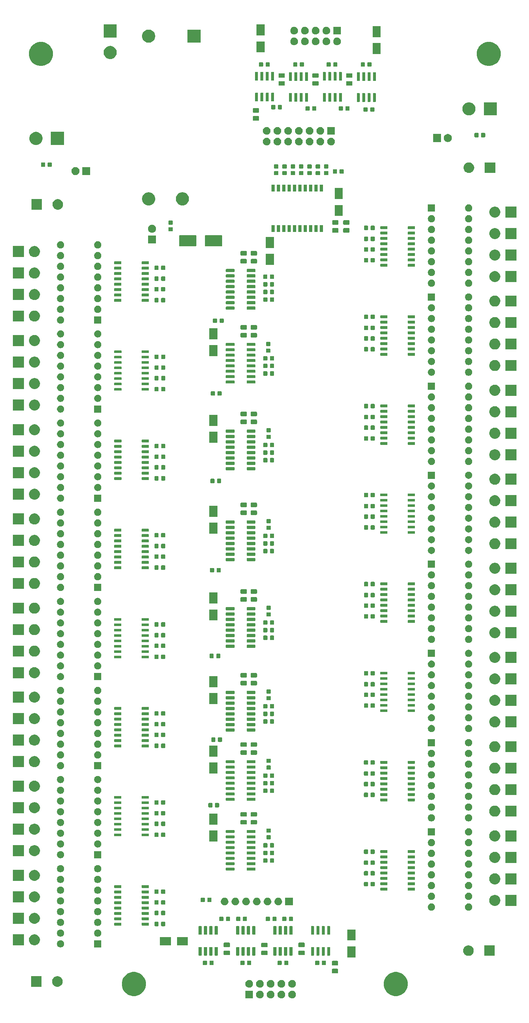
<source format=gts>
G04 #@! TF.GenerationSoftware,KiCad,Pcbnew,5.1.5-52549c5~84~ubuntu18.04.1*
G04 #@! TF.CreationDate,2020-01-16T14:26:57+02:00*
G04 #@! TF.ProjectId,Hc595_Solenoid_Driver,48633539-355f-4536-9f6c-656e6f69645f,rev?*
G04 #@! TF.SameCoordinates,Original*
G04 #@! TF.FileFunction,Soldermask,Top*
G04 #@! TF.FilePolarity,Negative*
%FSLAX46Y46*%
G04 Gerber Fmt 4.6, Leading zero omitted, Abs format (unit mm)*
G04 Created by KiCad (PCBNEW 5.1.5-52549c5~84~ubuntu18.04.1) date 2020-01-16 14:26:57*
%MOMM*%
%LPD*%
G04 APERTURE LIST*
%ADD10C,0.100000*%
G04 APERTURE END LIST*
D10*
G36*
X63646778Y-230620547D02*
G01*
X63813224Y-230689491D01*
X63963022Y-230789583D01*
X64090417Y-230916978D01*
X64190509Y-231066776D01*
X64259453Y-231233222D01*
X64294600Y-231409918D01*
X64294600Y-231590082D01*
X64259453Y-231766778D01*
X64190509Y-231933224D01*
X64090417Y-232083022D01*
X63963022Y-232210417D01*
X63813224Y-232310509D01*
X63646778Y-232379453D01*
X63470082Y-232414600D01*
X63289918Y-232414600D01*
X63113222Y-232379453D01*
X62946776Y-232310509D01*
X62796978Y-232210417D01*
X62669583Y-232083022D01*
X62569491Y-231933224D01*
X62500547Y-231766778D01*
X62465400Y-231590082D01*
X62465400Y-231409918D01*
X62500547Y-231233222D01*
X62569491Y-231066776D01*
X62669583Y-230916978D01*
X62796978Y-230789583D01*
X62946776Y-230689491D01*
X63113222Y-230620547D01*
X63289918Y-230585400D01*
X63470082Y-230585400D01*
X63646778Y-230620547D01*
G37*
G36*
X66186778Y-230620547D02*
G01*
X66353224Y-230689491D01*
X66503022Y-230789583D01*
X66630417Y-230916978D01*
X66730509Y-231066776D01*
X66799453Y-231233222D01*
X66834600Y-231409918D01*
X66834600Y-231590082D01*
X66799453Y-231766778D01*
X66730509Y-231933224D01*
X66630417Y-232083022D01*
X66503022Y-232210417D01*
X66353224Y-232310509D01*
X66186778Y-232379453D01*
X66010082Y-232414600D01*
X65829918Y-232414600D01*
X65653222Y-232379453D01*
X65486776Y-232310509D01*
X65336978Y-232210417D01*
X65209583Y-232083022D01*
X65109491Y-231933224D01*
X65040547Y-231766778D01*
X65005400Y-231590082D01*
X65005400Y-231409918D01*
X65040547Y-231233222D01*
X65109491Y-231066776D01*
X65209583Y-230916978D01*
X65336978Y-230789583D01*
X65486776Y-230689491D01*
X65653222Y-230620547D01*
X65829918Y-230585400D01*
X66010082Y-230585400D01*
X66186778Y-230620547D01*
G37*
G36*
X68726778Y-230620547D02*
G01*
X68893224Y-230689491D01*
X69043022Y-230789583D01*
X69170417Y-230916978D01*
X69270509Y-231066776D01*
X69339453Y-231233222D01*
X69374600Y-231409918D01*
X69374600Y-231590082D01*
X69339453Y-231766778D01*
X69270509Y-231933224D01*
X69170417Y-232083022D01*
X69043022Y-232210417D01*
X68893224Y-232310509D01*
X68726778Y-232379453D01*
X68550082Y-232414600D01*
X68369918Y-232414600D01*
X68193222Y-232379453D01*
X68026776Y-232310509D01*
X67876978Y-232210417D01*
X67749583Y-232083022D01*
X67649491Y-231933224D01*
X67580547Y-231766778D01*
X67545400Y-231590082D01*
X67545400Y-231409918D01*
X67580547Y-231233222D01*
X67649491Y-231066776D01*
X67749583Y-230916978D01*
X67876978Y-230789583D01*
X68026776Y-230689491D01*
X68193222Y-230620547D01*
X68369918Y-230585400D01*
X68550082Y-230585400D01*
X68726778Y-230620547D01*
G37*
G36*
X61106778Y-230620547D02*
G01*
X61273224Y-230689491D01*
X61423022Y-230789583D01*
X61550417Y-230916978D01*
X61650509Y-231066776D01*
X61719453Y-231233222D01*
X61754600Y-231409918D01*
X61754600Y-231590082D01*
X61719453Y-231766778D01*
X61650509Y-231933224D01*
X61550417Y-232083022D01*
X61423022Y-232210417D01*
X61273224Y-232310509D01*
X61106778Y-232379453D01*
X60930082Y-232414600D01*
X60749918Y-232414600D01*
X60573222Y-232379453D01*
X60406776Y-232310509D01*
X60256978Y-232210417D01*
X60129583Y-232083022D01*
X60029491Y-231933224D01*
X59960547Y-231766778D01*
X59925400Y-231590082D01*
X59925400Y-231409918D01*
X59960547Y-231233222D01*
X60029491Y-231066776D01*
X60129583Y-230916978D01*
X60256978Y-230789583D01*
X60406776Y-230689491D01*
X60573222Y-230620547D01*
X60749918Y-230585400D01*
X60930082Y-230585400D01*
X61106778Y-230620547D01*
G37*
G36*
X59214600Y-232414600D02*
G01*
X57385400Y-232414600D01*
X57385400Y-230585400D01*
X59214600Y-230585400D01*
X59214600Y-232414600D01*
G37*
G36*
X93831606Y-226258562D02*
G01*
X94350455Y-226473476D01*
X94817407Y-226785484D01*
X95214516Y-227182593D01*
X95526524Y-227649545D01*
X95741438Y-228168394D01*
X95741438Y-228168395D01*
X95845833Y-228693222D01*
X95851000Y-228719201D01*
X95851000Y-229280799D01*
X95741438Y-229831606D01*
X95526524Y-230350455D01*
X95369538Y-230585400D01*
X95233108Y-230789583D01*
X95214516Y-230817407D01*
X94817407Y-231214516D01*
X94350455Y-231526524D01*
X93831606Y-231741438D01*
X93556202Y-231796219D01*
X93280800Y-231851000D01*
X92719200Y-231851000D01*
X92443798Y-231796219D01*
X92168394Y-231741438D01*
X91649545Y-231526524D01*
X91182593Y-231214516D01*
X90785484Y-230817407D01*
X90766893Y-230789583D01*
X90630462Y-230585400D01*
X90473476Y-230350455D01*
X90258562Y-229831606D01*
X90149000Y-229280799D01*
X90149000Y-228719201D01*
X90154168Y-228693222D01*
X90258562Y-228168395D01*
X90258562Y-228168394D01*
X90473476Y-227649545D01*
X90785484Y-227182593D01*
X91182593Y-226785484D01*
X91649545Y-226473476D01*
X92168394Y-226258562D01*
X92719200Y-226149000D01*
X93280800Y-226149000D01*
X93831606Y-226258562D01*
G37*
G36*
X31831606Y-226258562D02*
G01*
X32350455Y-226473476D01*
X32817407Y-226785484D01*
X33214516Y-227182593D01*
X33526524Y-227649545D01*
X33741438Y-228168394D01*
X33741438Y-228168395D01*
X33845833Y-228693222D01*
X33851000Y-228719201D01*
X33851000Y-229280799D01*
X33741438Y-229831606D01*
X33526524Y-230350455D01*
X33369538Y-230585400D01*
X33233108Y-230789583D01*
X33214516Y-230817407D01*
X32817407Y-231214516D01*
X32350455Y-231526524D01*
X31831606Y-231741438D01*
X31556202Y-231796219D01*
X31280800Y-231851000D01*
X30719200Y-231851000D01*
X30443798Y-231796219D01*
X30168394Y-231741438D01*
X29649545Y-231526524D01*
X29182593Y-231214516D01*
X28785484Y-230817407D01*
X28766893Y-230789583D01*
X28630462Y-230585400D01*
X28473476Y-230350455D01*
X28258562Y-229831606D01*
X28149000Y-229280799D01*
X28149000Y-228719201D01*
X28154168Y-228693222D01*
X28258562Y-228168395D01*
X28258562Y-228168394D01*
X28473476Y-227649545D01*
X28785484Y-227182593D01*
X29182593Y-226785484D01*
X29649545Y-226473476D01*
X30168394Y-226258562D01*
X30719200Y-226149000D01*
X31280800Y-226149000D01*
X31831606Y-226258562D01*
G37*
G36*
X61106778Y-228080547D02*
G01*
X61273224Y-228149491D01*
X61423022Y-228249583D01*
X61550417Y-228376978D01*
X61650509Y-228526776D01*
X61719453Y-228693222D01*
X61754600Y-228869918D01*
X61754600Y-229050082D01*
X61719453Y-229226778D01*
X61650509Y-229393224D01*
X61550417Y-229543022D01*
X61423022Y-229670417D01*
X61273224Y-229770509D01*
X61106778Y-229839453D01*
X60930082Y-229874600D01*
X60749918Y-229874600D01*
X60573222Y-229839453D01*
X60406776Y-229770509D01*
X60256978Y-229670417D01*
X60129583Y-229543022D01*
X60029491Y-229393224D01*
X59960547Y-229226778D01*
X59925400Y-229050082D01*
X59925400Y-228869918D01*
X59960547Y-228693222D01*
X60029491Y-228526776D01*
X60129583Y-228376978D01*
X60256978Y-228249583D01*
X60406776Y-228149491D01*
X60573222Y-228080547D01*
X60749918Y-228045400D01*
X60930082Y-228045400D01*
X61106778Y-228080547D01*
G37*
G36*
X58566778Y-228080547D02*
G01*
X58733224Y-228149491D01*
X58883022Y-228249583D01*
X59010417Y-228376978D01*
X59110509Y-228526776D01*
X59179453Y-228693222D01*
X59214600Y-228869918D01*
X59214600Y-229050082D01*
X59179453Y-229226778D01*
X59110509Y-229393224D01*
X59010417Y-229543022D01*
X58883022Y-229670417D01*
X58733224Y-229770509D01*
X58566778Y-229839453D01*
X58390082Y-229874600D01*
X58209918Y-229874600D01*
X58033222Y-229839453D01*
X57866776Y-229770509D01*
X57716978Y-229670417D01*
X57589583Y-229543022D01*
X57489491Y-229393224D01*
X57420547Y-229226778D01*
X57385400Y-229050082D01*
X57385400Y-228869918D01*
X57420547Y-228693222D01*
X57489491Y-228526776D01*
X57589583Y-228376978D01*
X57716978Y-228249583D01*
X57866776Y-228149491D01*
X58033222Y-228080547D01*
X58209918Y-228045400D01*
X58390082Y-228045400D01*
X58566778Y-228080547D01*
G37*
G36*
X66186778Y-228080547D02*
G01*
X66353224Y-228149491D01*
X66503022Y-228249583D01*
X66630417Y-228376978D01*
X66730509Y-228526776D01*
X66799453Y-228693222D01*
X66834600Y-228869918D01*
X66834600Y-229050082D01*
X66799453Y-229226778D01*
X66730509Y-229393224D01*
X66630417Y-229543022D01*
X66503022Y-229670417D01*
X66353224Y-229770509D01*
X66186778Y-229839453D01*
X66010082Y-229874600D01*
X65829918Y-229874600D01*
X65653222Y-229839453D01*
X65486776Y-229770509D01*
X65336978Y-229670417D01*
X65209583Y-229543022D01*
X65109491Y-229393224D01*
X65040547Y-229226778D01*
X65005400Y-229050082D01*
X65005400Y-228869918D01*
X65040547Y-228693222D01*
X65109491Y-228526776D01*
X65209583Y-228376978D01*
X65336978Y-228249583D01*
X65486776Y-228149491D01*
X65653222Y-228080547D01*
X65829918Y-228045400D01*
X66010082Y-228045400D01*
X66186778Y-228080547D01*
G37*
G36*
X68726778Y-228080547D02*
G01*
X68893224Y-228149491D01*
X69043022Y-228249583D01*
X69170417Y-228376978D01*
X69270509Y-228526776D01*
X69339453Y-228693222D01*
X69374600Y-228869918D01*
X69374600Y-229050082D01*
X69339453Y-229226778D01*
X69270509Y-229393224D01*
X69170417Y-229543022D01*
X69043022Y-229670417D01*
X68893224Y-229770509D01*
X68726778Y-229839453D01*
X68550082Y-229874600D01*
X68369918Y-229874600D01*
X68193222Y-229839453D01*
X68026776Y-229770509D01*
X67876978Y-229670417D01*
X67749583Y-229543022D01*
X67649491Y-229393224D01*
X67580547Y-229226778D01*
X67545400Y-229050082D01*
X67545400Y-228869918D01*
X67580547Y-228693222D01*
X67649491Y-228526776D01*
X67749583Y-228376978D01*
X67876978Y-228249583D01*
X68026776Y-228149491D01*
X68193222Y-228080547D01*
X68369918Y-228045400D01*
X68550082Y-228045400D01*
X68726778Y-228080547D01*
G37*
G36*
X63646778Y-228080547D02*
G01*
X63813224Y-228149491D01*
X63963022Y-228249583D01*
X64090417Y-228376978D01*
X64190509Y-228526776D01*
X64259453Y-228693222D01*
X64294600Y-228869918D01*
X64294600Y-229050082D01*
X64259453Y-229226778D01*
X64190509Y-229393224D01*
X64090417Y-229543022D01*
X63963022Y-229670417D01*
X63813224Y-229770509D01*
X63646778Y-229839453D01*
X63470082Y-229874600D01*
X63289918Y-229874600D01*
X63113222Y-229839453D01*
X62946776Y-229770509D01*
X62796978Y-229670417D01*
X62669583Y-229543022D01*
X62569491Y-229393224D01*
X62500547Y-229226778D01*
X62465400Y-229050082D01*
X62465400Y-228869918D01*
X62500547Y-228693222D01*
X62569491Y-228526776D01*
X62669583Y-228376978D01*
X62796978Y-228249583D01*
X62946776Y-228149491D01*
X63113222Y-228080547D01*
X63289918Y-228045400D01*
X63470082Y-228045400D01*
X63646778Y-228080547D01*
G37*
G36*
X9151000Y-229651000D02*
G01*
X6649000Y-229651000D01*
X6649000Y-227149000D01*
X9151000Y-227149000D01*
X9151000Y-229651000D01*
G37*
G36*
X13192097Y-227182593D02*
G01*
X13264903Y-227197075D01*
X13492571Y-227291378D01*
X13697466Y-227428285D01*
X13871715Y-227602534D01*
X13871716Y-227602536D01*
X14008623Y-227807431D01*
X14102925Y-228035097D01*
X14151000Y-228276786D01*
X14151000Y-228523214D01*
X14102925Y-228764903D01*
X14059427Y-228869918D01*
X14008622Y-228992571D01*
X13871715Y-229197466D01*
X13697466Y-229371715D01*
X13492571Y-229508622D01*
X13492570Y-229508623D01*
X13492569Y-229508623D01*
X13264903Y-229602925D01*
X13023214Y-229651000D01*
X12776786Y-229651000D01*
X12535097Y-229602925D01*
X12307431Y-229508623D01*
X12307430Y-229508623D01*
X12307429Y-229508622D01*
X12102534Y-229371715D01*
X11928285Y-229197466D01*
X11791378Y-228992571D01*
X11740574Y-228869918D01*
X11697075Y-228764903D01*
X11649000Y-228523214D01*
X11649000Y-228276786D01*
X11697075Y-228035097D01*
X11791377Y-227807431D01*
X11928284Y-227602536D01*
X11928285Y-227602534D01*
X12102534Y-227428285D01*
X12307429Y-227291378D01*
X12535097Y-227197075D01*
X12607903Y-227182593D01*
X12776786Y-227149000D01*
X13023214Y-227149000D01*
X13192097Y-227182593D01*
G37*
G36*
X79184468Y-225403565D02*
G01*
X79223138Y-225415296D01*
X79258777Y-225434346D01*
X79290017Y-225459983D01*
X79315654Y-225491223D01*
X79334704Y-225526862D01*
X79346435Y-225565532D01*
X79351000Y-225611888D01*
X79351000Y-226263112D01*
X79346435Y-226309468D01*
X79334704Y-226348138D01*
X79315654Y-226383777D01*
X79290017Y-226415017D01*
X79258777Y-226440654D01*
X79223138Y-226459704D01*
X79184468Y-226471435D01*
X79138112Y-226476000D01*
X78061888Y-226476000D01*
X78015532Y-226471435D01*
X77976862Y-226459704D01*
X77941223Y-226440654D01*
X77909983Y-226415017D01*
X77884346Y-226383777D01*
X77865296Y-226348138D01*
X77853565Y-226309468D01*
X77849000Y-226263112D01*
X77849000Y-225611888D01*
X77853565Y-225565532D01*
X77865296Y-225526862D01*
X77884346Y-225491223D01*
X77909983Y-225459983D01*
X77941223Y-225434346D01*
X77976862Y-225415296D01*
X78015532Y-225403565D01*
X78061888Y-225399000D01*
X79138112Y-225399000D01*
X79184468Y-225403565D01*
G37*
G36*
X79184468Y-223528565D02*
G01*
X79223138Y-223540296D01*
X79258777Y-223559346D01*
X79290017Y-223584983D01*
X79315654Y-223616223D01*
X79334704Y-223651862D01*
X79346435Y-223690532D01*
X79351000Y-223736888D01*
X79351000Y-224388112D01*
X79346435Y-224434468D01*
X79334704Y-224473138D01*
X79315654Y-224508777D01*
X79290017Y-224540017D01*
X79258777Y-224565654D01*
X79223138Y-224584704D01*
X79184468Y-224596435D01*
X79138112Y-224601000D01*
X78061888Y-224601000D01*
X78015532Y-224596435D01*
X77976862Y-224584704D01*
X77941223Y-224565654D01*
X77909983Y-224540017D01*
X77884346Y-224508777D01*
X77865296Y-224473138D01*
X77853565Y-224434468D01*
X77849000Y-224388112D01*
X77849000Y-223736888D01*
X77853565Y-223690532D01*
X77865296Y-223651862D01*
X77884346Y-223616223D01*
X77909983Y-223584983D01*
X77941223Y-223559346D01*
X77976862Y-223540296D01*
X78015532Y-223528565D01*
X78061888Y-223524000D01*
X79138112Y-223524000D01*
X79184468Y-223528565D01*
G37*
G36*
X49729591Y-223478085D02*
G01*
X49763569Y-223488393D01*
X49794890Y-223505134D01*
X49822339Y-223527661D01*
X49844866Y-223555110D01*
X49861607Y-223586431D01*
X49871915Y-223620409D01*
X49876000Y-223661890D01*
X49876000Y-224338110D01*
X49871915Y-224379591D01*
X49861607Y-224413569D01*
X49844866Y-224444890D01*
X49822339Y-224472339D01*
X49794890Y-224494866D01*
X49763569Y-224511607D01*
X49729591Y-224521915D01*
X49688110Y-224526000D01*
X49086890Y-224526000D01*
X49045409Y-224521915D01*
X49011431Y-224511607D01*
X48980110Y-224494866D01*
X48952661Y-224472339D01*
X48930134Y-224444890D01*
X48913393Y-224413569D01*
X48903085Y-224379591D01*
X48899000Y-224338110D01*
X48899000Y-223661890D01*
X48903085Y-223620409D01*
X48913393Y-223586431D01*
X48930134Y-223555110D01*
X48952661Y-223527661D01*
X48980110Y-223505134D01*
X49011431Y-223488393D01*
X49045409Y-223478085D01*
X49086890Y-223474000D01*
X49688110Y-223474000D01*
X49729591Y-223478085D01*
G37*
G36*
X48154591Y-223478085D02*
G01*
X48188569Y-223488393D01*
X48219890Y-223505134D01*
X48247339Y-223527661D01*
X48269866Y-223555110D01*
X48286607Y-223586431D01*
X48296915Y-223620409D01*
X48301000Y-223661890D01*
X48301000Y-224338110D01*
X48296915Y-224379591D01*
X48286607Y-224413569D01*
X48269866Y-224444890D01*
X48247339Y-224472339D01*
X48219890Y-224494866D01*
X48188569Y-224511607D01*
X48154591Y-224521915D01*
X48113110Y-224526000D01*
X47511890Y-224526000D01*
X47470409Y-224521915D01*
X47436431Y-224511607D01*
X47405110Y-224494866D01*
X47377661Y-224472339D01*
X47355134Y-224444890D01*
X47338393Y-224413569D01*
X47328085Y-224379591D01*
X47324000Y-224338110D01*
X47324000Y-223661890D01*
X47328085Y-223620409D01*
X47338393Y-223586431D01*
X47355134Y-223555110D01*
X47377661Y-223527661D01*
X47405110Y-223505134D01*
X47436431Y-223488393D01*
X47470409Y-223478085D01*
X47511890Y-223474000D01*
X48113110Y-223474000D01*
X48154591Y-223478085D01*
G37*
G36*
X57044591Y-223478085D02*
G01*
X57078569Y-223488393D01*
X57109890Y-223505134D01*
X57137339Y-223527661D01*
X57159866Y-223555110D01*
X57176607Y-223586431D01*
X57186915Y-223620409D01*
X57191000Y-223661890D01*
X57191000Y-224338110D01*
X57186915Y-224379591D01*
X57176607Y-224413569D01*
X57159866Y-224444890D01*
X57137339Y-224472339D01*
X57109890Y-224494866D01*
X57078569Y-224511607D01*
X57044591Y-224521915D01*
X57003110Y-224526000D01*
X56401890Y-224526000D01*
X56360409Y-224521915D01*
X56326431Y-224511607D01*
X56295110Y-224494866D01*
X56267661Y-224472339D01*
X56245134Y-224444890D01*
X56228393Y-224413569D01*
X56218085Y-224379591D01*
X56214000Y-224338110D01*
X56214000Y-223661890D01*
X56218085Y-223620409D01*
X56228393Y-223586431D01*
X56245134Y-223555110D01*
X56267661Y-223527661D01*
X56295110Y-223505134D01*
X56326431Y-223488393D01*
X56360409Y-223478085D01*
X56401890Y-223474000D01*
X57003110Y-223474000D01*
X57044591Y-223478085D01*
G37*
G36*
X65844591Y-223478085D02*
G01*
X65878569Y-223488393D01*
X65909890Y-223505134D01*
X65937339Y-223527661D01*
X65959866Y-223555110D01*
X65976607Y-223586431D01*
X65986915Y-223620409D01*
X65991000Y-223661890D01*
X65991000Y-224338110D01*
X65986915Y-224379591D01*
X65976607Y-224413569D01*
X65959866Y-224444890D01*
X65937339Y-224472339D01*
X65909890Y-224494866D01*
X65878569Y-224511607D01*
X65844591Y-224521915D01*
X65803110Y-224526000D01*
X65201890Y-224526000D01*
X65160409Y-224521915D01*
X65126431Y-224511607D01*
X65095110Y-224494866D01*
X65067661Y-224472339D01*
X65045134Y-224444890D01*
X65028393Y-224413569D01*
X65018085Y-224379591D01*
X65014000Y-224338110D01*
X65014000Y-223661890D01*
X65018085Y-223620409D01*
X65028393Y-223586431D01*
X65045134Y-223555110D01*
X65067661Y-223527661D01*
X65095110Y-223505134D01*
X65126431Y-223488393D01*
X65160409Y-223478085D01*
X65201890Y-223474000D01*
X65803110Y-223474000D01*
X65844591Y-223478085D01*
G37*
G36*
X67419591Y-223478085D02*
G01*
X67453569Y-223488393D01*
X67484890Y-223505134D01*
X67512339Y-223527661D01*
X67534866Y-223555110D01*
X67551607Y-223586431D01*
X67561915Y-223620409D01*
X67566000Y-223661890D01*
X67566000Y-224338110D01*
X67561915Y-224379591D01*
X67551607Y-224413569D01*
X67534866Y-224444890D01*
X67512339Y-224472339D01*
X67484890Y-224494866D01*
X67453569Y-224511607D01*
X67419591Y-224521915D01*
X67378110Y-224526000D01*
X66776890Y-224526000D01*
X66735409Y-224521915D01*
X66701431Y-224511607D01*
X66670110Y-224494866D01*
X66642661Y-224472339D01*
X66620134Y-224444890D01*
X66603393Y-224413569D01*
X66593085Y-224379591D01*
X66589000Y-224338110D01*
X66589000Y-223661890D01*
X66593085Y-223620409D01*
X66603393Y-223586431D01*
X66620134Y-223555110D01*
X66642661Y-223527661D01*
X66670110Y-223505134D01*
X66701431Y-223488393D01*
X66735409Y-223478085D01*
X66776890Y-223474000D01*
X67378110Y-223474000D01*
X67419591Y-223478085D01*
G37*
G36*
X74744591Y-223478085D02*
G01*
X74778569Y-223488393D01*
X74809890Y-223505134D01*
X74837339Y-223527661D01*
X74859866Y-223555110D01*
X74876607Y-223586431D01*
X74886915Y-223620409D01*
X74891000Y-223661890D01*
X74891000Y-224338110D01*
X74886915Y-224379591D01*
X74876607Y-224413569D01*
X74859866Y-224444890D01*
X74837339Y-224472339D01*
X74809890Y-224494866D01*
X74778569Y-224511607D01*
X74744591Y-224521915D01*
X74703110Y-224526000D01*
X74101890Y-224526000D01*
X74060409Y-224521915D01*
X74026431Y-224511607D01*
X73995110Y-224494866D01*
X73967661Y-224472339D01*
X73945134Y-224444890D01*
X73928393Y-224413569D01*
X73918085Y-224379591D01*
X73914000Y-224338110D01*
X73914000Y-223661890D01*
X73918085Y-223620409D01*
X73928393Y-223586431D01*
X73945134Y-223555110D01*
X73967661Y-223527661D01*
X73995110Y-223505134D01*
X74026431Y-223488393D01*
X74060409Y-223478085D01*
X74101890Y-223474000D01*
X74703110Y-223474000D01*
X74744591Y-223478085D01*
G37*
G36*
X76319591Y-223478085D02*
G01*
X76353569Y-223488393D01*
X76384890Y-223505134D01*
X76412339Y-223527661D01*
X76434866Y-223555110D01*
X76451607Y-223586431D01*
X76461915Y-223620409D01*
X76466000Y-223661890D01*
X76466000Y-224338110D01*
X76461915Y-224379591D01*
X76451607Y-224413569D01*
X76434866Y-224444890D01*
X76412339Y-224472339D01*
X76384890Y-224494866D01*
X76353569Y-224511607D01*
X76319591Y-224521915D01*
X76278110Y-224526000D01*
X75676890Y-224526000D01*
X75635409Y-224521915D01*
X75601431Y-224511607D01*
X75570110Y-224494866D01*
X75542661Y-224472339D01*
X75520134Y-224444890D01*
X75503393Y-224413569D01*
X75493085Y-224379591D01*
X75489000Y-224338110D01*
X75489000Y-223661890D01*
X75493085Y-223620409D01*
X75503393Y-223586431D01*
X75520134Y-223555110D01*
X75542661Y-223527661D01*
X75570110Y-223505134D01*
X75601431Y-223488393D01*
X75635409Y-223478085D01*
X75676890Y-223474000D01*
X76278110Y-223474000D01*
X76319591Y-223478085D01*
G37*
G36*
X58619591Y-223478085D02*
G01*
X58653569Y-223488393D01*
X58684890Y-223505134D01*
X58712339Y-223527661D01*
X58734866Y-223555110D01*
X58751607Y-223586431D01*
X58761915Y-223620409D01*
X58766000Y-223661890D01*
X58766000Y-224338110D01*
X58761915Y-224379591D01*
X58751607Y-224413569D01*
X58734866Y-224444890D01*
X58712339Y-224472339D01*
X58684890Y-224494866D01*
X58653569Y-224511607D01*
X58619591Y-224521915D01*
X58578110Y-224526000D01*
X57976890Y-224526000D01*
X57935409Y-224521915D01*
X57901431Y-224511607D01*
X57870110Y-224494866D01*
X57842661Y-224472339D01*
X57820134Y-224444890D01*
X57803393Y-224413569D01*
X57793085Y-224379591D01*
X57789000Y-224338110D01*
X57789000Y-223661890D01*
X57793085Y-223620409D01*
X57803393Y-223586431D01*
X57820134Y-223555110D01*
X57842661Y-223527661D01*
X57870110Y-223505134D01*
X57901431Y-223488393D01*
X57935409Y-223478085D01*
X57976890Y-223474000D01*
X58578110Y-223474000D01*
X58619591Y-223478085D01*
G37*
G36*
X83451000Y-222701000D02*
G01*
X81549000Y-222701000D01*
X81549000Y-220099000D01*
X83451000Y-220099000D01*
X83451000Y-222701000D01*
G37*
G36*
X116451000Y-222351000D02*
G01*
X113949000Y-222351000D01*
X113949000Y-219849000D01*
X116451000Y-219849000D01*
X116451000Y-222351000D01*
G37*
G36*
X110564903Y-219897075D02*
G01*
X110792571Y-219991378D01*
X110997466Y-220128285D01*
X111171715Y-220302534D01*
X111308622Y-220507429D01*
X111308623Y-220507431D01*
X111402925Y-220735097D01*
X111451000Y-220976786D01*
X111451000Y-221223214D01*
X111402925Y-221464903D01*
X111308622Y-221692571D01*
X111171715Y-221897466D01*
X110997466Y-222071715D01*
X110792571Y-222208622D01*
X110792570Y-222208623D01*
X110792569Y-222208623D01*
X110564903Y-222302925D01*
X110323214Y-222351000D01*
X110076786Y-222351000D01*
X109835097Y-222302925D01*
X109607431Y-222208623D01*
X109607430Y-222208623D01*
X109607429Y-222208622D01*
X109402534Y-222071715D01*
X109228285Y-221897466D01*
X109091378Y-221692571D01*
X108997075Y-221464903D01*
X108949000Y-221223214D01*
X108949000Y-220976786D01*
X108997075Y-220735097D01*
X109091377Y-220507431D01*
X109091378Y-220507429D01*
X109228285Y-220302534D01*
X109402534Y-220128285D01*
X109607429Y-219991378D01*
X109835097Y-219897075D01*
X110076786Y-219849000D01*
X110323214Y-219849000D01*
X110564903Y-219897075D01*
G37*
G36*
X58384928Y-220241764D02*
G01*
X58406009Y-220248160D01*
X58425445Y-220258548D01*
X58442476Y-220272524D01*
X58456452Y-220289555D01*
X58466840Y-220308991D01*
X58473236Y-220330072D01*
X58476000Y-220358140D01*
X58476000Y-222171860D01*
X58473236Y-222199928D01*
X58466840Y-222221009D01*
X58456452Y-222240445D01*
X58442476Y-222257476D01*
X58425445Y-222271452D01*
X58406009Y-222281840D01*
X58384928Y-222288236D01*
X58356860Y-222291000D01*
X57893140Y-222291000D01*
X57865072Y-222288236D01*
X57843991Y-222281840D01*
X57824555Y-222271452D01*
X57807524Y-222257476D01*
X57793548Y-222240445D01*
X57783160Y-222221009D01*
X57776764Y-222199928D01*
X57774000Y-222171860D01*
X57774000Y-220358140D01*
X57776764Y-220330072D01*
X57783160Y-220308991D01*
X57793548Y-220289555D01*
X57807524Y-220272524D01*
X57824555Y-220258548D01*
X57843991Y-220248160D01*
X57865072Y-220241764D01*
X57893140Y-220239000D01*
X58356860Y-220239000D01*
X58384928Y-220241764D01*
G37*
G36*
X59654928Y-220241764D02*
G01*
X59676009Y-220248160D01*
X59695445Y-220258548D01*
X59712476Y-220272524D01*
X59726452Y-220289555D01*
X59736840Y-220308991D01*
X59743236Y-220330072D01*
X59746000Y-220358140D01*
X59746000Y-222171860D01*
X59743236Y-222199928D01*
X59736840Y-222221009D01*
X59726452Y-222240445D01*
X59712476Y-222257476D01*
X59695445Y-222271452D01*
X59676009Y-222281840D01*
X59654928Y-222288236D01*
X59626860Y-222291000D01*
X59163140Y-222291000D01*
X59135072Y-222288236D01*
X59113991Y-222281840D01*
X59094555Y-222271452D01*
X59077524Y-222257476D01*
X59063548Y-222240445D01*
X59053160Y-222221009D01*
X59046764Y-222199928D01*
X59044000Y-222171860D01*
X59044000Y-220358140D01*
X59046764Y-220330072D01*
X59053160Y-220308991D01*
X59063548Y-220289555D01*
X59077524Y-220272524D01*
X59094555Y-220258548D01*
X59113991Y-220248160D01*
X59135072Y-220241764D01*
X59163140Y-220239000D01*
X59626860Y-220239000D01*
X59654928Y-220241764D01*
G37*
G36*
X50754928Y-220241764D02*
G01*
X50776009Y-220248160D01*
X50795445Y-220258548D01*
X50812476Y-220272524D01*
X50826452Y-220289555D01*
X50836840Y-220308991D01*
X50843236Y-220330072D01*
X50846000Y-220358140D01*
X50846000Y-222171860D01*
X50843236Y-222199928D01*
X50836840Y-222221009D01*
X50826452Y-222240445D01*
X50812476Y-222257476D01*
X50795445Y-222271452D01*
X50776009Y-222281840D01*
X50754928Y-222288236D01*
X50726860Y-222291000D01*
X50263140Y-222291000D01*
X50235072Y-222288236D01*
X50213991Y-222281840D01*
X50194555Y-222271452D01*
X50177524Y-222257476D01*
X50163548Y-222240445D01*
X50153160Y-222221009D01*
X50146764Y-222199928D01*
X50144000Y-222171860D01*
X50144000Y-220358140D01*
X50146764Y-220330072D01*
X50153160Y-220308991D01*
X50163548Y-220289555D01*
X50177524Y-220272524D01*
X50194555Y-220258548D01*
X50213991Y-220248160D01*
X50235072Y-220241764D01*
X50263140Y-220239000D01*
X50726860Y-220239000D01*
X50754928Y-220241764D01*
G37*
G36*
X49484928Y-220241764D02*
G01*
X49506009Y-220248160D01*
X49525445Y-220258548D01*
X49542476Y-220272524D01*
X49556452Y-220289555D01*
X49566840Y-220308991D01*
X49573236Y-220330072D01*
X49576000Y-220358140D01*
X49576000Y-222171860D01*
X49573236Y-222199928D01*
X49566840Y-222221009D01*
X49556452Y-222240445D01*
X49542476Y-222257476D01*
X49525445Y-222271452D01*
X49506009Y-222281840D01*
X49484928Y-222288236D01*
X49456860Y-222291000D01*
X48993140Y-222291000D01*
X48965072Y-222288236D01*
X48943991Y-222281840D01*
X48924555Y-222271452D01*
X48907524Y-222257476D01*
X48893548Y-222240445D01*
X48883160Y-222221009D01*
X48876764Y-222199928D01*
X48874000Y-222171860D01*
X48874000Y-220358140D01*
X48876764Y-220330072D01*
X48883160Y-220308991D01*
X48893548Y-220289555D01*
X48907524Y-220272524D01*
X48924555Y-220258548D01*
X48943991Y-220248160D01*
X48965072Y-220241764D01*
X48993140Y-220239000D01*
X49456860Y-220239000D01*
X49484928Y-220241764D01*
G37*
G36*
X48214928Y-220241764D02*
G01*
X48236009Y-220248160D01*
X48255445Y-220258548D01*
X48272476Y-220272524D01*
X48286452Y-220289555D01*
X48296840Y-220308991D01*
X48303236Y-220330072D01*
X48306000Y-220358140D01*
X48306000Y-222171860D01*
X48303236Y-222199928D01*
X48296840Y-222221009D01*
X48286452Y-222240445D01*
X48272476Y-222257476D01*
X48255445Y-222271452D01*
X48236009Y-222281840D01*
X48214928Y-222288236D01*
X48186860Y-222291000D01*
X47723140Y-222291000D01*
X47695072Y-222288236D01*
X47673991Y-222281840D01*
X47654555Y-222271452D01*
X47637524Y-222257476D01*
X47623548Y-222240445D01*
X47613160Y-222221009D01*
X47606764Y-222199928D01*
X47604000Y-222171860D01*
X47604000Y-220358140D01*
X47606764Y-220330072D01*
X47613160Y-220308991D01*
X47623548Y-220289555D01*
X47637524Y-220272524D01*
X47654555Y-220258548D01*
X47673991Y-220248160D01*
X47695072Y-220241764D01*
X47723140Y-220239000D01*
X48186860Y-220239000D01*
X48214928Y-220241764D01*
G37*
G36*
X46944928Y-220241764D02*
G01*
X46966009Y-220248160D01*
X46985445Y-220258548D01*
X47002476Y-220272524D01*
X47016452Y-220289555D01*
X47026840Y-220308991D01*
X47033236Y-220330072D01*
X47036000Y-220358140D01*
X47036000Y-222171860D01*
X47033236Y-222199928D01*
X47026840Y-222221009D01*
X47016452Y-222240445D01*
X47002476Y-222257476D01*
X46985445Y-222271452D01*
X46966009Y-222281840D01*
X46944928Y-222288236D01*
X46916860Y-222291000D01*
X46453140Y-222291000D01*
X46425072Y-222288236D01*
X46403991Y-222281840D01*
X46384555Y-222271452D01*
X46367524Y-222257476D01*
X46353548Y-222240445D01*
X46343160Y-222221009D01*
X46336764Y-222199928D01*
X46334000Y-222171860D01*
X46334000Y-220358140D01*
X46336764Y-220330072D01*
X46343160Y-220308991D01*
X46353548Y-220289555D01*
X46367524Y-220272524D01*
X46384555Y-220258548D01*
X46403991Y-220248160D01*
X46425072Y-220241764D01*
X46453140Y-220239000D01*
X46916860Y-220239000D01*
X46944928Y-220241764D01*
G37*
G36*
X73544928Y-220241764D02*
G01*
X73566009Y-220248160D01*
X73585445Y-220258548D01*
X73602476Y-220272524D01*
X73616452Y-220289555D01*
X73626840Y-220308991D01*
X73633236Y-220330072D01*
X73636000Y-220358140D01*
X73636000Y-222171860D01*
X73633236Y-222199928D01*
X73626840Y-222221009D01*
X73616452Y-222240445D01*
X73602476Y-222257476D01*
X73585445Y-222271452D01*
X73566009Y-222281840D01*
X73544928Y-222288236D01*
X73516860Y-222291000D01*
X73053140Y-222291000D01*
X73025072Y-222288236D01*
X73003991Y-222281840D01*
X72984555Y-222271452D01*
X72967524Y-222257476D01*
X72953548Y-222240445D01*
X72943160Y-222221009D01*
X72936764Y-222199928D01*
X72934000Y-222171860D01*
X72934000Y-220358140D01*
X72936764Y-220330072D01*
X72943160Y-220308991D01*
X72953548Y-220289555D01*
X72967524Y-220272524D01*
X72984555Y-220258548D01*
X73003991Y-220248160D01*
X73025072Y-220241764D01*
X73053140Y-220239000D01*
X73516860Y-220239000D01*
X73544928Y-220241764D01*
G37*
G36*
X74814928Y-220241764D02*
G01*
X74836009Y-220248160D01*
X74855445Y-220258548D01*
X74872476Y-220272524D01*
X74886452Y-220289555D01*
X74896840Y-220308991D01*
X74903236Y-220330072D01*
X74906000Y-220358140D01*
X74906000Y-222171860D01*
X74903236Y-222199928D01*
X74896840Y-222221009D01*
X74886452Y-222240445D01*
X74872476Y-222257476D01*
X74855445Y-222271452D01*
X74836009Y-222281840D01*
X74814928Y-222288236D01*
X74786860Y-222291000D01*
X74323140Y-222291000D01*
X74295072Y-222288236D01*
X74273991Y-222281840D01*
X74254555Y-222271452D01*
X74237524Y-222257476D01*
X74223548Y-222240445D01*
X74213160Y-222221009D01*
X74206764Y-222199928D01*
X74204000Y-222171860D01*
X74204000Y-220358140D01*
X74206764Y-220330072D01*
X74213160Y-220308991D01*
X74223548Y-220289555D01*
X74237524Y-220272524D01*
X74254555Y-220258548D01*
X74273991Y-220248160D01*
X74295072Y-220241764D01*
X74323140Y-220239000D01*
X74786860Y-220239000D01*
X74814928Y-220241764D01*
G37*
G36*
X76084928Y-220241764D02*
G01*
X76106009Y-220248160D01*
X76125445Y-220258548D01*
X76142476Y-220272524D01*
X76156452Y-220289555D01*
X76166840Y-220308991D01*
X76173236Y-220330072D01*
X76176000Y-220358140D01*
X76176000Y-222171860D01*
X76173236Y-222199928D01*
X76166840Y-222221009D01*
X76156452Y-222240445D01*
X76142476Y-222257476D01*
X76125445Y-222271452D01*
X76106009Y-222281840D01*
X76084928Y-222288236D01*
X76056860Y-222291000D01*
X75593140Y-222291000D01*
X75565072Y-222288236D01*
X75543991Y-222281840D01*
X75524555Y-222271452D01*
X75507524Y-222257476D01*
X75493548Y-222240445D01*
X75483160Y-222221009D01*
X75476764Y-222199928D01*
X75474000Y-222171860D01*
X75474000Y-220358140D01*
X75476764Y-220330072D01*
X75483160Y-220308991D01*
X75493548Y-220289555D01*
X75507524Y-220272524D01*
X75524555Y-220258548D01*
X75543991Y-220248160D01*
X75565072Y-220241764D01*
X75593140Y-220239000D01*
X76056860Y-220239000D01*
X76084928Y-220241764D01*
G37*
G36*
X77354928Y-220241764D02*
G01*
X77376009Y-220248160D01*
X77395445Y-220258548D01*
X77412476Y-220272524D01*
X77426452Y-220289555D01*
X77436840Y-220308991D01*
X77443236Y-220330072D01*
X77446000Y-220358140D01*
X77446000Y-222171860D01*
X77443236Y-222199928D01*
X77436840Y-222221009D01*
X77426452Y-222240445D01*
X77412476Y-222257476D01*
X77395445Y-222271452D01*
X77376009Y-222281840D01*
X77354928Y-222288236D01*
X77326860Y-222291000D01*
X76863140Y-222291000D01*
X76835072Y-222288236D01*
X76813991Y-222281840D01*
X76794555Y-222271452D01*
X76777524Y-222257476D01*
X76763548Y-222240445D01*
X76753160Y-222221009D01*
X76746764Y-222199928D01*
X76744000Y-222171860D01*
X76744000Y-220358140D01*
X76746764Y-220330072D01*
X76753160Y-220308991D01*
X76763548Y-220289555D01*
X76777524Y-220272524D01*
X76794555Y-220258548D01*
X76813991Y-220248160D01*
X76835072Y-220241764D01*
X76863140Y-220239000D01*
X77326860Y-220239000D01*
X77354928Y-220241764D01*
G37*
G36*
X64644928Y-220241764D02*
G01*
X64666009Y-220248160D01*
X64685445Y-220258548D01*
X64702476Y-220272524D01*
X64716452Y-220289555D01*
X64726840Y-220308991D01*
X64733236Y-220330072D01*
X64736000Y-220358140D01*
X64736000Y-222171860D01*
X64733236Y-222199928D01*
X64726840Y-222221009D01*
X64716452Y-222240445D01*
X64702476Y-222257476D01*
X64685445Y-222271452D01*
X64666009Y-222281840D01*
X64644928Y-222288236D01*
X64616860Y-222291000D01*
X64153140Y-222291000D01*
X64125072Y-222288236D01*
X64103991Y-222281840D01*
X64084555Y-222271452D01*
X64067524Y-222257476D01*
X64053548Y-222240445D01*
X64043160Y-222221009D01*
X64036764Y-222199928D01*
X64034000Y-222171860D01*
X64034000Y-220358140D01*
X64036764Y-220330072D01*
X64043160Y-220308991D01*
X64053548Y-220289555D01*
X64067524Y-220272524D01*
X64084555Y-220258548D01*
X64103991Y-220248160D01*
X64125072Y-220241764D01*
X64153140Y-220239000D01*
X64616860Y-220239000D01*
X64644928Y-220241764D01*
G37*
G36*
X65914928Y-220241764D02*
G01*
X65936009Y-220248160D01*
X65955445Y-220258548D01*
X65972476Y-220272524D01*
X65986452Y-220289555D01*
X65996840Y-220308991D01*
X66003236Y-220330072D01*
X66006000Y-220358140D01*
X66006000Y-222171860D01*
X66003236Y-222199928D01*
X65996840Y-222221009D01*
X65986452Y-222240445D01*
X65972476Y-222257476D01*
X65955445Y-222271452D01*
X65936009Y-222281840D01*
X65914928Y-222288236D01*
X65886860Y-222291000D01*
X65423140Y-222291000D01*
X65395072Y-222288236D01*
X65373991Y-222281840D01*
X65354555Y-222271452D01*
X65337524Y-222257476D01*
X65323548Y-222240445D01*
X65313160Y-222221009D01*
X65306764Y-222199928D01*
X65304000Y-222171860D01*
X65304000Y-220358140D01*
X65306764Y-220330072D01*
X65313160Y-220308991D01*
X65323548Y-220289555D01*
X65337524Y-220272524D01*
X65354555Y-220258548D01*
X65373991Y-220248160D01*
X65395072Y-220241764D01*
X65423140Y-220239000D01*
X65886860Y-220239000D01*
X65914928Y-220241764D01*
G37*
G36*
X67184928Y-220241764D02*
G01*
X67206009Y-220248160D01*
X67225445Y-220258548D01*
X67242476Y-220272524D01*
X67256452Y-220289555D01*
X67266840Y-220308991D01*
X67273236Y-220330072D01*
X67276000Y-220358140D01*
X67276000Y-222171860D01*
X67273236Y-222199928D01*
X67266840Y-222221009D01*
X67256452Y-222240445D01*
X67242476Y-222257476D01*
X67225445Y-222271452D01*
X67206009Y-222281840D01*
X67184928Y-222288236D01*
X67156860Y-222291000D01*
X66693140Y-222291000D01*
X66665072Y-222288236D01*
X66643991Y-222281840D01*
X66624555Y-222271452D01*
X66607524Y-222257476D01*
X66593548Y-222240445D01*
X66583160Y-222221009D01*
X66576764Y-222199928D01*
X66574000Y-222171860D01*
X66574000Y-220358140D01*
X66576764Y-220330072D01*
X66583160Y-220308991D01*
X66593548Y-220289555D01*
X66607524Y-220272524D01*
X66624555Y-220258548D01*
X66643991Y-220248160D01*
X66665072Y-220241764D01*
X66693140Y-220239000D01*
X67156860Y-220239000D01*
X67184928Y-220241764D01*
G37*
G36*
X68454928Y-220241764D02*
G01*
X68476009Y-220248160D01*
X68495445Y-220258548D01*
X68512476Y-220272524D01*
X68526452Y-220289555D01*
X68536840Y-220308991D01*
X68543236Y-220330072D01*
X68546000Y-220358140D01*
X68546000Y-222171860D01*
X68543236Y-222199928D01*
X68536840Y-222221009D01*
X68526452Y-222240445D01*
X68512476Y-222257476D01*
X68495445Y-222271452D01*
X68476009Y-222281840D01*
X68454928Y-222288236D01*
X68426860Y-222291000D01*
X67963140Y-222291000D01*
X67935072Y-222288236D01*
X67913991Y-222281840D01*
X67894555Y-222271452D01*
X67877524Y-222257476D01*
X67863548Y-222240445D01*
X67853160Y-222221009D01*
X67846764Y-222199928D01*
X67844000Y-222171860D01*
X67844000Y-220358140D01*
X67846764Y-220330072D01*
X67853160Y-220308991D01*
X67863548Y-220289555D01*
X67877524Y-220272524D01*
X67894555Y-220258548D01*
X67913991Y-220248160D01*
X67935072Y-220241764D01*
X67963140Y-220239000D01*
X68426860Y-220239000D01*
X68454928Y-220241764D01*
G37*
G36*
X55844928Y-220241764D02*
G01*
X55866009Y-220248160D01*
X55885445Y-220258548D01*
X55902476Y-220272524D01*
X55916452Y-220289555D01*
X55926840Y-220308991D01*
X55933236Y-220330072D01*
X55936000Y-220358140D01*
X55936000Y-222171860D01*
X55933236Y-222199928D01*
X55926840Y-222221009D01*
X55916452Y-222240445D01*
X55902476Y-222257476D01*
X55885445Y-222271452D01*
X55866009Y-222281840D01*
X55844928Y-222288236D01*
X55816860Y-222291000D01*
X55353140Y-222291000D01*
X55325072Y-222288236D01*
X55303991Y-222281840D01*
X55284555Y-222271452D01*
X55267524Y-222257476D01*
X55253548Y-222240445D01*
X55243160Y-222221009D01*
X55236764Y-222199928D01*
X55234000Y-222171860D01*
X55234000Y-220358140D01*
X55236764Y-220330072D01*
X55243160Y-220308991D01*
X55253548Y-220289555D01*
X55267524Y-220272524D01*
X55284555Y-220258548D01*
X55303991Y-220248160D01*
X55325072Y-220241764D01*
X55353140Y-220239000D01*
X55816860Y-220239000D01*
X55844928Y-220241764D01*
G37*
G36*
X57114928Y-220241764D02*
G01*
X57136009Y-220248160D01*
X57155445Y-220258548D01*
X57172476Y-220272524D01*
X57186452Y-220289555D01*
X57196840Y-220308991D01*
X57203236Y-220330072D01*
X57206000Y-220358140D01*
X57206000Y-222171860D01*
X57203236Y-222199928D01*
X57196840Y-222221009D01*
X57186452Y-222240445D01*
X57172476Y-222257476D01*
X57155445Y-222271452D01*
X57136009Y-222281840D01*
X57114928Y-222288236D01*
X57086860Y-222291000D01*
X56623140Y-222291000D01*
X56595072Y-222288236D01*
X56573991Y-222281840D01*
X56554555Y-222271452D01*
X56537524Y-222257476D01*
X56523548Y-222240445D01*
X56513160Y-222221009D01*
X56506764Y-222199928D01*
X56504000Y-222171860D01*
X56504000Y-220358140D01*
X56506764Y-220330072D01*
X56513160Y-220308991D01*
X56523548Y-220289555D01*
X56537524Y-220272524D01*
X56554555Y-220258548D01*
X56573991Y-220248160D01*
X56595072Y-220241764D01*
X56623140Y-220239000D01*
X57086860Y-220239000D01*
X57114928Y-220241764D01*
G37*
G36*
X62484468Y-221103565D02*
G01*
X62523138Y-221115296D01*
X62558777Y-221134346D01*
X62590017Y-221159983D01*
X62615654Y-221191223D01*
X62634704Y-221226862D01*
X62646435Y-221265532D01*
X62651000Y-221311888D01*
X62651000Y-221963112D01*
X62646435Y-222009468D01*
X62634704Y-222048138D01*
X62615654Y-222083777D01*
X62590017Y-222115017D01*
X62558777Y-222140654D01*
X62523138Y-222159704D01*
X62484468Y-222171435D01*
X62438112Y-222176000D01*
X61361888Y-222176000D01*
X61315532Y-222171435D01*
X61276862Y-222159704D01*
X61241223Y-222140654D01*
X61209983Y-222115017D01*
X61184346Y-222083777D01*
X61165296Y-222048138D01*
X61153565Y-222009468D01*
X61149000Y-221963112D01*
X61149000Y-221311888D01*
X61153565Y-221265532D01*
X61165296Y-221226862D01*
X61184346Y-221191223D01*
X61209983Y-221159983D01*
X61241223Y-221134346D01*
X61276862Y-221115296D01*
X61315532Y-221103565D01*
X61361888Y-221099000D01*
X62438112Y-221099000D01*
X62484468Y-221103565D01*
G37*
G36*
X53584468Y-221093565D02*
G01*
X53623138Y-221105296D01*
X53658777Y-221124346D01*
X53690017Y-221149983D01*
X53715654Y-221181223D01*
X53734704Y-221216862D01*
X53746435Y-221255532D01*
X53751000Y-221301888D01*
X53751000Y-221953112D01*
X53746435Y-221999468D01*
X53734704Y-222038138D01*
X53715654Y-222073777D01*
X53690017Y-222105017D01*
X53658777Y-222130654D01*
X53623138Y-222149704D01*
X53584468Y-222161435D01*
X53538112Y-222166000D01*
X52461888Y-222166000D01*
X52415532Y-222161435D01*
X52376862Y-222149704D01*
X52341223Y-222130654D01*
X52309983Y-222105017D01*
X52284346Y-222073777D01*
X52265296Y-222038138D01*
X52253565Y-221999468D01*
X52249000Y-221953112D01*
X52249000Y-221301888D01*
X52253565Y-221255532D01*
X52265296Y-221216862D01*
X52284346Y-221181223D01*
X52309983Y-221149983D01*
X52341223Y-221124346D01*
X52376862Y-221105296D01*
X52415532Y-221093565D01*
X52461888Y-221089000D01*
X53538112Y-221089000D01*
X53584468Y-221093565D01*
G37*
G36*
X71284468Y-221093565D02*
G01*
X71323138Y-221105296D01*
X71358777Y-221124346D01*
X71390017Y-221149983D01*
X71415654Y-221181223D01*
X71434704Y-221216862D01*
X71446435Y-221255532D01*
X71451000Y-221301888D01*
X71451000Y-221953112D01*
X71446435Y-221999468D01*
X71434704Y-222038138D01*
X71415654Y-222073777D01*
X71390017Y-222105017D01*
X71358777Y-222130654D01*
X71323138Y-222149704D01*
X71284468Y-222161435D01*
X71238112Y-222166000D01*
X70161888Y-222166000D01*
X70115532Y-222161435D01*
X70076862Y-222149704D01*
X70041223Y-222130654D01*
X70009983Y-222105017D01*
X69984346Y-222073777D01*
X69965296Y-222038138D01*
X69953565Y-221999468D01*
X69949000Y-221953112D01*
X69949000Y-221301888D01*
X69953565Y-221255532D01*
X69965296Y-221216862D01*
X69984346Y-221181223D01*
X70009983Y-221149983D01*
X70041223Y-221124346D01*
X70076862Y-221105296D01*
X70115532Y-221093565D01*
X70161888Y-221089000D01*
X71238112Y-221089000D01*
X71284468Y-221093565D01*
G37*
G36*
X23301000Y-220351000D02*
G01*
X21599000Y-220351000D01*
X21599000Y-218649000D01*
X23301000Y-218649000D01*
X23301000Y-220351000D01*
G37*
G36*
X13898228Y-218681703D02*
G01*
X14053100Y-218745853D01*
X14192481Y-218838985D01*
X14311015Y-218957519D01*
X14404147Y-219096900D01*
X14468297Y-219251772D01*
X14501000Y-219416184D01*
X14501000Y-219583816D01*
X14468297Y-219748228D01*
X14404147Y-219903100D01*
X14311015Y-220042481D01*
X14192481Y-220161015D01*
X14053100Y-220254147D01*
X13898228Y-220318297D01*
X13733816Y-220351000D01*
X13566184Y-220351000D01*
X13401772Y-220318297D01*
X13246900Y-220254147D01*
X13107519Y-220161015D01*
X12988985Y-220042481D01*
X12895853Y-219903100D01*
X12831703Y-219748228D01*
X12799000Y-219583816D01*
X12799000Y-219416184D01*
X12831703Y-219251772D01*
X12895853Y-219096900D01*
X12988985Y-218957519D01*
X13107519Y-218838985D01*
X13246900Y-218745853D01*
X13401772Y-218681703D01*
X13566184Y-218649000D01*
X13733816Y-218649000D01*
X13898228Y-218681703D01*
G37*
G36*
X62484468Y-219228565D02*
G01*
X62523138Y-219240296D01*
X62558777Y-219259346D01*
X62590017Y-219284983D01*
X62615654Y-219316223D01*
X62634704Y-219351862D01*
X62646435Y-219390532D01*
X62651000Y-219436888D01*
X62651000Y-220088112D01*
X62646435Y-220134468D01*
X62634704Y-220173138D01*
X62615654Y-220208777D01*
X62590017Y-220240017D01*
X62558777Y-220265654D01*
X62523138Y-220284704D01*
X62484468Y-220296435D01*
X62438112Y-220301000D01*
X61361888Y-220301000D01*
X61315532Y-220296435D01*
X61276862Y-220284704D01*
X61241223Y-220265654D01*
X61209983Y-220240017D01*
X61184346Y-220208777D01*
X61165296Y-220173138D01*
X61153565Y-220134468D01*
X61149000Y-220088112D01*
X61149000Y-219436888D01*
X61153565Y-219390532D01*
X61165296Y-219351862D01*
X61184346Y-219316223D01*
X61209983Y-219284983D01*
X61241223Y-219259346D01*
X61276862Y-219240296D01*
X61315532Y-219228565D01*
X61361888Y-219224000D01*
X62438112Y-219224000D01*
X62484468Y-219228565D01*
G37*
G36*
X71284468Y-219218565D02*
G01*
X71323138Y-219230296D01*
X71358777Y-219249346D01*
X71390017Y-219274983D01*
X71415654Y-219306223D01*
X71434704Y-219341862D01*
X71446435Y-219380532D01*
X71451000Y-219426888D01*
X71451000Y-220078112D01*
X71446435Y-220124468D01*
X71434704Y-220163138D01*
X71415654Y-220198777D01*
X71390017Y-220230017D01*
X71358777Y-220255654D01*
X71323138Y-220274704D01*
X71284468Y-220286435D01*
X71238112Y-220291000D01*
X70161888Y-220291000D01*
X70115532Y-220286435D01*
X70076862Y-220274704D01*
X70041223Y-220255654D01*
X70009983Y-220230017D01*
X69984346Y-220198777D01*
X69965296Y-220163138D01*
X69953565Y-220124468D01*
X69949000Y-220078112D01*
X69949000Y-219426888D01*
X69953565Y-219380532D01*
X69965296Y-219341862D01*
X69984346Y-219306223D01*
X70009983Y-219274983D01*
X70041223Y-219249346D01*
X70076862Y-219230296D01*
X70115532Y-219218565D01*
X70161888Y-219214000D01*
X71238112Y-219214000D01*
X71284468Y-219218565D01*
G37*
G36*
X53584468Y-219218565D02*
G01*
X53623138Y-219230296D01*
X53658777Y-219249346D01*
X53690017Y-219274983D01*
X53715654Y-219306223D01*
X53734704Y-219341862D01*
X53746435Y-219380532D01*
X53751000Y-219426888D01*
X53751000Y-220078112D01*
X53746435Y-220124468D01*
X53734704Y-220163138D01*
X53715654Y-220198777D01*
X53690017Y-220230017D01*
X53658777Y-220255654D01*
X53623138Y-220274704D01*
X53584468Y-220286435D01*
X53538112Y-220291000D01*
X52461888Y-220291000D01*
X52415532Y-220286435D01*
X52376862Y-220274704D01*
X52341223Y-220255654D01*
X52309983Y-220230017D01*
X52284346Y-220198777D01*
X52265296Y-220163138D01*
X52253565Y-220124468D01*
X52249000Y-220078112D01*
X52249000Y-219426888D01*
X52253565Y-219380532D01*
X52265296Y-219341862D01*
X52284346Y-219306223D01*
X52309983Y-219274983D01*
X52341223Y-219249346D01*
X52376862Y-219230296D01*
X52415532Y-219218565D01*
X52461888Y-219214000D01*
X53538112Y-219214000D01*
X53584468Y-219218565D01*
G37*
G36*
X43801000Y-219851000D02*
G01*
X41199000Y-219851000D01*
X41199000Y-217949000D01*
X43801000Y-217949000D01*
X43801000Y-219851000D01*
G37*
G36*
X39801000Y-219851000D02*
G01*
X37199000Y-219851000D01*
X37199000Y-217949000D01*
X39801000Y-217949000D01*
X39801000Y-219851000D01*
G37*
G36*
X7839487Y-217298996D02*
G01*
X8076253Y-217397068D01*
X8076255Y-217397069D01*
X8289339Y-217539447D01*
X8470553Y-217720661D01*
X8530916Y-217811000D01*
X8612932Y-217933747D01*
X8711004Y-218170513D01*
X8761000Y-218421861D01*
X8761000Y-218678139D01*
X8711004Y-218929487D01*
X8699392Y-218957520D01*
X8612931Y-219166255D01*
X8470553Y-219379339D01*
X8289339Y-219560553D01*
X8076255Y-219702931D01*
X8076254Y-219702932D01*
X8076253Y-219702932D01*
X7839487Y-219801004D01*
X7588139Y-219851000D01*
X7331861Y-219851000D01*
X7080513Y-219801004D01*
X6843747Y-219702932D01*
X6843746Y-219702932D01*
X6843745Y-219702931D01*
X6630661Y-219560553D01*
X6449447Y-219379339D01*
X6307069Y-219166255D01*
X6220608Y-218957520D01*
X6208996Y-218929487D01*
X6159000Y-218678139D01*
X6159000Y-218421861D01*
X6208996Y-218170513D01*
X6307068Y-217933747D01*
X6389085Y-217811000D01*
X6449447Y-217720661D01*
X6630661Y-217539447D01*
X6843745Y-217397069D01*
X6843747Y-217397068D01*
X7080513Y-217298996D01*
X7331861Y-217249000D01*
X7588139Y-217249000D01*
X7839487Y-217298996D01*
G37*
G36*
X4951000Y-219851000D02*
G01*
X2349000Y-219851000D01*
X2349000Y-217249000D01*
X4951000Y-217249000D01*
X4951000Y-219851000D01*
G37*
G36*
X83451000Y-218701000D02*
G01*
X81549000Y-218701000D01*
X81549000Y-216099000D01*
X83451000Y-216099000D01*
X83451000Y-218701000D01*
G37*
G36*
X13898228Y-216141703D02*
G01*
X14053100Y-216205853D01*
X14192481Y-216298985D01*
X14311015Y-216417519D01*
X14404147Y-216556900D01*
X14468297Y-216711772D01*
X14501000Y-216876184D01*
X14501000Y-217043816D01*
X14468297Y-217208228D01*
X14404147Y-217363100D01*
X14311015Y-217502481D01*
X14192481Y-217621015D01*
X14053100Y-217714147D01*
X13898228Y-217778297D01*
X13733816Y-217811000D01*
X13566184Y-217811000D01*
X13401772Y-217778297D01*
X13246900Y-217714147D01*
X13107519Y-217621015D01*
X12988985Y-217502481D01*
X12895853Y-217363100D01*
X12831703Y-217208228D01*
X12799000Y-217043816D01*
X12799000Y-216876184D01*
X12831703Y-216711772D01*
X12895853Y-216556900D01*
X12988985Y-216417519D01*
X13107519Y-216298985D01*
X13246900Y-216205853D01*
X13401772Y-216141703D01*
X13566184Y-216109000D01*
X13733816Y-216109000D01*
X13898228Y-216141703D01*
G37*
G36*
X22698228Y-216141703D02*
G01*
X22853100Y-216205853D01*
X22992481Y-216298985D01*
X23111015Y-216417519D01*
X23204147Y-216556900D01*
X23268297Y-216711772D01*
X23301000Y-216876184D01*
X23301000Y-217043816D01*
X23268297Y-217208228D01*
X23204147Y-217363100D01*
X23111015Y-217502481D01*
X22992481Y-217621015D01*
X22853100Y-217714147D01*
X22698228Y-217778297D01*
X22533816Y-217811000D01*
X22366184Y-217811000D01*
X22201772Y-217778297D01*
X22046900Y-217714147D01*
X21907519Y-217621015D01*
X21788985Y-217502481D01*
X21695853Y-217363100D01*
X21631703Y-217208228D01*
X21599000Y-217043816D01*
X21599000Y-216876184D01*
X21631703Y-216711772D01*
X21695853Y-216556900D01*
X21788985Y-216417519D01*
X21907519Y-216298985D01*
X22046900Y-216205853D01*
X22201772Y-216141703D01*
X22366184Y-216109000D01*
X22533816Y-216109000D01*
X22698228Y-216141703D01*
G37*
G36*
X58384928Y-215291764D02*
G01*
X58406009Y-215298160D01*
X58425445Y-215308548D01*
X58442476Y-215322524D01*
X58456452Y-215339555D01*
X58466840Y-215358991D01*
X58473236Y-215380072D01*
X58476000Y-215408140D01*
X58476000Y-217221860D01*
X58473236Y-217249928D01*
X58466840Y-217271009D01*
X58456452Y-217290445D01*
X58442476Y-217307476D01*
X58425445Y-217321452D01*
X58406009Y-217331840D01*
X58384928Y-217338236D01*
X58356860Y-217341000D01*
X57893140Y-217341000D01*
X57865072Y-217338236D01*
X57843991Y-217331840D01*
X57824555Y-217321452D01*
X57807524Y-217307476D01*
X57793548Y-217290445D01*
X57783160Y-217271009D01*
X57776764Y-217249928D01*
X57774000Y-217221860D01*
X57774000Y-215408140D01*
X57776764Y-215380072D01*
X57783160Y-215358991D01*
X57793548Y-215339555D01*
X57807524Y-215322524D01*
X57824555Y-215308548D01*
X57843991Y-215298160D01*
X57865072Y-215291764D01*
X57893140Y-215289000D01*
X58356860Y-215289000D01*
X58384928Y-215291764D01*
G37*
G36*
X59654928Y-215291764D02*
G01*
X59676009Y-215298160D01*
X59695445Y-215308548D01*
X59712476Y-215322524D01*
X59726452Y-215339555D01*
X59736840Y-215358991D01*
X59743236Y-215380072D01*
X59746000Y-215408140D01*
X59746000Y-217221860D01*
X59743236Y-217249928D01*
X59736840Y-217271009D01*
X59726452Y-217290445D01*
X59712476Y-217307476D01*
X59695445Y-217321452D01*
X59676009Y-217331840D01*
X59654928Y-217338236D01*
X59626860Y-217341000D01*
X59163140Y-217341000D01*
X59135072Y-217338236D01*
X59113991Y-217331840D01*
X59094555Y-217321452D01*
X59077524Y-217307476D01*
X59063548Y-217290445D01*
X59053160Y-217271009D01*
X59046764Y-217249928D01*
X59044000Y-217221860D01*
X59044000Y-215408140D01*
X59046764Y-215380072D01*
X59053160Y-215358991D01*
X59063548Y-215339555D01*
X59077524Y-215322524D01*
X59094555Y-215308548D01*
X59113991Y-215298160D01*
X59135072Y-215291764D01*
X59163140Y-215289000D01*
X59626860Y-215289000D01*
X59654928Y-215291764D01*
G37*
G36*
X64644928Y-215291764D02*
G01*
X64666009Y-215298160D01*
X64685445Y-215308548D01*
X64702476Y-215322524D01*
X64716452Y-215339555D01*
X64726840Y-215358991D01*
X64733236Y-215380072D01*
X64736000Y-215408140D01*
X64736000Y-217221860D01*
X64733236Y-217249928D01*
X64726840Y-217271009D01*
X64716452Y-217290445D01*
X64702476Y-217307476D01*
X64685445Y-217321452D01*
X64666009Y-217331840D01*
X64644928Y-217338236D01*
X64616860Y-217341000D01*
X64153140Y-217341000D01*
X64125072Y-217338236D01*
X64103991Y-217331840D01*
X64084555Y-217321452D01*
X64067524Y-217307476D01*
X64053548Y-217290445D01*
X64043160Y-217271009D01*
X64036764Y-217249928D01*
X64034000Y-217221860D01*
X64034000Y-215408140D01*
X64036764Y-215380072D01*
X64043160Y-215358991D01*
X64053548Y-215339555D01*
X64067524Y-215322524D01*
X64084555Y-215308548D01*
X64103991Y-215298160D01*
X64125072Y-215291764D01*
X64153140Y-215289000D01*
X64616860Y-215289000D01*
X64644928Y-215291764D01*
G37*
G36*
X65914928Y-215291764D02*
G01*
X65936009Y-215298160D01*
X65955445Y-215308548D01*
X65972476Y-215322524D01*
X65986452Y-215339555D01*
X65996840Y-215358991D01*
X66003236Y-215380072D01*
X66006000Y-215408140D01*
X66006000Y-217221860D01*
X66003236Y-217249928D01*
X65996840Y-217271009D01*
X65986452Y-217290445D01*
X65972476Y-217307476D01*
X65955445Y-217321452D01*
X65936009Y-217331840D01*
X65914928Y-217338236D01*
X65886860Y-217341000D01*
X65423140Y-217341000D01*
X65395072Y-217338236D01*
X65373991Y-217331840D01*
X65354555Y-217321452D01*
X65337524Y-217307476D01*
X65323548Y-217290445D01*
X65313160Y-217271009D01*
X65306764Y-217249928D01*
X65304000Y-217221860D01*
X65304000Y-215408140D01*
X65306764Y-215380072D01*
X65313160Y-215358991D01*
X65323548Y-215339555D01*
X65337524Y-215322524D01*
X65354555Y-215308548D01*
X65373991Y-215298160D01*
X65395072Y-215291764D01*
X65423140Y-215289000D01*
X65886860Y-215289000D01*
X65914928Y-215291764D01*
G37*
G36*
X67184928Y-215291764D02*
G01*
X67206009Y-215298160D01*
X67225445Y-215308548D01*
X67242476Y-215322524D01*
X67256452Y-215339555D01*
X67266840Y-215358991D01*
X67273236Y-215380072D01*
X67276000Y-215408140D01*
X67276000Y-217221860D01*
X67273236Y-217249928D01*
X67266840Y-217271009D01*
X67256452Y-217290445D01*
X67242476Y-217307476D01*
X67225445Y-217321452D01*
X67206009Y-217331840D01*
X67184928Y-217338236D01*
X67156860Y-217341000D01*
X66693140Y-217341000D01*
X66665072Y-217338236D01*
X66643991Y-217331840D01*
X66624555Y-217321452D01*
X66607524Y-217307476D01*
X66593548Y-217290445D01*
X66583160Y-217271009D01*
X66576764Y-217249928D01*
X66574000Y-217221860D01*
X66574000Y-215408140D01*
X66576764Y-215380072D01*
X66583160Y-215358991D01*
X66593548Y-215339555D01*
X66607524Y-215322524D01*
X66624555Y-215308548D01*
X66643991Y-215298160D01*
X66665072Y-215291764D01*
X66693140Y-215289000D01*
X67156860Y-215289000D01*
X67184928Y-215291764D01*
G37*
G36*
X68454928Y-215291764D02*
G01*
X68476009Y-215298160D01*
X68495445Y-215308548D01*
X68512476Y-215322524D01*
X68526452Y-215339555D01*
X68536840Y-215358991D01*
X68543236Y-215380072D01*
X68546000Y-215408140D01*
X68546000Y-217221860D01*
X68543236Y-217249928D01*
X68536840Y-217271009D01*
X68526452Y-217290445D01*
X68512476Y-217307476D01*
X68495445Y-217321452D01*
X68476009Y-217331840D01*
X68454928Y-217338236D01*
X68426860Y-217341000D01*
X67963140Y-217341000D01*
X67935072Y-217338236D01*
X67913991Y-217331840D01*
X67894555Y-217321452D01*
X67877524Y-217307476D01*
X67863548Y-217290445D01*
X67853160Y-217271009D01*
X67846764Y-217249928D01*
X67844000Y-217221860D01*
X67844000Y-215408140D01*
X67846764Y-215380072D01*
X67853160Y-215358991D01*
X67863548Y-215339555D01*
X67877524Y-215322524D01*
X67894555Y-215308548D01*
X67913991Y-215298160D01*
X67935072Y-215291764D01*
X67963140Y-215289000D01*
X68426860Y-215289000D01*
X68454928Y-215291764D01*
G37*
G36*
X48214928Y-215291764D02*
G01*
X48236009Y-215298160D01*
X48255445Y-215308548D01*
X48272476Y-215322524D01*
X48286452Y-215339555D01*
X48296840Y-215358991D01*
X48303236Y-215380072D01*
X48306000Y-215408140D01*
X48306000Y-217221860D01*
X48303236Y-217249928D01*
X48296840Y-217271009D01*
X48286452Y-217290445D01*
X48272476Y-217307476D01*
X48255445Y-217321452D01*
X48236009Y-217331840D01*
X48214928Y-217338236D01*
X48186860Y-217341000D01*
X47723140Y-217341000D01*
X47695072Y-217338236D01*
X47673991Y-217331840D01*
X47654555Y-217321452D01*
X47637524Y-217307476D01*
X47623548Y-217290445D01*
X47613160Y-217271009D01*
X47606764Y-217249928D01*
X47604000Y-217221860D01*
X47604000Y-215408140D01*
X47606764Y-215380072D01*
X47613160Y-215358991D01*
X47623548Y-215339555D01*
X47637524Y-215322524D01*
X47654555Y-215308548D01*
X47673991Y-215298160D01*
X47695072Y-215291764D01*
X47723140Y-215289000D01*
X48186860Y-215289000D01*
X48214928Y-215291764D01*
G37*
G36*
X49484928Y-215291764D02*
G01*
X49506009Y-215298160D01*
X49525445Y-215308548D01*
X49542476Y-215322524D01*
X49556452Y-215339555D01*
X49566840Y-215358991D01*
X49573236Y-215380072D01*
X49576000Y-215408140D01*
X49576000Y-217221860D01*
X49573236Y-217249928D01*
X49566840Y-217271009D01*
X49556452Y-217290445D01*
X49542476Y-217307476D01*
X49525445Y-217321452D01*
X49506009Y-217331840D01*
X49484928Y-217338236D01*
X49456860Y-217341000D01*
X48993140Y-217341000D01*
X48965072Y-217338236D01*
X48943991Y-217331840D01*
X48924555Y-217321452D01*
X48907524Y-217307476D01*
X48893548Y-217290445D01*
X48883160Y-217271009D01*
X48876764Y-217249928D01*
X48874000Y-217221860D01*
X48874000Y-215408140D01*
X48876764Y-215380072D01*
X48883160Y-215358991D01*
X48893548Y-215339555D01*
X48907524Y-215322524D01*
X48924555Y-215308548D01*
X48943991Y-215298160D01*
X48965072Y-215291764D01*
X48993140Y-215289000D01*
X49456860Y-215289000D01*
X49484928Y-215291764D01*
G37*
G36*
X55844928Y-215291764D02*
G01*
X55866009Y-215298160D01*
X55885445Y-215308548D01*
X55902476Y-215322524D01*
X55916452Y-215339555D01*
X55926840Y-215358991D01*
X55933236Y-215380072D01*
X55936000Y-215408140D01*
X55936000Y-217221860D01*
X55933236Y-217249928D01*
X55926840Y-217271009D01*
X55916452Y-217290445D01*
X55902476Y-217307476D01*
X55885445Y-217321452D01*
X55866009Y-217331840D01*
X55844928Y-217338236D01*
X55816860Y-217341000D01*
X55353140Y-217341000D01*
X55325072Y-217338236D01*
X55303991Y-217331840D01*
X55284555Y-217321452D01*
X55267524Y-217307476D01*
X55253548Y-217290445D01*
X55243160Y-217271009D01*
X55236764Y-217249928D01*
X55234000Y-217221860D01*
X55234000Y-215408140D01*
X55236764Y-215380072D01*
X55243160Y-215358991D01*
X55253548Y-215339555D01*
X55267524Y-215322524D01*
X55284555Y-215308548D01*
X55303991Y-215298160D01*
X55325072Y-215291764D01*
X55353140Y-215289000D01*
X55816860Y-215289000D01*
X55844928Y-215291764D01*
G37*
G36*
X73544928Y-215291764D02*
G01*
X73566009Y-215298160D01*
X73585445Y-215308548D01*
X73602476Y-215322524D01*
X73616452Y-215339555D01*
X73626840Y-215358991D01*
X73633236Y-215380072D01*
X73636000Y-215408140D01*
X73636000Y-217221860D01*
X73633236Y-217249928D01*
X73626840Y-217271009D01*
X73616452Y-217290445D01*
X73602476Y-217307476D01*
X73585445Y-217321452D01*
X73566009Y-217331840D01*
X73544928Y-217338236D01*
X73516860Y-217341000D01*
X73053140Y-217341000D01*
X73025072Y-217338236D01*
X73003991Y-217331840D01*
X72984555Y-217321452D01*
X72967524Y-217307476D01*
X72953548Y-217290445D01*
X72943160Y-217271009D01*
X72936764Y-217249928D01*
X72934000Y-217221860D01*
X72934000Y-215408140D01*
X72936764Y-215380072D01*
X72943160Y-215358991D01*
X72953548Y-215339555D01*
X72967524Y-215322524D01*
X72984555Y-215308548D01*
X73003991Y-215298160D01*
X73025072Y-215291764D01*
X73053140Y-215289000D01*
X73516860Y-215289000D01*
X73544928Y-215291764D01*
G37*
G36*
X74814928Y-215291764D02*
G01*
X74836009Y-215298160D01*
X74855445Y-215308548D01*
X74872476Y-215322524D01*
X74886452Y-215339555D01*
X74896840Y-215358991D01*
X74903236Y-215380072D01*
X74906000Y-215408140D01*
X74906000Y-217221860D01*
X74903236Y-217249928D01*
X74896840Y-217271009D01*
X74886452Y-217290445D01*
X74872476Y-217307476D01*
X74855445Y-217321452D01*
X74836009Y-217331840D01*
X74814928Y-217338236D01*
X74786860Y-217341000D01*
X74323140Y-217341000D01*
X74295072Y-217338236D01*
X74273991Y-217331840D01*
X74254555Y-217321452D01*
X74237524Y-217307476D01*
X74223548Y-217290445D01*
X74213160Y-217271009D01*
X74206764Y-217249928D01*
X74204000Y-217221860D01*
X74204000Y-215408140D01*
X74206764Y-215380072D01*
X74213160Y-215358991D01*
X74223548Y-215339555D01*
X74237524Y-215322524D01*
X74254555Y-215308548D01*
X74273991Y-215298160D01*
X74295072Y-215291764D01*
X74323140Y-215289000D01*
X74786860Y-215289000D01*
X74814928Y-215291764D01*
G37*
G36*
X76084928Y-215291764D02*
G01*
X76106009Y-215298160D01*
X76125445Y-215308548D01*
X76142476Y-215322524D01*
X76156452Y-215339555D01*
X76166840Y-215358991D01*
X76173236Y-215380072D01*
X76176000Y-215408140D01*
X76176000Y-217221860D01*
X76173236Y-217249928D01*
X76166840Y-217271009D01*
X76156452Y-217290445D01*
X76142476Y-217307476D01*
X76125445Y-217321452D01*
X76106009Y-217331840D01*
X76084928Y-217338236D01*
X76056860Y-217341000D01*
X75593140Y-217341000D01*
X75565072Y-217338236D01*
X75543991Y-217331840D01*
X75524555Y-217321452D01*
X75507524Y-217307476D01*
X75493548Y-217290445D01*
X75483160Y-217271009D01*
X75476764Y-217249928D01*
X75474000Y-217221860D01*
X75474000Y-215408140D01*
X75476764Y-215380072D01*
X75483160Y-215358991D01*
X75493548Y-215339555D01*
X75507524Y-215322524D01*
X75524555Y-215308548D01*
X75543991Y-215298160D01*
X75565072Y-215291764D01*
X75593140Y-215289000D01*
X76056860Y-215289000D01*
X76084928Y-215291764D01*
G37*
G36*
X77354928Y-215291764D02*
G01*
X77376009Y-215298160D01*
X77395445Y-215308548D01*
X77412476Y-215322524D01*
X77426452Y-215339555D01*
X77436840Y-215358991D01*
X77443236Y-215380072D01*
X77446000Y-215408140D01*
X77446000Y-217221860D01*
X77443236Y-217249928D01*
X77436840Y-217271009D01*
X77426452Y-217290445D01*
X77412476Y-217307476D01*
X77395445Y-217321452D01*
X77376009Y-217331840D01*
X77354928Y-217338236D01*
X77326860Y-217341000D01*
X76863140Y-217341000D01*
X76835072Y-217338236D01*
X76813991Y-217331840D01*
X76794555Y-217321452D01*
X76777524Y-217307476D01*
X76763548Y-217290445D01*
X76753160Y-217271009D01*
X76746764Y-217249928D01*
X76744000Y-217221860D01*
X76744000Y-215408140D01*
X76746764Y-215380072D01*
X76753160Y-215358991D01*
X76763548Y-215339555D01*
X76777524Y-215322524D01*
X76794555Y-215308548D01*
X76813991Y-215298160D01*
X76835072Y-215291764D01*
X76863140Y-215289000D01*
X77326860Y-215289000D01*
X77354928Y-215291764D01*
G37*
G36*
X46944928Y-215291764D02*
G01*
X46966009Y-215298160D01*
X46985445Y-215308548D01*
X47002476Y-215322524D01*
X47016452Y-215339555D01*
X47026840Y-215358991D01*
X47033236Y-215380072D01*
X47036000Y-215408140D01*
X47036000Y-217221860D01*
X47033236Y-217249928D01*
X47026840Y-217271009D01*
X47016452Y-217290445D01*
X47002476Y-217307476D01*
X46985445Y-217321452D01*
X46966009Y-217331840D01*
X46944928Y-217338236D01*
X46916860Y-217341000D01*
X46453140Y-217341000D01*
X46425072Y-217338236D01*
X46403991Y-217331840D01*
X46384555Y-217321452D01*
X46367524Y-217307476D01*
X46353548Y-217290445D01*
X46343160Y-217271009D01*
X46336764Y-217249928D01*
X46334000Y-217221860D01*
X46334000Y-215408140D01*
X46336764Y-215380072D01*
X46343160Y-215358991D01*
X46353548Y-215339555D01*
X46367524Y-215322524D01*
X46384555Y-215308548D01*
X46403991Y-215298160D01*
X46425072Y-215291764D01*
X46453140Y-215289000D01*
X46916860Y-215289000D01*
X46944928Y-215291764D01*
G37*
G36*
X57114928Y-215291764D02*
G01*
X57136009Y-215298160D01*
X57155445Y-215308548D01*
X57172476Y-215322524D01*
X57186452Y-215339555D01*
X57196840Y-215358991D01*
X57203236Y-215380072D01*
X57206000Y-215408140D01*
X57206000Y-217221860D01*
X57203236Y-217249928D01*
X57196840Y-217271009D01*
X57186452Y-217290445D01*
X57172476Y-217307476D01*
X57155445Y-217321452D01*
X57136009Y-217331840D01*
X57114928Y-217338236D01*
X57086860Y-217341000D01*
X56623140Y-217341000D01*
X56595072Y-217338236D01*
X56573991Y-217331840D01*
X56554555Y-217321452D01*
X56537524Y-217307476D01*
X56523548Y-217290445D01*
X56513160Y-217271009D01*
X56506764Y-217249928D01*
X56504000Y-217221860D01*
X56504000Y-215408140D01*
X56506764Y-215380072D01*
X56513160Y-215358991D01*
X56523548Y-215339555D01*
X56537524Y-215322524D01*
X56554555Y-215308548D01*
X56573991Y-215298160D01*
X56595072Y-215291764D01*
X56623140Y-215289000D01*
X57086860Y-215289000D01*
X57114928Y-215291764D01*
G37*
G36*
X50754928Y-215291764D02*
G01*
X50776009Y-215298160D01*
X50795445Y-215308548D01*
X50812476Y-215322524D01*
X50826452Y-215339555D01*
X50836840Y-215358991D01*
X50843236Y-215380072D01*
X50846000Y-215408140D01*
X50846000Y-217221860D01*
X50843236Y-217249928D01*
X50836840Y-217271009D01*
X50826452Y-217290445D01*
X50812476Y-217307476D01*
X50795445Y-217321452D01*
X50776009Y-217331840D01*
X50754928Y-217338236D01*
X50726860Y-217341000D01*
X50263140Y-217341000D01*
X50235072Y-217338236D01*
X50213991Y-217331840D01*
X50194555Y-217321452D01*
X50177524Y-217307476D01*
X50163548Y-217290445D01*
X50153160Y-217271009D01*
X50146764Y-217249928D01*
X50144000Y-217221860D01*
X50144000Y-215408140D01*
X50146764Y-215380072D01*
X50153160Y-215358991D01*
X50163548Y-215339555D01*
X50177524Y-215322524D01*
X50194555Y-215308548D01*
X50213991Y-215298160D01*
X50235072Y-215291764D01*
X50263140Y-215289000D01*
X50726860Y-215289000D01*
X50754928Y-215291764D01*
G37*
G36*
X38279591Y-214278085D02*
G01*
X38313569Y-214288393D01*
X38344890Y-214305134D01*
X38372339Y-214327661D01*
X38394866Y-214355110D01*
X38411607Y-214386431D01*
X38421915Y-214420409D01*
X38426000Y-214461890D01*
X38426000Y-215138110D01*
X38421915Y-215179591D01*
X38411607Y-215213569D01*
X38394866Y-215244890D01*
X38372339Y-215272339D01*
X38344890Y-215294866D01*
X38313569Y-215311607D01*
X38279591Y-215321915D01*
X38238110Y-215326000D01*
X37636890Y-215326000D01*
X37595409Y-215321915D01*
X37561431Y-215311607D01*
X37530110Y-215294866D01*
X37502661Y-215272339D01*
X37480134Y-215244890D01*
X37463393Y-215213569D01*
X37453085Y-215179591D01*
X37449000Y-215138110D01*
X37449000Y-214461890D01*
X37453085Y-214420409D01*
X37463393Y-214386431D01*
X37480134Y-214355110D01*
X37502661Y-214327661D01*
X37530110Y-214305134D01*
X37561431Y-214288393D01*
X37595409Y-214278085D01*
X37636890Y-214274000D01*
X38238110Y-214274000D01*
X38279591Y-214278085D01*
G37*
G36*
X36704591Y-214278085D02*
G01*
X36738569Y-214288393D01*
X36769890Y-214305134D01*
X36797339Y-214327661D01*
X36819866Y-214355110D01*
X36836607Y-214386431D01*
X36846915Y-214420409D01*
X36851000Y-214461890D01*
X36851000Y-215138110D01*
X36846915Y-215179591D01*
X36836607Y-215213569D01*
X36819866Y-215244890D01*
X36797339Y-215272339D01*
X36769890Y-215294866D01*
X36738569Y-215311607D01*
X36704591Y-215321915D01*
X36663110Y-215326000D01*
X36061890Y-215326000D01*
X36020409Y-215321915D01*
X35986431Y-215311607D01*
X35955110Y-215294866D01*
X35927661Y-215272339D01*
X35905134Y-215244890D01*
X35888393Y-215213569D01*
X35878085Y-215179591D01*
X35874000Y-215138110D01*
X35874000Y-214461890D01*
X35878085Y-214420409D01*
X35888393Y-214386431D01*
X35905134Y-214355110D01*
X35927661Y-214327661D01*
X35955110Y-214305134D01*
X35986431Y-214288393D01*
X36020409Y-214278085D01*
X36061890Y-214274000D01*
X36663110Y-214274000D01*
X36704591Y-214278085D01*
G37*
G36*
X13898228Y-213601703D02*
G01*
X14053100Y-213665853D01*
X14192481Y-213758985D01*
X14311015Y-213877519D01*
X14404147Y-214016900D01*
X14468297Y-214171772D01*
X14501000Y-214336184D01*
X14501000Y-214503816D01*
X14468297Y-214668228D01*
X14404147Y-214823100D01*
X14311015Y-214962481D01*
X14192481Y-215081015D01*
X14053100Y-215174147D01*
X13898228Y-215238297D01*
X13733816Y-215271000D01*
X13566184Y-215271000D01*
X13401772Y-215238297D01*
X13246900Y-215174147D01*
X13107519Y-215081015D01*
X12988985Y-214962481D01*
X12895853Y-214823100D01*
X12831703Y-214668228D01*
X12799000Y-214503816D01*
X12799000Y-214336184D01*
X12831703Y-214171772D01*
X12895853Y-214016900D01*
X12988985Y-213877519D01*
X13107519Y-213758985D01*
X13246900Y-213665853D01*
X13401772Y-213601703D01*
X13566184Y-213569000D01*
X13733816Y-213569000D01*
X13898228Y-213601703D01*
G37*
G36*
X22698228Y-213601703D02*
G01*
X22853100Y-213665853D01*
X22992481Y-213758985D01*
X23111015Y-213877519D01*
X23204147Y-214016900D01*
X23268297Y-214171772D01*
X23301000Y-214336184D01*
X23301000Y-214503816D01*
X23268297Y-214668228D01*
X23204147Y-214823100D01*
X23111015Y-214962481D01*
X22992481Y-215081015D01*
X22853100Y-215174147D01*
X22698228Y-215238297D01*
X22533816Y-215271000D01*
X22366184Y-215271000D01*
X22201772Y-215238297D01*
X22046900Y-215174147D01*
X21907519Y-215081015D01*
X21788985Y-214962481D01*
X21695853Y-214823100D01*
X21631703Y-214668228D01*
X21599000Y-214503816D01*
X21599000Y-214336184D01*
X21631703Y-214171772D01*
X21695853Y-214016900D01*
X21788985Y-213877519D01*
X21907519Y-213758985D01*
X22046900Y-213665853D01*
X22201772Y-213601703D01*
X22366184Y-213569000D01*
X22533816Y-213569000D01*
X22698228Y-213601703D01*
G37*
G36*
X34469987Y-214521524D02*
G01*
X34488730Y-214527210D01*
X34505997Y-214536439D01*
X34521136Y-214548864D01*
X34533561Y-214564003D01*
X34542790Y-214581270D01*
X34548476Y-214600013D01*
X34551000Y-214625640D01*
X34551000Y-215064360D01*
X34548476Y-215089987D01*
X34542790Y-215108730D01*
X34533561Y-215125997D01*
X34521136Y-215141136D01*
X34505997Y-215153561D01*
X34488730Y-215162790D01*
X34469987Y-215168476D01*
X34444360Y-215171000D01*
X32955640Y-215171000D01*
X32930013Y-215168476D01*
X32911270Y-215162790D01*
X32894003Y-215153561D01*
X32878864Y-215141136D01*
X32866439Y-215125997D01*
X32857210Y-215108730D01*
X32851524Y-215089987D01*
X32849000Y-215064360D01*
X32849000Y-214625640D01*
X32851524Y-214600013D01*
X32857210Y-214581270D01*
X32866439Y-214564003D01*
X32878864Y-214548864D01*
X32894003Y-214536439D01*
X32911270Y-214527210D01*
X32930013Y-214521524D01*
X32955640Y-214519000D01*
X34444360Y-214519000D01*
X34469987Y-214521524D01*
G37*
G36*
X27969987Y-214521524D02*
G01*
X27988730Y-214527210D01*
X28005997Y-214536439D01*
X28021136Y-214548864D01*
X28033561Y-214564003D01*
X28042790Y-214581270D01*
X28048476Y-214600013D01*
X28051000Y-214625640D01*
X28051000Y-215064360D01*
X28048476Y-215089987D01*
X28042790Y-215108730D01*
X28033561Y-215125997D01*
X28021136Y-215141136D01*
X28005997Y-215153561D01*
X27988730Y-215162790D01*
X27969987Y-215168476D01*
X27944360Y-215171000D01*
X26455640Y-215171000D01*
X26430013Y-215168476D01*
X26411270Y-215162790D01*
X26394003Y-215153561D01*
X26378864Y-215141136D01*
X26366439Y-215125997D01*
X26357210Y-215108730D01*
X26351524Y-215089987D01*
X26349000Y-215064360D01*
X26349000Y-214625640D01*
X26351524Y-214600013D01*
X26357210Y-214581270D01*
X26366439Y-214564003D01*
X26378864Y-214548864D01*
X26394003Y-214536439D01*
X26411270Y-214527210D01*
X26430013Y-214521524D01*
X26455640Y-214519000D01*
X27944360Y-214519000D01*
X27969987Y-214521524D01*
G37*
G36*
X7839487Y-212215663D02*
G01*
X8076253Y-212313735D01*
X8076255Y-212313736D01*
X8289339Y-212456114D01*
X8470553Y-212637328D01*
X8533143Y-212731000D01*
X8612932Y-212850414D01*
X8711004Y-213087180D01*
X8761000Y-213338528D01*
X8761000Y-213594806D01*
X8711004Y-213846154D01*
X8624720Y-214054461D01*
X8612931Y-214082922D01*
X8470553Y-214296006D01*
X8289339Y-214477220D01*
X8076255Y-214619598D01*
X8076254Y-214619599D01*
X8076253Y-214619599D01*
X7839487Y-214717671D01*
X7588139Y-214767667D01*
X7331861Y-214767667D01*
X7080513Y-214717671D01*
X6843747Y-214619599D01*
X6843746Y-214619599D01*
X6843745Y-214619598D01*
X6630661Y-214477220D01*
X6449447Y-214296006D01*
X6307069Y-214082922D01*
X6295280Y-214054461D01*
X6208996Y-213846154D01*
X6159000Y-213594806D01*
X6159000Y-213338528D01*
X6208996Y-213087180D01*
X6307068Y-212850414D01*
X6386858Y-212731000D01*
X6449447Y-212637328D01*
X6630661Y-212456114D01*
X6843745Y-212313736D01*
X6843747Y-212313735D01*
X7080513Y-212215663D01*
X7331861Y-212165667D01*
X7588139Y-212165667D01*
X7839487Y-212215663D01*
G37*
G36*
X4951000Y-214767667D02*
G01*
X2349000Y-214767667D01*
X2349000Y-212165667D01*
X4951000Y-212165667D01*
X4951000Y-214767667D01*
G37*
G36*
X53629591Y-213078085D02*
G01*
X53663569Y-213088393D01*
X53694890Y-213105134D01*
X53722339Y-213127661D01*
X53744866Y-213155110D01*
X53761607Y-213186431D01*
X53771915Y-213220409D01*
X53776000Y-213261890D01*
X53776000Y-213938110D01*
X53771915Y-213979591D01*
X53761607Y-214013569D01*
X53744866Y-214044890D01*
X53722339Y-214072339D01*
X53694890Y-214094866D01*
X53663569Y-214111607D01*
X53629591Y-214121915D01*
X53588110Y-214126000D01*
X52986890Y-214126000D01*
X52945409Y-214121915D01*
X52911431Y-214111607D01*
X52880110Y-214094866D01*
X52852661Y-214072339D01*
X52830134Y-214044890D01*
X52813393Y-214013569D01*
X52803085Y-213979591D01*
X52799000Y-213938110D01*
X52799000Y-213261890D01*
X52803085Y-213220409D01*
X52813393Y-213186431D01*
X52830134Y-213155110D01*
X52852661Y-213127661D01*
X52880110Y-213105134D01*
X52911431Y-213088393D01*
X52945409Y-213078085D01*
X52986890Y-213074000D01*
X53588110Y-213074000D01*
X53629591Y-213078085D01*
G37*
G36*
X52054591Y-213078085D02*
G01*
X52088569Y-213088393D01*
X52119890Y-213105134D01*
X52147339Y-213127661D01*
X52169866Y-213155110D01*
X52186607Y-213186431D01*
X52196915Y-213220409D01*
X52201000Y-213261890D01*
X52201000Y-213938110D01*
X52196915Y-213979591D01*
X52186607Y-214013569D01*
X52169866Y-214044890D01*
X52147339Y-214072339D01*
X52119890Y-214094866D01*
X52088569Y-214111607D01*
X52054591Y-214121915D01*
X52013110Y-214126000D01*
X51411890Y-214126000D01*
X51370409Y-214121915D01*
X51336431Y-214111607D01*
X51305110Y-214094866D01*
X51277661Y-214072339D01*
X51255134Y-214044890D01*
X51238393Y-214013569D01*
X51228085Y-213979591D01*
X51224000Y-213938110D01*
X51224000Y-213261890D01*
X51228085Y-213220409D01*
X51238393Y-213186431D01*
X51255134Y-213155110D01*
X51277661Y-213127661D01*
X51305110Y-213105134D01*
X51336431Y-213088393D01*
X51370409Y-213078085D01*
X51411890Y-213074000D01*
X52013110Y-213074000D01*
X52054591Y-213078085D01*
G37*
G36*
X64629591Y-213078085D02*
G01*
X64663569Y-213088393D01*
X64694890Y-213105134D01*
X64722339Y-213127661D01*
X64744866Y-213155110D01*
X64761607Y-213186431D01*
X64771915Y-213220409D01*
X64776000Y-213261890D01*
X64776000Y-213938110D01*
X64771915Y-213979591D01*
X64761607Y-214013569D01*
X64744866Y-214044890D01*
X64722339Y-214072339D01*
X64694890Y-214094866D01*
X64663569Y-214111607D01*
X64629591Y-214121915D01*
X64588110Y-214126000D01*
X63986890Y-214126000D01*
X63945409Y-214121915D01*
X63911431Y-214111607D01*
X63880110Y-214094866D01*
X63852661Y-214072339D01*
X63830134Y-214044890D01*
X63813393Y-214013569D01*
X63803085Y-213979591D01*
X63799000Y-213938110D01*
X63799000Y-213261890D01*
X63803085Y-213220409D01*
X63813393Y-213186431D01*
X63830134Y-213155110D01*
X63852661Y-213127661D01*
X63880110Y-213105134D01*
X63911431Y-213088393D01*
X63945409Y-213078085D01*
X63986890Y-213074000D01*
X64588110Y-213074000D01*
X64629591Y-213078085D01*
G37*
G36*
X57629591Y-213078085D02*
G01*
X57663569Y-213088393D01*
X57694890Y-213105134D01*
X57722339Y-213127661D01*
X57744866Y-213155110D01*
X57761607Y-213186431D01*
X57771915Y-213220409D01*
X57776000Y-213261890D01*
X57776000Y-213938110D01*
X57771915Y-213979591D01*
X57761607Y-214013569D01*
X57744866Y-214044890D01*
X57722339Y-214072339D01*
X57694890Y-214094866D01*
X57663569Y-214111607D01*
X57629591Y-214121915D01*
X57588110Y-214126000D01*
X56986890Y-214126000D01*
X56945409Y-214121915D01*
X56911431Y-214111607D01*
X56880110Y-214094866D01*
X56852661Y-214072339D01*
X56830134Y-214044890D01*
X56813393Y-214013569D01*
X56803085Y-213979591D01*
X56799000Y-213938110D01*
X56799000Y-213261890D01*
X56803085Y-213220409D01*
X56813393Y-213186431D01*
X56830134Y-213155110D01*
X56852661Y-213127661D01*
X56880110Y-213105134D01*
X56911431Y-213088393D01*
X56945409Y-213078085D01*
X56986890Y-213074000D01*
X57588110Y-213074000D01*
X57629591Y-213078085D01*
G37*
G36*
X63054591Y-213078085D02*
G01*
X63088569Y-213088393D01*
X63119890Y-213105134D01*
X63147339Y-213127661D01*
X63169866Y-213155110D01*
X63186607Y-213186431D01*
X63196915Y-213220409D01*
X63201000Y-213261890D01*
X63201000Y-213938110D01*
X63196915Y-213979591D01*
X63186607Y-214013569D01*
X63169866Y-214044890D01*
X63147339Y-214072339D01*
X63119890Y-214094866D01*
X63088569Y-214111607D01*
X63054591Y-214121915D01*
X63013110Y-214126000D01*
X62411890Y-214126000D01*
X62370409Y-214121915D01*
X62336431Y-214111607D01*
X62305110Y-214094866D01*
X62277661Y-214072339D01*
X62255134Y-214044890D01*
X62238393Y-214013569D01*
X62228085Y-213979591D01*
X62224000Y-213938110D01*
X62224000Y-213261890D01*
X62228085Y-213220409D01*
X62238393Y-213186431D01*
X62255134Y-213155110D01*
X62277661Y-213127661D01*
X62305110Y-213105134D01*
X62336431Y-213088393D01*
X62370409Y-213078085D01*
X62411890Y-213074000D01*
X63013110Y-213074000D01*
X63054591Y-213078085D01*
G37*
G36*
X56054591Y-213078085D02*
G01*
X56088569Y-213088393D01*
X56119890Y-213105134D01*
X56147339Y-213127661D01*
X56169866Y-213155110D01*
X56186607Y-213186431D01*
X56196915Y-213220409D01*
X56201000Y-213261890D01*
X56201000Y-213938110D01*
X56196915Y-213979591D01*
X56186607Y-214013569D01*
X56169866Y-214044890D01*
X56147339Y-214072339D01*
X56119890Y-214094866D01*
X56088569Y-214111607D01*
X56054591Y-214121915D01*
X56013110Y-214126000D01*
X55411890Y-214126000D01*
X55370409Y-214121915D01*
X55336431Y-214111607D01*
X55305110Y-214094866D01*
X55277661Y-214072339D01*
X55255134Y-214044890D01*
X55238393Y-214013569D01*
X55228085Y-213979591D01*
X55224000Y-213938110D01*
X55224000Y-213261890D01*
X55228085Y-213220409D01*
X55238393Y-213186431D01*
X55255134Y-213155110D01*
X55277661Y-213127661D01*
X55305110Y-213105134D01*
X55336431Y-213088393D01*
X55370409Y-213078085D01*
X55411890Y-213074000D01*
X56013110Y-213074000D01*
X56054591Y-213078085D01*
G37*
G36*
X68529591Y-213078085D02*
G01*
X68563569Y-213088393D01*
X68594890Y-213105134D01*
X68622339Y-213127661D01*
X68644866Y-213155110D01*
X68661607Y-213186431D01*
X68671915Y-213220409D01*
X68676000Y-213261890D01*
X68676000Y-213938110D01*
X68671915Y-213979591D01*
X68661607Y-214013569D01*
X68644866Y-214044890D01*
X68622339Y-214072339D01*
X68594890Y-214094866D01*
X68563569Y-214111607D01*
X68529591Y-214121915D01*
X68488110Y-214126000D01*
X67886890Y-214126000D01*
X67845409Y-214121915D01*
X67811431Y-214111607D01*
X67780110Y-214094866D01*
X67752661Y-214072339D01*
X67730134Y-214044890D01*
X67713393Y-214013569D01*
X67703085Y-213979591D01*
X67699000Y-213938110D01*
X67699000Y-213261890D01*
X67703085Y-213220409D01*
X67713393Y-213186431D01*
X67730134Y-213155110D01*
X67752661Y-213127661D01*
X67780110Y-213105134D01*
X67811431Y-213088393D01*
X67845409Y-213078085D01*
X67886890Y-213074000D01*
X68488110Y-213074000D01*
X68529591Y-213078085D01*
G37*
G36*
X66954591Y-213078085D02*
G01*
X66988569Y-213088393D01*
X67019890Y-213105134D01*
X67047339Y-213127661D01*
X67069866Y-213155110D01*
X67086607Y-213186431D01*
X67096915Y-213220409D01*
X67101000Y-213261890D01*
X67101000Y-213938110D01*
X67096915Y-213979591D01*
X67086607Y-214013569D01*
X67069866Y-214044890D01*
X67047339Y-214072339D01*
X67019890Y-214094866D01*
X66988569Y-214111607D01*
X66954591Y-214121915D01*
X66913110Y-214126000D01*
X66311890Y-214126000D01*
X66270409Y-214121915D01*
X66236431Y-214111607D01*
X66205110Y-214094866D01*
X66177661Y-214072339D01*
X66155134Y-214044890D01*
X66138393Y-214013569D01*
X66128085Y-213979591D01*
X66124000Y-213938110D01*
X66124000Y-213261890D01*
X66128085Y-213220409D01*
X66138393Y-213186431D01*
X66155134Y-213155110D01*
X66177661Y-213127661D01*
X66205110Y-213105134D01*
X66236431Y-213088393D01*
X66270409Y-213078085D01*
X66311890Y-213074000D01*
X66913110Y-213074000D01*
X66954591Y-213078085D01*
G37*
G36*
X27969987Y-213251524D02*
G01*
X27988730Y-213257210D01*
X28005997Y-213266439D01*
X28021136Y-213278864D01*
X28033561Y-213294003D01*
X28042790Y-213311270D01*
X28048476Y-213330013D01*
X28051000Y-213355640D01*
X28051000Y-213794360D01*
X28048476Y-213819987D01*
X28042790Y-213838730D01*
X28033561Y-213855997D01*
X28021136Y-213871136D01*
X28005997Y-213883561D01*
X27988730Y-213892790D01*
X27969987Y-213898476D01*
X27944360Y-213901000D01*
X26455640Y-213901000D01*
X26430013Y-213898476D01*
X26411270Y-213892790D01*
X26394003Y-213883561D01*
X26378864Y-213871136D01*
X26366439Y-213855997D01*
X26357210Y-213838730D01*
X26351524Y-213819987D01*
X26349000Y-213794360D01*
X26349000Y-213355640D01*
X26351524Y-213330013D01*
X26357210Y-213311270D01*
X26366439Y-213294003D01*
X26378864Y-213278864D01*
X26394003Y-213266439D01*
X26411270Y-213257210D01*
X26430013Y-213251524D01*
X26455640Y-213249000D01*
X27944360Y-213249000D01*
X27969987Y-213251524D01*
G37*
G36*
X34469987Y-213251524D02*
G01*
X34488730Y-213257210D01*
X34505997Y-213266439D01*
X34521136Y-213278864D01*
X34533561Y-213294003D01*
X34542790Y-213311270D01*
X34548476Y-213330013D01*
X34551000Y-213355640D01*
X34551000Y-213794360D01*
X34548476Y-213819987D01*
X34542790Y-213838730D01*
X34533561Y-213855997D01*
X34521136Y-213871136D01*
X34505997Y-213883561D01*
X34488730Y-213892790D01*
X34469987Y-213898476D01*
X34444360Y-213901000D01*
X32955640Y-213901000D01*
X32930013Y-213898476D01*
X32911270Y-213892790D01*
X32894003Y-213883561D01*
X32878864Y-213871136D01*
X32866439Y-213855997D01*
X32857210Y-213838730D01*
X32851524Y-213819987D01*
X32849000Y-213794360D01*
X32849000Y-213355640D01*
X32851524Y-213330013D01*
X32857210Y-213311270D01*
X32866439Y-213294003D01*
X32878864Y-213278864D01*
X32894003Y-213266439D01*
X32911270Y-213257210D01*
X32930013Y-213251524D01*
X32955640Y-213249000D01*
X34444360Y-213249000D01*
X34469987Y-213251524D01*
G37*
G36*
X22698228Y-211061703D02*
G01*
X22853100Y-211125853D01*
X22992481Y-211218985D01*
X23111015Y-211337519D01*
X23204147Y-211476900D01*
X23268297Y-211631772D01*
X23301000Y-211796184D01*
X23301000Y-211963816D01*
X23268297Y-212128228D01*
X23204147Y-212283100D01*
X23111015Y-212422481D01*
X22992481Y-212541015D01*
X22853100Y-212634147D01*
X22698228Y-212698297D01*
X22533816Y-212731000D01*
X22366184Y-212731000D01*
X22201772Y-212698297D01*
X22046900Y-212634147D01*
X21907519Y-212541015D01*
X21788985Y-212422481D01*
X21695853Y-212283100D01*
X21631703Y-212128228D01*
X21599000Y-211963816D01*
X21599000Y-211796184D01*
X21631703Y-211631772D01*
X21695853Y-211476900D01*
X21788985Y-211337519D01*
X21907519Y-211218985D01*
X22046900Y-211125853D01*
X22201772Y-211061703D01*
X22366184Y-211029000D01*
X22533816Y-211029000D01*
X22698228Y-211061703D01*
G37*
G36*
X13898228Y-211061703D02*
G01*
X14053100Y-211125853D01*
X14192481Y-211218985D01*
X14311015Y-211337519D01*
X14404147Y-211476900D01*
X14468297Y-211631772D01*
X14501000Y-211796184D01*
X14501000Y-211963816D01*
X14468297Y-212128228D01*
X14404147Y-212283100D01*
X14311015Y-212422481D01*
X14192481Y-212541015D01*
X14053100Y-212634147D01*
X13898228Y-212698297D01*
X13733816Y-212731000D01*
X13566184Y-212731000D01*
X13401772Y-212698297D01*
X13246900Y-212634147D01*
X13107519Y-212541015D01*
X12988985Y-212422481D01*
X12895853Y-212283100D01*
X12831703Y-212128228D01*
X12799000Y-211963816D01*
X12799000Y-211796184D01*
X12831703Y-211631772D01*
X12895853Y-211476900D01*
X12988985Y-211337519D01*
X13107519Y-211218985D01*
X13246900Y-211125853D01*
X13401772Y-211061703D01*
X13566184Y-211029000D01*
X13733816Y-211029000D01*
X13898228Y-211061703D01*
G37*
G36*
X36704591Y-211678085D02*
G01*
X36738569Y-211688393D01*
X36769890Y-211705134D01*
X36797339Y-211727661D01*
X36819866Y-211755110D01*
X36836607Y-211786431D01*
X36846915Y-211820409D01*
X36851000Y-211861890D01*
X36851000Y-212538110D01*
X36846915Y-212579591D01*
X36836607Y-212613569D01*
X36819866Y-212644890D01*
X36797339Y-212672339D01*
X36769890Y-212694866D01*
X36738569Y-212711607D01*
X36704591Y-212721915D01*
X36663110Y-212726000D01*
X36061890Y-212726000D01*
X36020409Y-212721915D01*
X35986431Y-212711607D01*
X35955110Y-212694866D01*
X35927661Y-212672339D01*
X35905134Y-212644890D01*
X35888393Y-212613569D01*
X35878085Y-212579591D01*
X35874000Y-212538110D01*
X35874000Y-211861890D01*
X35878085Y-211820409D01*
X35888393Y-211786431D01*
X35905134Y-211755110D01*
X35927661Y-211727661D01*
X35955110Y-211705134D01*
X35986431Y-211688393D01*
X36020409Y-211678085D01*
X36061890Y-211674000D01*
X36663110Y-211674000D01*
X36704591Y-211678085D01*
G37*
G36*
X38279591Y-211678085D02*
G01*
X38313569Y-211688393D01*
X38344890Y-211705134D01*
X38372339Y-211727661D01*
X38394866Y-211755110D01*
X38411607Y-211786431D01*
X38421915Y-211820409D01*
X38426000Y-211861890D01*
X38426000Y-212538110D01*
X38421915Y-212579591D01*
X38411607Y-212613569D01*
X38394866Y-212644890D01*
X38372339Y-212672339D01*
X38344890Y-212694866D01*
X38313569Y-212711607D01*
X38279591Y-212721915D01*
X38238110Y-212726000D01*
X37636890Y-212726000D01*
X37595409Y-212721915D01*
X37561431Y-212711607D01*
X37530110Y-212694866D01*
X37502661Y-212672339D01*
X37480134Y-212644890D01*
X37463393Y-212613569D01*
X37453085Y-212579591D01*
X37449000Y-212538110D01*
X37449000Y-211861890D01*
X37453085Y-211820409D01*
X37463393Y-211786431D01*
X37480134Y-211755110D01*
X37502661Y-211727661D01*
X37530110Y-211705134D01*
X37561431Y-211688393D01*
X37595409Y-211678085D01*
X37636890Y-211674000D01*
X38238110Y-211674000D01*
X38279591Y-211678085D01*
G37*
G36*
X27969987Y-211981524D02*
G01*
X27988730Y-211987210D01*
X28005997Y-211996439D01*
X28021136Y-212008864D01*
X28033561Y-212024003D01*
X28042790Y-212041270D01*
X28048476Y-212060013D01*
X28051000Y-212085640D01*
X28051000Y-212524360D01*
X28048476Y-212549987D01*
X28042790Y-212568730D01*
X28033561Y-212585997D01*
X28021136Y-212601136D01*
X28005997Y-212613561D01*
X27988730Y-212622790D01*
X27969987Y-212628476D01*
X27944360Y-212631000D01*
X26455640Y-212631000D01*
X26430013Y-212628476D01*
X26411270Y-212622790D01*
X26394003Y-212613561D01*
X26378864Y-212601136D01*
X26366439Y-212585997D01*
X26357210Y-212568730D01*
X26351524Y-212549987D01*
X26349000Y-212524360D01*
X26349000Y-212085640D01*
X26351524Y-212060013D01*
X26357210Y-212041270D01*
X26366439Y-212024003D01*
X26378864Y-212008864D01*
X26394003Y-211996439D01*
X26411270Y-211987210D01*
X26430013Y-211981524D01*
X26455640Y-211979000D01*
X27944360Y-211979000D01*
X27969987Y-211981524D01*
G37*
G36*
X34469987Y-211981524D02*
G01*
X34488730Y-211987210D01*
X34505997Y-211996439D01*
X34521136Y-212008864D01*
X34533561Y-212024003D01*
X34542790Y-212041270D01*
X34548476Y-212060013D01*
X34551000Y-212085640D01*
X34551000Y-212524360D01*
X34548476Y-212549987D01*
X34542790Y-212568730D01*
X34533561Y-212585997D01*
X34521136Y-212601136D01*
X34505997Y-212613561D01*
X34488730Y-212622790D01*
X34469987Y-212628476D01*
X34444360Y-212631000D01*
X32955640Y-212631000D01*
X32930013Y-212628476D01*
X32911270Y-212622790D01*
X32894003Y-212613561D01*
X32878864Y-212601136D01*
X32866439Y-212585997D01*
X32857210Y-212568730D01*
X32851524Y-212549987D01*
X32849000Y-212524360D01*
X32849000Y-212085640D01*
X32851524Y-212060013D01*
X32857210Y-212041270D01*
X32866439Y-212024003D01*
X32878864Y-212008864D01*
X32894003Y-211996439D01*
X32911270Y-211987210D01*
X32930013Y-211981524D01*
X32955640Y-211979000D01*
X34444360Y-211979000D01*
X34469987Y-211981524D01*
G37*
G36*
X110488228Y-209971703D02*
G01*
X110643100Y-210035853D01*
X110782481Y-210128985D01*
X110901015Y-210247519D01*
X110994147Y-210386900D01*
X111058297Y-210541772D01*
X111091000Y-210706184D01*
X111091000Y-210873816D01*
X111058297Y-211038228D01*
X110994147Y-211193100D01*
X110901015Y-211332481D01*
X110782481Y-211451015D01*
X110643100Y-211544147D01*
X110488228Y-211608297D01*
X110323816Y-211641000D01*
X110156184Y-211641000D01*
X109991772Y-211608297D01*
X109836900Y-211544147D01*
X109697519Y-211451015D01*
X109578985Y-211332481D01*
X109485853Y-211193100D01*
X109421703Y-211038228D01*
X109389000Y-210873816D01*
X109389000Y-210706184D01*
X109421703Y-210541772D01*
X109485853Y-210386900D01*
X109578985Y-210247519D01*
X109697519Y-210128985D01*
X109836900Y-210035853D01*
X109991772Y-209971703D01*
X110156184Y-209939000D01*
X110323816Y-209939000D01*
X110488228Y-209971703D01*
G37*
G36*
X101688228Y-209971703D02*
G01*
X101843100Y-210035853D01*
X101982481Y-210128985D01*
X102101015Y-210247519D01*
X102194147Y-210386900D01*
X102258297Y-210541772D01*
X102291000Y-210706184D01*
X102291000Y-210873816D01*
X102258297Y-211038228D01*
X102194147Y-211193100D01*
X102101015Y-211332481D01*
X101982481Y-211451015D01*
X101843100Y-211544147D01*
X101688228Y-211608297D01*
X101523816Y-211641000D01*
X101356184Y-211641000D01*
X101191772Y-211608297D01*
X101036900Y-211544147D01*
X100897519Y-211451015D01*
X100778985Y-211332481D01*
X100685853Y-211193100D01*
X100621703Y-211038228D01*
X100589000Y-210873816D01*
X100589000Y-210706184D01*
X100621703Y-210541772D01*
X100685853Y-210386900D01*
X100778985Y-210247519D01*
X100897519Y-210128985D01*
X101036900Y-210035853D01*
X101191772Y-209971703D01*
X101356184Y-209939000D01*
X101523816Y-209939000D01*
X101688228Y-209971703D01*
G37*
G36*
X27969987Y-210711524D02*
G01*
X27988730Y-210717210D01*
X28005997Y-210726439D01*
X28021136Y-210738864D01*
X28033561Y-210754003D01*
X28042790Y-210771270D01*
X28048476Y-210790013D01*
X28051000Y-210815640D01*
X28051000Y-211254360D01*
X28048476Y-211279987D01*
X28042790Y-211298730D01*
X28033561Y-211315997D01*
X28021136Y-211331136D01*
X28005997Y-211343561D01*
X27988730Y-211352790D01*
X27969987Y-211358476D01*
X27944360Y-211361000D01*
X26455640Y-211361000D01*
X26430013Y-211358476D01*
X26411270Y-211352790D01*
X26394003Y-211343561D01*
X26378864Y-211331136D01*
X26366439Y-211315997D01*
X26357210Y-211298730D01*
X26351524Y-211279987D01*
X26349000Y-211254360D01*
X26349000Y-210815640D01*
X26351524Y-210790013D01*
X26357210Y-210771270D01*
X26366439Y-210754003D01*
X26378864Y-210738864D01*
X26394003Y-210726439D01*
X26411270Y-210717210D01*
X26430013Y-210711524D01*
X26455640Y-210709000D01*
X27944360Y-210709000D01*
X27969987Y-210711524D01*
G37*
G36*
X34469987Y-210711524D02*
G01*
X34488730Y-210717210D01*
X34505997Y-210726439D01*
X34521136Y-210738864D01*
X34533561Y-210754003D01*
X34542790Y-210771270D01*
X34548476Y-210790013D01*
X34551000Y-210815640D01*
X34551000Y-211254360D01*
X34548476Y-211279987D01*
X34542790Y-211298730D01*
X34533561Y-211315997D01*
X34521136Y-211331136D01*
X34505997Y-211343561D01*
X34488730Y-211352790D01*
X34469987Y-211358476D01*
X34444360Y-211361000D01*
X32955640Y-211361000D01*
X32930013Y-211358476D01*
X32911270Y-211352790D01*
X32894003Y-211343561D01*
X32878864Y-211331136D01*
X32866439Y-211315997D01*
X32857210Y-211298730D01*
X32851524Y-211279987D01*
X32849000Y-211254360D01*
X32849000Y-210815640D01*
X32851524Y-210790013D01*
X32857210Y-210771270D01*
X32866439Y-210754003D01*
X32878864Y-210738864D01*
X32894003Y-210726439D01*
X32911270Y-210717210D01*
X32930013Y-210711524D01*
X32955640Y-210709000D01*
X34444360Y-210709000D01*
X34469987Y-210711524D01*
G37*
G36*
X116809487Y-207958996D02*
G01*
X117046253Y-208057068D01*
X117046255Y-208057069D01*
X117259339Y-208199447D01*
X117440553Y-208380661D01*
X117582161Y-208592592D01*
X117582932Y-208593747D01*
X117681004Y-208830513D01*
X117731000Y-209081861D01*
X117731000Y-209338139D01*
X117681004Y-209589487D01*
X117609210Y-209762812D01*
X117582931Y-209826255D01*
X117440553Y-210039339D01*
X117259339Y-210220553D01*
X117046255Y-210362931D01*
X117046254Y-210362932D01*
X117046253Y-210362932D01*
X116809487Y-210461004D01*
X116558139Y-210511000D01*
X116301861Y-210511000D01*
X116050513Y-210461004D01*
X115813747Y-210362932D01*
X115813746Y-210362932D01*
X115813745Y-210362931D01*
X115600661Y-210220553D01*
X115419447Y-210039339D01*
X115277069Y-209826255D01*
X115250790Y-209762812D01*
X115178996Y-209589487D01*
X115129000Y-209338139D01*
X115129000Y-209081861D01*
X115178996Y-208830513D01*
X115277068Y-208593747D01*
X115277840Y-208592592D01*
X115419447Y-208380661D01*
X115600661Y-208199447D01*
X115813745Y-208057069D01*
X115813747Y-208057068D01*
X116050513Y-207958996D01*
X116301861Y-207909000D01*
X116558139Y-207909000D01*
X116809487Y-207958996D01*
G37*
G36*
X121541000Y-210511000D02*
G01*
X118939000Y-210511000D01*
X118939000Y-207909000D01*
X121541000Y-207909000D01*
X121541000Y-210511000D01*
G37*
G36*
X65293512Y-208603927D02*
G01*
X65442812Y-208633624D01*
X65606784Y-208701544D01*
X65754354Y-208800147D01*
X65879853Y-208925646D01*
X65978456Y-209073216D01*
X66046376Y-209237188D01*
X66066455Y-209338137D01*
X66081000Y-209411258D01*
X66081000Y-209588742D01*
X66079782Y-209594866D01*
X66046376Y-209762812D01*
X65978456Y-209926784D01*
X65879853Y-210074354D01*
X65754354Y-210199853D01*
X65606784Y-210298456D01*
X65442812Y-210366376D01*
X65293512Y-210396073D01*
X65268742Y-210401000D01*
X65091258Y-210401000D01*
X65066488Y-210396073D01*
X64917188Y-210366376D01*
X64753216Y-210298456D01*
X64605646Y-210199853D01*
X64480147Y-210074354D01*
X64381544Y-209926784D01*
X64313624Y-209762812D01*
X64280218Y-209594866D01*
X64279000Y-209588742D01*
X64279000Y-209411258D01*
X64293545Y-209338137D01*
X64313624Y-209237188D01*
X64381544Y-209073216D01*
X64480147Y-208925646D01*
X64605646Y-208800147D01*
X64753216Y-208701544D01*
X64917188Y-208633624D01*
X65066488Y-208603927D01*
X65091258Y-208599000D01*
X65268742Y-208599000D01*
X65293512Y-208603927D01*
G37*
G36*
X52593512Y-208603927D02*
G01*
X52742812Y-208633624D01*
X52906784Y-208701544D01*
X53054354Y-208800147D01*
X53179853Y-208925646D01*
X53278456Y-209073216D01*
X53346376Y-209237188D01*
X53366455Y-209338137D01*
X53381000Y-209411258D01*
X53381000Y-209588742D01*
X53379782Y-209594866D01*
X53346376Y-209762812D01*
X53278456Y-209926784D01*
X53179853Y-210074354D01*
X53054354Y-210199853D01*
X52906784Y-210298456D01*
X52742812Y-210366376D01*
X52593512Y-210396073D01*
X52568742Y-210401000D01*
X52391258Y-210401000D01*
X52366488Y-210396073D01*
X52217188Y-210366376D01*
X52053216Y-210298456D01*
X51905646Y-210199853D01*
X51780147Y-210074354D01*
X51681544Y-209926784D01*
X51613624Y-209762812D01*
X51580218Y-209594866D01*
X51579000Y-209588742D01*
X51579000Y-209411258D01*
X51593545Y-209338137D01*
X51613624Y-209237188D01*
X51681544Y-209073216D01*
X51780147Y-208925646D01*
X51905646Y-208800147D01*
X52053216Y-208701544D01*
X52217188Y-208633624D01*
X52366488Y-208603927D01*
X52391258Y-208599000D01*
X52568742Y-208599000D01*
X52593512Y-208603927D01*
G37*
G36*
X68621000Y-210401000D02*
G01*
X66819000Y-210401000D01*
X66819000Y-208599000D01*
X68621000Y-208599000D01*
X68621000Y-210401000D01*
G37*
G36*
X62753512Y-208603927D02*
G01*
X62902812Y-208633624D01*
X63066784Y-208701544D01*
X63214354Y-208800147D01*
X63339853Y-208925646D01*
X63438456Y-209073216D01*
X63506376Y-209237188D01*
X63526455Y-209338137D01*
X63541000Y-209411258D01*
X63541000Y-209588742D01*
X63539782Y-209594866D01*
X63506376Y-209762812D01*
X63438456Y-209926784D01*
X63339853Y-210074354D01*
X63214354Y-210199853D01*
X63066784Y-210298456D01*
X62902812Y-210366376D01*
X62753512Y-210396073D01*
X62728742Y-210401000D01*
X62551258Y-210401000D01*
X62526488Y-210396073D01*
X62377188Y-210366376D01*
X62213216Y-210298456D01*
X62065646Y-210199853D01*
X61940147Y-210074354D01*
X61841544Y-209926784D01*
X61773624Y-209762812D01*
X61740218Y-209594866D01*
X61739000Y-209588742D01*
X61739000Y-209411258D01*
X61753545Y-209338137D01*
X61773624Y-209237188D01*
X61841544Y-209073216D01*
X61940147Y-208925646D01*
X62065646Y-208800147D01*
X62213216Y-208701544D01*
X62377188Y-208633624D01*
X62526488Y-208603927D01*
X62551258Y-208599000D01*
X62728742Y-208599000D01*
X62753512Y-208603927D01*
G37*
G36*
X60213512Y-208603927D02*
G01*
X60362812Y-208633624D01*
X60526784Y-208701544D01*
X60674354Y-208800147D01*
X60799853Y-208925646D01*
X60898456Y-209073216D01*
X60966376Y-209237188D01*
X60986455Y-209338137D01*
X61001000Y-209411258D01*
X61001000Y-209588742D01*
X60999782Y-209594866D01*
X60966376Y-209762812D01*
X60898456Y-209926784D01*
X60799853Y-210074354D01*
X60674354Y-210199853D01*
X60526784Y-210298456D01*
X60362812Y-210366376D01*
X60213512Y-210396073D01*
X60188742Y-210401000D01*
X60011258Y-210401000D01*
X59986488Y-210396073D01*
X59837188Y-210366376D01*
X59673216Y-210298456D01*
X59525646Y-210199853D01*
X59400147Y-210074354D01*
X59301544Y-209926784D01*
X59233624Y-209762812D01*
X59200218Y-209594866D01*
X59199000Y-209588742D01*
X59199000Y-209411258D01*
X59213545Y-209338137D01*
X59233624Y-209237188D01*
X59301544Y-209073216D01*
X59400147Y-208925646D01*
X59525646Y-208800147D01*
X59673216Y-208701544D01*
X59837188Y-208633624D01*
X59986488Y-208603927D01*
X60011258Y-208599000D01*
X60188742Y-208599000D01*
X60213512Y-208603927D01*
G37*
G36*
X55133512Y-208603927D02*
G01*
X55282812Y-208633624D01*
X55446784Y-208701544D01*
X55594354Y-208800147D01*
X55719853Y-208925646D01*
X55818456Y-209073216D01*
X55886376Y-209237188D01*
X55906455Y-209338137D01*
X55921000Y-209411258D01*
X55921000Y-209588742D01*
X55919782Y-209594866D01*
X55886376Y-209762812D01*
X55818456Y-209926784D01*
X55719853Y-210074354D01*
X55594354Y-210199853D01*
X55446784Y-210298456D01*
X55282812Y-210366376D01*
X55133512Y-210396073D01*
X55108742Y-210401000D01*
X54931258Y-210401000D01*
X54906488Y-210396073D01*
X54757188Y-210366376D01*
X54593216Y-210298456D01*
X54445646Y-210199853D01*
X54320147Y-210074354D01*
X54221544Y-209926784D01*
X54153624Y-209762812D01*
X54120218Y-209594866D01*
X54119000Y-209588742D01*
X54119000Y-209411258D01*
X54133545Y-209338137D01*
X54153624Y-209237188D01*
X54221544Y-209073216D01*
X54320147Y-208925646D01*
X54445646Y-208800147D01*
X54593216Y-208701544D01*
X54757188Y-208633624D01*
X54906488Y-208603927D01*
X54931258Y-208599000D01*
X55108742Y-208599000D01*
X55133512Y-208603927D01*
G37*
G36*
X57673512Y-208603927D02*
G01*
X57822812Y-208633624D01*
X57986784Y-208701544D01*
X58134354Y-208800147D01*
X58259853Y-208925646D01*
X58358456Y-209073216D01*
X58426376Y-209237188D01*
X58446455Y-209338137D01*
X58461000Y-209411258D01*
X58461000Y-209588742D01*
X58459782Y-209594866D01*
X58426376Y-209762812D01*
X58358456Y-209926784D01*
X58259853Y-210074354D01*
X58134354Y-210199853D01*
X57986784Y-210298456D01*
X57822812Y-210366376D01*
X57673512Y-210396073D01*
X57648742Y-210401000D01*
X57471258Y-210401000D01*
X57446488Y-210396073D01*
X57297188Y-210366376D01*
X57133216Y-210298456D01*
X56985646Y-210199853D01*
X56860147Y-210074354D01*
X56761544Y-209926784D01*
X56693624Y-209762812D01*
X56660218Y-209594866D01*
X56659000Y-209588742D01*
X56659000Y-209411258D01*
X56673545Y-209338137D01*
X56693624Y-209237188D01*
X56761544Y-209073216D01*
X56860147Y-208925646D01*
X56985646Y-208800147D01*
X57133216Y-208701544D01*
X57297188Y-208633624D01*
X57446488Y-208603927D01*
X57471258Y-208599000D01*
X57648742Y-208599000D01*
X57673512Y-208603927D01*
G37*
G36*
X38279591Y-209178085D02*
G01*
X38313569Y-209188393D01*
X38344890Y-209205134D01*
X38372339Y-209227661D01*
X38394866Y-209255110D01*
X38411607Y-209286431D01*
X38421915Y-209320409D01*
X38426000Y-209361890D01*
X38426000Y-210038110D01*
X38421915Y-210079591D01*
X38411607Y-210113569D01*
X38394866Y-210144890D01*
X38372339Y-210172339D01*
X38344890Y-210194866D01*
X38313569Y-210211607D01*
X38279591Y-210221915D01*
X38238110Y-210226000D01*
X37636890Y-210226000D01*
X37595409Y-210221915D01*
X37561431Y-210211607D01*
X37530110Y-210194866D01*
X37502661Y-210172339D01*
X37480134Y-210144890D01*
X37463393Y-210113569D01*
X37453085Y-210079591D01*
X37449000Y-210038110D01*
X37449000Y-209361890D01*
X37453085Y-209320409D01*
X37463393Y-209286431D01*
X37480134Y-209255110D01*
X37502661Y-209227661D01*
X37530110Y-209205134D01*
X37561431Y-209188393D01*
X37595409Y-209178085D01*
X37636890Y-209174000D01*
X38238110Y-209174000D01*
X38279591Y-209178085D01*
G37*
G36*
X36704591Y-209178085D02*
G01*
X36738569Y-209188393D01*
X36769890Y-209205134D01*
X36797339Y-209227661D01*
X36819866Y-209255110D01*
X36836607Y-209286431D01*
X36846915Y-209320409D01*
X36851000Y-209361890D01*
X36851000Y-210038110D01*
X36846915Y-210079591D01*
X36836607Y-210113569D01*
X36819866Y-210144890D01*
X36797339Y-210172339D01*
X36769890Y-210194866D01*
X36738569Y-210211607D01*
X36704591Y-210221915D01*
X36663110Y-210226000D01*
X36061890Y-210226000D01*
X36020409Y-210221915D01*
X35986431Y-210211607D01*
X35955110Y-210194866D01*
X35927661Y-210172339D01*
X35905134Y-210144890D01*
X35888393Y-210113569D01*
X35878085Y-210079591D01*
X35874000Y-210038110D01*
X35874000Y-209361890D01*
X35878085Y-209320409D01*
X35888393Y-209286431D01*
X35905134Y-209255110D01*
X35927661Y-209227661D01*
X35955110Y-209205134D01*
X35986431Y-209188393D01*
X36020409Y-209178085D01*
X36061890Y-209174000D01*
X36663110Y-209174000D01*
X36704591Y-209178085D01*
G37*
G36*
X13898228Y-208521703D02*
G01*
X14053100Y-208585853D01*
X14192481Y-208678985D01*
X14311015Y-208797519D01*
X14404147Y-208936900D01*
X14468297Y-209091772D01*
X14501000Y-209256184D01*
X14501000Y-209423816D01*
X14468297Y-209588228D01*
X14404147Y-209743100D01*
X14311015Y-209882481D01*
X14192481Y-210001015D01*
X14053100Y-210094147D01*
X13898228Y-210158297D01*
X13733816Y-210191000D01*
X13566184Y-210191000D01*
X13401772Y-210158297D01*
X13246900Y-210094147D01*
X13107519Y-210001015D01*
X12988985Y-209882481D01*
X12895853Y-209743100D01*
X12831703Y-209588228D01*
X12799000Y-209423816D01*
X12799000Y-209256184D01*
X12831703Y-209091772D01*
X12895853Y-208936900D01*
X12988985Y-208797519D01*
X13107519Y-208678985D01*
X13246900Y-208585853D01*
X13401772Y-208521703D01*
X13566184Y-208489000D01*
X13733816Y-208489000D01*
X13898228Y-208521703D01*
G37*
G36*
X22698228Y-208521703D02*
G01*
X22853100Y-208585853D01*
X22992481Y-208678985D01*
X23111015Y-208797519D01*
X23204147Y-208936900D01*
X23268297Y-209091772D01*
X23301000Y-209256184D01*
X23301000Y-209423816D01*
X23268297Y-209588228D01*
X23204147Y-209743100D01*
X23111015Y-209882481D01*
X22992481Y-210001015D01*
X22853100Y-210094147D01*
X22698228Y-210158297D01*
X22533816Y-210191000D01*
X22366184Y-210191000D01*
X22201772Y-210158297D01*
X22046900Y-210094147D01*
X21907519Y-210001015D01*
X21788985Y-209882481D01*
X21695853Y-209743100D01*
X21631703Y-209588228D01*
X21599000Y-209423816D01*
X21599000Y-209256184D01*
X21631703Y-209091772D01*
X21695853Y-208936900D01*
X21788985Y-208797519D01*
X21907519Y-208678985D01*
X22046900Y-208585853D01*
X22201772Y-208521703D01*
X22366184Y-208489000D01*
X22533816Y-208489000D01*
X22698228Y-208521703D01*
G37*
G36*
X27969987Y-209441524D02*
G01*
X27988730Y-209447210D01*
X28005997Y-209456439D01*
X28021136Y-209468864D01*
X28033561Y-209484003D01*
X28042790Y-209501270D01*
X28048476Y-209520013D01*
X28051000Y-209545640D01*
X28051000Y-209984360D01*
X28048476Y-210009987D01*
X28042790Y-210028730D01*
X28033561Y-210045997D01*
X28021136Y-210061136D01*
X28005997Y-210073561D01*
X27988730Y-210082790D01*
X27969987Y-210088476D01*
X27944360Y-210091000D01*
X26455640Y-210091000D01*
X26430013Y-210088476D01*
X26411270Y-210082790D01*
X26394003Y-210073561D01*
X26378864Y-210061136D01*
X26366439Y-210045997D01*
X26357210Y-210028730D01*
X26351524Y-210009987D01*
X26349000Y-209984360D01*
X26349000Y-209545640D01*
X26351524Y-209520013D01*
X26357210Y-209501270D01*
X26366439Y-209484003D01*
X26378864Y-209468864D01*
X26394003Y-209456439D01*
X26411270Y-209447210D01*
X26430013Y-209441524D01*
X26455640Y-209439000D01*
X27944360Y-209439000D01*
X27969987Y-209441524D01*
G37*
G36*
X34469987Y-209441524D02*
G01*
X34488730Y-209447210D01*
X34505997Y-209456439D01*
X34521136Y-209468864D01*
X34533561Y-209484003D01*
X34542790Y-209501270D01*
X34548476Y-209520013D01*
X34551000Y-209545640D01*
X34551000Y-209984360D01*
X34548476Y-210009987D01*
X34542790Y-210028730D01*
X34533561Y-210045997D01*
X34521136Y-210061136D01*
X34505997Y-210073561D01*
X34488730Y-210082790D01*
X34469987Y-210088476D01*
X34444360Y-210091000D01*
X32955640Y-210091000D01*
X32930013Y-210088476D01*
X32911270Y-210082790D01*
X32894003Y-210073561D01*
X32878864Y-210061136D01*
X32866439Y-210045997D01*
X32857210Y-210028730D01*
X32851524Y-210009987D01*
X32849000Y-209984360D01*
X32849000Y-209545640D01*
X32851524Y-209520013D01*
X32857210Y-209501270D01*
X32866439Y-209484003D01*
X32878864Y-209468864D01*
X32894003Y-209456439D01*
X32911270Y-209447210D01*
X32930013Y-209441524D01*
X32955640Y-209439000D01*
X34444360Y-209439000D01*
X34469987Y-209441524D01*
G37*
G36*
X4951000Y-209684334D02*
G01*
X2349000Y-209684334D01*
X2349000Y-207082334D01*
X4951000Y-207082334D01*
X4951000Y-209684334D01*
G37*
G36*
X7839487Y-207132330D02*
G01*
X8010340Y-207203100D01*
X8076255Y-207230403D01*
X8289339Y-207372781D01*
X8470553Y-207553995D01*
X8549345Y-207671915D01*
X8612932Y-207767081D01*
X8711004Y-208003847D01*
X8761000Y-208255195D01*
X8761000Y-208511473D01*
X8711004Y-208762821D01*
X8612932Y-208999587D01*
X8612931Y-208999589D01*
X8470553Y-209212673D01*
X8289339Y-209393887D01*
X8076255Y-209536265D01*
X8076254Y-209536266D01*
X8076253Y-209536266D01*
X7839487Y-209634338D01*
X7588139Y-209684334D01*
X7331861Y-209684334D01*
X7080513Y-209634338D01*
X6843747Y-209536266D01*
X6843746Y-209536266D01*
X6843745Y-209536265D01*
X6630661Y-209393887D01*
X6449447Y-209212673D01*
X6307069Y-208999589D01*
X6307068Y-208999587D01*
X6208996Y-208762821D01*
X6159000Y-208511473D01*
X6159000Y-208255195D01*
X6208996Y-208003847D01*
X6307068Y-207767081D01*
X6370656Y-207671915D01*
X6449447Y-207553995D01*
X6630661Y-207372781D01*
X6843745Y-207230403D01*
X6909660Y-207203100D01*
X7080513Y-207132330D01*
X7331861Y-207082334D01*
X7588139Y-207082334D01*
X7839487Y-207132330D01*
G37*
G36*
X47654591Y-208578085D02*
G01*
X47688569Y-208588393D01*
X47719890Y-208605134D01*
X47747339Y-208627661D01*
X47769866Y-208655110D01*
X47786607Y-208686431D01*
X47796915Y-208720409D01*
X47801000Y-208761890D01*
X47801000Y-209438110D01*
X47796915Y-209479591D01*
X47786607Y-209513569D01*
X47769866Y-209544890D01*
X47747339Y-209572339D01*
X47719890Y-209594866D01*
X47688569Y-209611607D01*
X47654591Y-209621915D01*
X47613110Y-209626000D01*
X47011890Y-209626000D01*
X46970409Y-209621915D01*
X46936431Y-209611607D01*
X46905110Y-209594866D01*
X46877661Y-209572339D01*
X46855134Y-209544890D01*
X46838393Y-209513569D01*
X46828085Y-209479591D01*
X46824000Y-209438110D01*
X46824000Y-208761890D01*
X46828085Y-208720409D01*
X46838393Y-208686431D01*
X46855134Y-208655110D01*
X46877661Y-208627661D01*
X46905110Y-208605134D01*
X46936431Y-208588393D01*
X46970409Y-208578085D01*
X47011890Y-208574000D01*
X47613110Y-208574000D01*
X47654591Y-208578085D01*
G37*
G36*
X49229591Y-208578085D02*
G01*
X49263569Y-208588393D01*
X49294890Y-208605134D01*
X49322339Y-208627661D01*
X49344866Y-208655110D01*
X49361607Y-208686431D01*
X49371915Y-208720409D01*
X49376000Y-208761890D01*
X49376000Y-209438110D01*
X49371915Y-209479591D01*
X49361607Y-209513569D01*
X49344866Y-209544890D01*
X49322339Y-209572339D01*
X49294890Y-209594866D01*
X49263569Y-209611607D01*
X49229591Y-209621915D01*
X49188110Y-209626000D01*
X48586890Y-209626000D01*
X48545409Y-209621915D01*
X48511431Y-209611607D01*
X48480110Y-209594866D01*
X48452661Y-209572339D01*
X48430134Y-209544890D01*
X48413393Y-209513569D01*
X48403085Y-209479591D01*
X48399000Y-209438110D01*
X48399000Y-208761890D01*
X48403085Y-208720409D01*
X48413393Y-208686431D01*
X48430134Y-208655110D01*
X48452661Y-208627661D01*
X48480110Y-208605134D01*
X48511431Y-208588393D01*
X48545409Y-208578085D01*
X48586890Y-208574000D01*
X49188110Y-208574000D01*
X49229591Y-208578085D01*
G37*
G36*
X110488228Y-207431703D02*
G01*
X110643100Y-207495853D01*
X110782481Y-207588985D01*
X110901015Y-207707519D01*
X110994147Y-207846900D01*
X111058297Y-208001772D01*
X111091000Y-208166184D01*
X111091000Y-208333816D01*
X111058297Y-208498228D01*
X110994147Y-208653100D01*
X110901015Y-208792481D01*
X110782481Y-208911015D01*
X110643100Y-209004147D01*
X110488228Y-209068297D01*
X110323816Y-209101000D01*
X110156184Y-209101000D01*
X109991772Y-209068297D01*
X109836900Y-209004147D01*
X109697519Y-208911015D01*
X109578985Y-208792481D01*
X109485853Y-208653100D01*
X109421703Y-208498228D01*
X109389000Y-208333816D01*
X109389000Y-208166184D01*
X109421703Y-208001772D01*
X109485853Y-207846900D01*
X109578985Y-207707519D01*
X109697519Y-207588985D01*
X109836900Y-207495853D01*
X109991772Y-207431703D01*
X110156184Y-207399000D01*
X110323816Y-207399000D01*
X110488228Y-207431703D01*
G37*
G36*
X101688228Y-207431703D02*
G01*
X101843100Y-207495853D01*
X101982481Y-207588985D01*
X102101015Y-207707519D01*
X102194147Y-207846900D01*
X102258297Y-208001772D01*
X102291000Y-208166184D01*
X102291000Y-208333816D01*
X102258297Y-208498228D01*
X102194147Y-208653100D01*
X102101015Y-208792481D01*
X101982481Y-208911015D01*
X101843100Y-209004147D01*
X101688228Y-209068297D01*
X101523816Y-209101000D01*
X101356184Y-209101000D01*
X101191772Y-209068297D01*
X101036900Y-209004147D01*
X100897519Y-208911015D01*
X100778985Y-208792481D01*
X100685853Y-208653100D01*
X100621703Y-208498228D01*
X100589000Y-208333816D01*
X100589000Y-208166184D01*
X100621703Y-208001772D01*
X100685853Y-207846900D01*
X100778985Y-207707519D01*
X100897519Y-207588985D01*
X101036900Y-207495853D01*
X101191772Y-207431703D01*
X101356184Y-207399000D01*
X101523816Y-207399000D01*
X101688228Y-207431703D01*
G37*
G36*
X34469987Y-208171524D02*
G01*
X34488730Y-208177210D01*
X34505997Y-208186439D01*
X34521136Y-208198864D01*
X34533561Y-208214003D01*
X34542790Y-208231270D01*
X34548476Y-208250013D01*
X34551000Y-208275640D01*
X34551000Y-208714360D01*
X34548476Y-208739987D01*
X34542790Y-208758730D01*
X34533561Y-208775997D01*
X34521136Y-208791136D01*
X34505997Y-208803561D01*
X34488730Y-208812790D01*
X34469987Y-208818476D01*
X34444360Y-208821000D01*
X32955640Y-208821000D01*
X32930013Y-208818476D01*
X32911270Y-208812790D01*
X32894003Y-208803561D01*
X32878864Y-208791136D01*
X32866439Y-208775997D01*
X32857210Y-208758730D01*
X32851524Y-208739987D01*
X32849000Y-208714360D01*
X32849000Y-208275640D01*
X32851524Y-208250013D01*
X32857210Y-208231270D01*
X32866439Y-208214003D01*
X32878864Y-208198864D01*
X32894003Y-208186439D01*
X32911270Y-208177210D01*
X32930013Y-208171524D01*
X32955640Y-208169000D01*
X34444360Y-208169000D01*
X34469987Y-208171524D01*
G37*
G36*
X27969987Y-208171524D02*
G01*
X27988730Y-208177210D01*
X28005997Y-208186439D01*
X28021136Y-208198864D01*
X28033561Y-208214003D01*
X28042790Y-208231270D01*
X28048476Y-208250013D01*
X28051000Y-208275640D01*
X28051000Y-208714360D01*
X28048476Y-208739987D01*
X28042790Y-208758730D01*
X28033561Y-208775997D01*
X28021136Y-208791136D01*
X28005997Y-208803561D01*
X27988730Y-208812790D01*
X27969987Y-208818476D01*
X27944360Y-208821000D01*
X26455640Y-208821000D01*
X26430013Y-208818476D01*
X26411270Y-208812790D01*
X26394003Y-208803561D01*
X26378864Y-208791136D01*
X26366439Y-208775997D01*
X26357210Y-208758730D01*
X26351524Y-208739987D01*
X26349000Y-208714360D01*
X26349000Y-208275640D01*
X26351524Y-208250013D01*
X26357210Y-208231270D01*
X26366439Y-208214003D01*
X26378864Y-208198864D01*
X26394003Y-208186439D01*
X26411270Y-208177210D01*
X26430013Y-208171524D01*
X26455640Y-208169000D01*
X27944360Y-208169000D01*
X27969987Y-208171524D01*
G37*
G36*
X36704591Y-206628085D02*
G01*
X36738569Y-206638393D01*
X36769890Y-206655134D01*
X36797339Y-206677661D01*
X36819866Y-206705110D01*
X36836607Y-206736431D01*
X36846915Y-206770409D01*
X36851000Y-206811890D01*
X36851000Y-207488110D01*
X36846915Y-207529591D01*
X36836607Y-207563569D01*
X36819866Y-207594890D01*
X36797339Y-207622339D01*
X36769890Y-207644866D01*
X36738569Y-207661607D01*
X36704591Y-207671915D01*
X36663110Y-207676000D01*
X36061890Y-207676000D01*
X36020409Y-207671915D01*
X35986431Y-207661607D01*
X35955110Y-207644866D01*
X35927661Y-207622339D01*
X35905134Y-207594890D01*
X35888393Y-207563569D01*
X35878085Y-207529591D01*
X35874000Y-207488110D01*
X35874000Y-206811890D01*
X35878085Y-206770409D01*
X35888393Y-206736431D01*
X35905134Y-206705110D01*
X35927661Y-206677661D01*
X35955110Y-206655134D01*
X35986431Y-206638393D01*
X36020409Y-206628085D01*
X36061890Y-206624000D01*
X36663110Y-206624000D01*
X36704591Y-206628085D01*
G37*
G36*
X38279591Y-206628085D02*
G01*
X38313569Y-206638393D01*
X38344890Y-206655134D01*
X38372339Y-206677661D01*
X38394866Y-206705110D01*
X38411607Y-206736431D01*
X38421915Y-206770409D01*
X38426000Y-206811890D01*
X38426000Y-207488110D01*
X38421915Y-207529591D01*
X38411607Y-207563569D01*
X38394866Y-207594890D01*
X38372339Y-207622339D01*
X38344890Y-207644866D01*
X38313569Y-207661607D01*
X38279591Y-207671915D01*
X38238110Y-207676000D01*
X37636890Y-207676000D01*
X37595409Y-207671915D01*
X37561431Y-207661607D01*
X37530110Y-207644866D01*
X37502661Y-207622339D01*
X37480134Y-207594890D01*
X37463393Y-207563569D01*
X37453085Y-207529591D01*
X37449000Y-207488110D01*
X37449000Y-206811890D01*
X37453085Y-206770409D01*
X37463393Y-206736431D01*
X37480134Y-206705110D01*
X37502661Y-206677661D01*
X37530110Y-206655134D01*
X37561431Y-206638393D01*
X37595409Y-206628085D01*
X37636890Y-206624000D01*
X38238110Y-206624000D01*
X38279591Y-206628085D01*
G37*
G36*
X13898228Y-205981703D02*
G01*
X14053100Y-206045853D01*
X14192481Y-206138985D01*
X14311015Y-206257519D01*
X14404147Y-206396900D01*
X14468297Y-206551772D01*
X14501000Y-206716184D01*
X14501000Y-206883816D01*
X14468297Y-207048228D01*
X14404147Y-207203100D01*
X14311015Y-207342481D01*
X14192481Y-207461015D01*
X14053100Y-207554147D01*
X13898228Y-207618297D01*
X13733816Y-207651000D01*
X13566184Y-207651000D01*
X13401772Y-207618297D01*
X13246900Y-207554147D01*
X13107519Y-207461015D01*
X12988985Y-207342481D01*
X12895853Y-207203100D01*
X12831703Y-207048228D01*
X12799000Y-206883816D01*
X12799000Y-206716184D01*
X12831703Y-206551772D01*
X12895853Y-206396900D01*
X12988985Y-206257519D01*
X13107519Y-206138985D01*
X13246900Y-206045853D01*
X13401772Y-205981703D01*
X13566184Y-205949000D01*
X13733816Y-205949000D01*
X13898228Y-205981703D01*
G37*
G36*
X22698228Y-205981703D02*
G01*
X22853100Y-206045853D01*
X22992481Y-206138985D01*
X23111015Y-206257519D01*
X23204147Y-206396900D01*
X23268297Y-206551772D01*
X23301000Y-206716184D01*
X23301000Y-206883816D01*
X23268297Y-207048228D01*
X23204147Y-207203100D01*
X23111015Y-207342481D01*
X22992481Y-207461015D01*
X22853100Y-207554147D01*
X22698228Y-207618297D01*
X22533816Y-207651000D01*
X22366184Y-207651000D01*
X22201772Y-207618297D01*
X22046900Y-207554147D01*
X21907519Y-207461015D01*
X21788985Y-207342481D01*
X21695853Y-207203100D01*
X21631703Y-207048228D01*
X21599000Y-206883816D01*
X21599000Y-206716184D01*
X21631703Y-206551772D01*
X21695853Y-206396900D01*
X21788985Y-206257519D01*
X21907519Y-206138985D01*
X22046900Y-206045853D01*
X22201772Y-205981703D01*
X22366184Y-205949000D01*
X22533816Y-205949000D01*
X22698228Y-205981703D01*
G37*
G36*
X34469987Y-206901524D02*
G01*
X34488730Y-206907210D01*
X34505997Y-206916439D01*
X34521136Y-206928864D01*
X34533561Y-206944003D01*
X34542790Y-206961270D01*
X34548476Y-206980013D01*
X34551000Y-207005640D01*
X34551000Y-207444360D01*
X34548476Y-207469987D01*
X34542790Y-207488730D01*
X34533561Y-207505997D01*
X34521136Y-207521136D01*
X34505997Y-207533561D01*
X34488730Y-207542790D01*
X34469987Y-207548476D01*
X34444360Y-207551000D01*
X32955640Y-207551000D01*
X32930013Y-207548476D01*
X32911270Y-207542790D01*
X32894003Y-207533561D01*
X32878864Y-207521136D01*
X32866439Y-207505997D01*
X32857210Y-207488730D01*
X32851524Y-207469987D01*
X32849000Y-207444360D01*
X32849000Y-207005640D01*
X32851524Y-206980013D01*
X32857210Y-206961270D01*
X32866439Y-206944003D01*
X32878864Y-206928864D01*
X32894003Y-206916439D01*
X32911270Y-206907210D01*
X32930013Y-206901524D01*
X32955640Y-206899000D01*
X34444360Y-206899000D01*
X34469987Y-206901524D01*
G37*
G36*
X27969987Y-206901524D02*
G01*
X27988730Y-206907210D01*
X28005997Y-206916439D01*
X28021136Y-206928864D01*
X28033561Y-206944003D01*
X28042790Y-206961270D01*
X28048476Y-206980013D01*
X28051000Y-207005640D01*
X28051000Y-207444360D01*
X28048476Y-207469987D01*
X28042790Y-207488730D01*
X28033561Y-207505997D01*
X28021136Y-207521136D01*
X28005997Y-207533561D01*
X27988730Y-207542790D01*
X27969987Y-207548476D01*
X27944360Y-207551000D01*
X26455640Y-207551000D01*
X26430013Y-207548476D01*
X26411270Y-207542790D01*
X26394003Y-207533561D01*
X26378864Y-207521136D01*
X26366439Y-207505997D01*
X26357210Y-207488730D01*
X26351524Y-207469987D01*
X26349000Y-207444360D01*
X26349000Y-207005640D01*
X26351524Y-206980013D01*
X26357210Y-206961270D01*
X26366439Y-206944003D01*
X26378864Y-206928864D01*
X26394003Y-206916439D01*
X26411270Y-206907210D01*
X26430013Y-206901524D01*
X26455640Y-206899000D01*
X27944360Y-206899000D01*
X27969987Y-206901524D01*
G37*
G36*
X97459987Y-206231524D02*
G01*
X97478730Y-206237210D01*
X97495997Y-206246439D01*
X97511136Y-206258864D01*
X97523561Y-206274003D01*
X97532790Y-206291270D01*
X97538476Y-206310013D01*
X97541000Y-206335640D01*
X97541000Y-206774360D01*
X97538476Y-206799987D01*
X97532790Y-206818730D01*
X97523561Y-206835997D01*
X97511136Y-206851136D01*
X97495997Y-206863561D01*
X97478730Y-206872790D01*
X97459987Y-206878476D01*
X97434360Y-206881000D01*
X95945640Y-206881000D01*
X95920013Y-206878476D01*
X95901270Y-206872790D01*
X95884003Y-206863561D01*
X95868864Y-206851136D01*
X95856439Y-206835997D01*
X95847210Y-206818730D01*
X95841524Y-206799987D01*
X95839000Y-206774360D01*
X95839000Y-206335640D01*
X95841524Y-206310013D01*
X95847210Y-206291270D01*
X95856439Y-206274003D01*
X95868864Y-206258864D01*
X95884003Y-206246439D01*
X95901270Y-206237210D01*
X95920013Y-206231524D01*
X95945640Y-206229000D01*
X97434360Y-206229000D01*
X97459987Y-206231524D01*
G37*
G36*
X90959987Y-206231524D02*
G01*
X90978730Y-206237210D01*
X90995997Y-206246439D01*
X91011136Y-206258864D01*
X91023561Y-206274003D01*
X91032790Y-206291270D01*
X91038476Y-206310013D01*
X91041000Y-206335640D01*
X91041000Y-206774360D01*
X91038476Y-206799987D01*
X91032790Y-206818730D01*
X91023561Y-206835997D01*
X91011136Y-206851136D01*
X90995997Y-206863561D01*
X90978730Y-206872790D01*
X90959987Y-206878476D01*
X90934360Y-206881000D01*
X89445640Y-206881000D01*
X89420013Y-206878476D01*
X89401270Y-206872790D01*
X89384003Y-206863561D01*
X89368864Y-206851136D01*
X89356439Y-206835997D01*
X89347210Y-206818730D01*
X89341524Y-206799987D01*
X89339000Y-206774360D01*
X89339000Y-206335640D01*
X89341524Y-206310013D01*
X89347210Y-206291270D01*
X89356439Y-206274003D01*
X89368864Y-206258864D01*
X89384003Y-206246439D01*
X89401270Y-206237210D01*
X89420013Y-206231524D01*
X89445640Y-206229000D01*
X90934360Y-206229000D01*
X90959987Y-206231524D01*
G37*
G36*
X110488228Y-204891703D02*
G01*
X110643100Y-204955853D01*
X110782481Y-205048985D01*
X110901015Y-205167519D01*
X110994147Y-205306900D01*
X111058297Y-205461772D01*
X111091000Y-205626184D01*
X111091000Y-205793816D01*
X111058297Y-205958228D01*
X110994147Y-206113100D01*
X110901015Y-206252481D01*
X110782481Y-206371015D01*
X110643100Y-206464147D01*
X110488228Y-206528297D01*
X110323816Y-206561000D01*
X110156184Y-206561000D01*
X109991772Y-206528297D01*
X109836900Y-206464147D01*
X109697519Y-206371015D01*
X109578985Y-206252481D01*
X109485853Y-206113100D01*
X109421703Y-205958228D01*
X109389000Y-205793816D01*
X109389000Y-205626184D01*
X109421703Y-205461772D01*
X109485853Y-205306900D01*
X109578985Y-205167519D01*
X109697519Y-205048985D01*
X109836900Y-204955853D01*
X109991772Y-204891703D01*
X110156184Y-204859000D01*
X110323816Y-204859000D01*
X110488228Y-204891703D01*
G37*
G36*
X101688228Y-204891703D02*
G01*
X101843100Y-204955853D01*
X101982481Y-205048985D01*
X102101015Y-205167519D01*
X102194147Y-205306900D01*
X102258297Y-205461772D01*
X102291000Y-205626184D01*
X102291000Y-205793816D01*
X102258297Y-205958228D01*
X102194147Y-206113100D01*
X102101015Y-206252481D01*
X101982481Y-206371015D01*
X101843100Y-206464147D01*
X101688228Y-206528297D01*
X101523816Y-206561000D01*
X101356184Y-206561000D01*
X101191772Y-206528297D01*
X101036900Y-206464147D01*
X100897519Y-206371015D01*
X100778985Y-206252481D01*
X100685853Y-206113100D01*
X100621703Y-205958228D01*
X100589000Y-205793816D01*
X100589000Y-205626184D01*
X100621703Y-205461772D01*
X100685853Y-205306900D01*
X100778985Y-205167519D01*
X100897519Y-205048985D01*
X101036900Y-204955853D01*
X101191772Y-204891703D01*
X101356184Y-204859000D01*
X101523816Y-204859000D01*
X101688228Y-204891703D01*
G37*
G36*
X34469987Y-205631524D02*
G01*
X34488730Y-205637210D01*
X34505997Y-205646439D01*
X34521136Y-205658864D01*
X34533561Y-205674003D01*
X34542790Y-205691270D01*
X34548476Y-205710013D01*
X34551000Y-205735640D01*
X34551000Y-206174360D01*
X34548476Y-206199987D01*
X34542790Y-206218730D01*
X34533561Y-206235997D01*
X34521136Y-206251136D01*
X34505997Y-206263561D01*
X34488730Y-206272790D01*
X34469987Y-206278476D01*
X34444360Y-206281000D01*
X32955640Y-206281000D01*
X32930013Y-206278476D01*
X32911270Y-206272790D01*
X32894003Y-206263561D01*
X32878864Y-206251136D01*
X32866439Y-206235997D01*
X32857210Y-206218730D01*
X32851524Y-206199987D01*
X32849000Y-206174360D01*
X32849000Y-205735640D01*
X32851524Y-205710013D01*
X32857210Y-205691270D01*
X32866439Y-205674003D01*
X32878864Y-205658864D01*
X32894003Y-205646439D01*
X32911270Y-205637210D01*
X32930013Y-205631524D01*
X32955640Y-205629000D01*
X34444360Y-205629000D01*
X34469987Y-205631524D01*
G37*
G36*
X27969987Y-205631524D02*
G01*
X27988730Y-205637210D01*
X28005997Y-205646439D01*
X28021136Y-205658864D01*
X28033561Y-205674003D01*
X28042790Y-205691270D01*
X28048476Y-205710013D01*
X28051000Y-205735640D01*
X28051000Y-206174360D01*
X28048476Y-206199987D01*
X28042790Y-206218730D01*
X28033561Y-206235997D01*
X28021136Y-206251136D01*
X28005997Y-206263561D01*
X27988730Y-206272790D01*
X27969987Y-206278476D01*
X27944360Y-206281000D01*
X26455640Y-206281000D01*
X26430013Y-206278476D01*
X26411270Y-206272790D01*
X26394003Y-206263561D01*
X26378864Y-206251136D01*
X26366439Y-206235997D01*
X26357210Y-206218730D01*
X26351524Y-206199987D01*
X26349000Y-206174360D01*
X26349000Y-205735640D01*
X26351524Y-205710013D01*
X26357210Y-205691270D01*
X26366439Y-205674003D01*
X26378864Y-205658864D01*
X26394003Y-205646439D01*
X26411270Y-205637210D01*
X26430013Y-205631524D01*
X26455640Y-205629000D01*
X27944360Y-205629000D01*
X27969987Y-205631524D01*
G37*
G36*
X86294591Y-204838085D02*
G01*
X86328569Y-204848393D01*
X86359890Y-204865134D01*
X86387339Y-204887661D01*
X86409866Y-204915110D01*
X86426607Y-204946431D01*
X86436915Y-204980409D01*
X86441000Y-205021890D01*
X86441000Y-205698110D01*
X86436915Y-205739591D01*
X86426607Y-205773569D01*
X86409866Y-205804890D01*
X86387339Y-205832339D01*
X86359890Y-205854866D01*
X86328569Y-205871607D01*
X86294591Y-205881915D01*
X86253110Y-205886000D01*
X85651890Y-205886000D01*
X85610409Y-205881915D01*
X85576431Y-205871607D01*
X85545110Y-205854866D01*
X85517661Y-205832339D01*
X85495134Y-205804890D01*
X85478393Y-205773569D01*
X85468085Y-205739591D01*
X85464000Y-205698110D01*
X85464000Y-205021890D01*
X85468085Y-204980409D01*
X85478393Y-204946431D01*
X85495134Y-204915110D01*
X85517661Y-204887661D01*
X85545110Y-204865134D01*
X85576431Y-204848393D01*
X85610409Y-204838085D01*
X85651890Y-204834000D01*
X86253110Y-204834000D01*
X86294591Y-204838085D01*
G37*
G36*
X87869591Y-204838085D02*
G01*
X87903569Y-204848393D01*
X87934890Y-204865134D01*
X87962339Y-204887661D01*
X87984866Y-204915110D01*
X88001607Y-204946431D01*
X88011915Y-204980409D01*
X88016000Y-205021890D01*
X88016000Y-205698110D01*
X88011915Y-205739591D01*
X88001607Y-205773569D01*
X87984866Y-205804890D01*
X87962339Y-205832339D01*
X87934890Y-205854866D01*
X87903569Y-205871607D01*
X87869591Y-205881915D01*
X87828110Y-205886000D01*
X87226890Y-205886000D01*
X87185409Y-205881915D01*
X87151431Y-205871607D01*
X87120110Y-205854866D01*
X87092661Y-205832339D01*
X87070134Y-205804890D01*
X87053393Y-205773569D01*
X87043085Y-205739591D01*
X87039000Y-205698110D01*
X87039000Y-205021890D01*
X87043085Y-204980409D01*
X87053393Y-204946431D01*
X87070134Y-204915110D01*
X87092661Y-204887661D01*
X87120110Y-204865134D01*
X87151431Y-204848393D01*
X87185409Y-204838085D01*
X87226890Y-204834000D01*
X87828110Y-204834000D01*
X87869591Y-204838085D01*
G37*
G36*
X97459987Y-204961524D02*
G01*
X97478730Y-204967210D01*
X97495997Y-204976439D01*
X97511136Y-204988864D01*
X97523561Y-205004003D01*
X97532790Y-205021270D01*
X97538476Y-205040013D01*
X97541000Y-205065640D01*
X97541000Y-205504360D01*
X97538476Y-205529987D01*
X97532790Y-205548730D01*
X97523561Y-205565997D01*
X97511136Y-205581136D01*
X97495997Y-205593561D01*
X97478730Y-205602790D01*
X97459987Y-205608476D01*
X97434360Y-205611000D01*
X95945640Y-205611000D01*
X95920013Y-205608476D01*
X95901270Y-205602790D01*
X95884003Y-205593561D01*
X95868864Y-205581136D01*
X95856439Y-205565997D01*
X95847210Y-205548730D01*
X95841524Y-205529987D01*
X95839000Y-205504360D01*
X95839000Y-205065640D01*
X95841524Y-205040013D01*
X95847210Y-205021270D01*
X95856439Y-205004003D01*
X95868864Y-204988864D01*
X95884003Y-204976439D01*
X95901270Y-204967210D01*
X95920013Y-204961524D01*
X95945640Y-204959000D01*
X97434360Y-204959000D01*
X97459987Y-204961524D01*
G37*
G36*
X90959987Y-204961524D02*
G01*
X90978730Y-204967210D01*
X90995997Y-204976439D01*
X91011136Y-204988864D01*
X91023561Y-205004003D01*
X91032790Y-205021270D01*
X91038476Y-205040013D01*
X91041000Y-205065640D01*
X91041000Y-205504360D01*
X91038476Y-205529987D01*
X91032790Y-205548730D01*
X91023561Y-205565997D01*
X91011136Y-205581136D01*
X90995997Y-205593561D01*
X90978730Y-205602790D01*
X90959987Y-205608476D01*
X90934360Y-205611000D01*
X89445640Y-205611000D01*
X89420013Y-205608476D01*
X89401270Y-205602790D01*
X89384003Y-205593561D01*
X89368864Y-205581136D01*
X89356439Y-205565997D01*
X89347210Y-205548730D01*
X89341524Y-205529987D01*
X89339000Y-205504360D01*
X89339000Y-205065640D01*
X89341524Y-205040013D01*
X89347210Y-205021270D01*
X89356439Y-205004003D01*
X89368864Y-204988864D01*
X89384003Y-204976439D01*
X89401270Y-204967210D01*
X89420013Y-204961524D01*
X89445640Y-204959000D01*
X90934360Y-204959000D01*
X90959987Y-204961524D01*
G37*
G36*
X116809487Y-202875662D02*
G01*
X117046253Y-202973734D01*
X117046255Y-202973735D01*
X117259339Y-203116113D01*
X117440553Y-203297327D01*
X117579885Y-203505852D01*
X117582932Y-203510413D01*
X117681004Y-203747179D01*
X117731000Y-203998527D01*
X117731000Y-204254805D01*
X117681004Y-204506153D01*
X117680144Y-204508229D01*
X117582931Y-204742921D01*
X117440553Y-204956005D01*
X117259339Y-205137219D01*
X117046255Y-205279597D01*
X117046254Y-205279598D01*
X117046253Y-205279598D01*
X116809487Y-205377670D01*
X116558139Y-205427666D01*
X116301861Y-205427666D01*
X116050513Y-205377670D01*
X115813747Y-205279598D01*
X115813746Y-205279598D01*
X115813745Y-205279597D01*
X115600661Y-205137219D01*
X115419447Y-204956005D01*
X115277069Y-204742921D01*
X115179856Y-204508229D01*
X115178996Y-204506153D01*
X115129000Y-204254805D01*
X115129000Y-203998527D01*
X115178996Y-203747179D01*
X115277068Y-203510413D01*
X115280116Y-203505852D01*
X115419447Y-203297327D01*
X115600661Y-203116113D01*
X115813745Y-202973735D01*
X115813747Y-202973734D01*
X116050513Y-202875662D01*
X116301861Y-202825666D01*
X116558139Y-202825666D01*
X116809487Y-202875662D01*
G37*
G36*
X121541000Y-205427666D02*
G01*
X118939000Y-205427666D01*
X118939000Y-202825666D01*
X121541000Y-202825666D01*
X121541000Y-205427666D01*
G37*
G36*
X13898228Y-203441703D02*
G01*
X14053100Y-203505853D01*
X14192481Y-203598985D01*
X14311015Y-203717519D01*
X14404147Y-203856900D01*
X14468297Y-204011772D01*
X14501000Y-204176184D01*
X14501000Y-204343816D01*
X14468297Y-204508228D01*
X14404147Y-204663100D01*
X14311015Y-204802481D01*
X14192481Y-204921015D01*
X14053100Y-205014147D01*
X13898228Y-205078297D01*
X13733816Y-205111000D01*
X13566184Y-205111000D01*
X13401772Y-205078297D01*
X13246900Y-205014147D01*
X13107519Y-204921015D01*
X12988985Y-204802481D01*
X12895853Y-204663100D01*
X12831703Y-204508228D01*
X12799000Y-204343816D01*
X12799000Y-204176184D01*
X12831703Y-204011772D01*
X12895853Y-203856900D01*
X12988985Y-203717519D01*
X13107519Y-203598985D01*
X13246900Y-203505853D01*
X13401772Y-203441703D01*
X13566184Y-203409000D01*
X13733816Y-203409000D01*
X13898228Y-203441703D01*
G37*
G36*
X22698228Y-203441703D02*
G01*
X22853100Y-203505853D01*
X22992481Y-203598985D01*
X23111015Y-203717519D01*
X23204147Y-203856900D01*
X23268297Y-204011772D01*
X23301000Y-204176184D01*
X23301000Y-204343816D01*
X23268297Y-204508228D01*
X23204147Y-204663100D01*
X23111015Y-204802481D01*
X22992481Y-204921015D01*
X22853100Y-205014147D01*
X22698228Y-205078297D01*
X22533816Y-205111000D01*
X22366184Y-205111000D01*
X22201772Y-205078297D01*
X22046900Y-205014147D01*
X21907519Y-204921015D01*
X21788985Y-204802481D01*
X21695853Y-204663100D01*
X21631703Y-204508228D01*
X21599000Y-204343816D01*
X21599000Y-204176184D01*
X21631703Y-204011772D01*
X21695853Y-203856900D01*
X21788985Y-203717519D01*
X21907519Y-203598985D01*
X22046900Y-203505853D01*
X22201772Y-203441703D01*
X22366184Y-203409000D01*
X22533816Y-203409000D01*
X22698228Y-203441703D01*
G37*
G36*
X7839487Y-202048996D02*
G01*
X8076253Y-202147068D01*
X8076255Y-202147069D01*
X8289339Y-202289447D01*
X8470553Y-202470661D01*
X8575363Y-202627520D01*
X8612932Y-202683747D01*
X8711004Y-202920513D01*
X8761000Y-203171861D01*
X8761000Y-203428139D01*
X8711004Y-203679487D01*
X8612932Y-203916253D01*
X8612931Y-203916255D01*
X8470553Y-204129339D01*
X8289339Y-204310553D01*
X8076255Y-204452931D01*
X8076254Y-204452932D01*
X8076253Y-204452932D01*
X7839487Y-204551004D01*
X7588139Y-204601000D01*
X7331861Y-204601000D01*
X7080513Y-204551004D01*
X6843747Y-204452932D01*
X6843746Y-204452932D01*
X6843745Y-204452931D01*
X6630661Y-204310553D01*
X6449447Y-204129339D01*
X6307069Y-203916255D01*
X6307068Y-203916253D01*
X6208996Y-203679487D01*
X6159000Y-203428139D01*
X6159000Y-203171861D01*
X6208996Y-202920513D01*
X6307068Y-202683747D01*
X6344638Y-202627520D01*
X6449447Y-202470661D01*
X6630661Y-202289447D01*
X6843745Y-202147069D01*
X6843747Y-202147068D01*
X7080513Y-202048996D01*
X7331861Y-201999000D01*
X7588139Y-201999000D01*
X7839487Y-202048996D01*
G37*
G36*
X4951000Y-204601000D02*
G01*
X2349000Y-204601000D01*
X2349000Y-201999000D01*
X4951000Y-201999000D01*
X4951000Y-204601000D01*
G37*
G36*
X97459987Y-203691524D02*
G01*
X97478730Y-203697210D01*
X97495997Y-203706439D01*
X97511136Y-203718864D01*
X97523561Y-203734003D01*
X97532790Y-203751270D01*
X97538476Y-203770013D01*
X97541000Y-203795640D01*
X97541000Y-204234360D01*
X97538476Y-204259987D01*
X97532790Y-204278730D01*
X97523561Y-204295997D01*
X97511136Y-204311136D01*
X97495997Y-204323561D01*
X97478730Y-204332790D01*
X97459987Y-204338476D01*
X97434360Y-204341000D01*
X95945640Y-204341000D01*
X95920013Y-204338476D01*
X95901270Y-204332790D01*
X95884003Y-204323561D01*
X95868864Y-204311136D01*
X95856439Y-204295997D01*
X95847210Y-204278730D01*
X95841524Y-204259987D01*
X95839000Y-204234360D01*
X95839000Y-203795640D01*
X95841524Y-203770013D01*
X95847210Y-203751270D01*
X95856439Y-203734003D01*
X95868864Y-203718864D01*
X95884003Y-203706439D01*
X95901270Y-203697210D01*
X95920013Y-203691524D01*
X95945640Y-203689000D01*
X97434360Y-203689000D01*
X97459987Y-203691524D01*
G37*
G36*
X90959987Y-203691524D02*
G01*
X90978730Y-203697210D01*
X90995997Y-203706439D01*
X91011136Y-203718864D01*
X91023561Y-203734003D01*
X91032790Y-203751270D01*
X91038476Y-203770013D01*
X91041000Y-203795640D01*
X91041000Y-204234360D01*
X91038476Y-204259987D01*
X91032790Y-204278730D01*
X91023561Y-204295997D01*
X91011136Y-204311136D01*
X90995997Y-204323561D01*
X90978730Y-204332790D01*
X90959987Y-204338476D01*
X90934360Y-204341000D01*
X89445640Y-204341000D01*
X89420013Y-204338476D01*
X89401270Y-204332790D01*
X89384003Y-204323561D01*
X89368864Y-204311136D01*
X89356439Y-204295997D01*
X89347210Y-204278730D01*
X89341524Y-204259987D01*
X89339000Y-204234360D01*
X89339000Y-203795640D01*
X89341524Y-203770013D01*
X89347210Y-203751270D01*
X89356439Y-203734003D01*
X89368864Y-203718864D01*
X89384003Y-203706439D01*
X89401270Y-203697210D01*
X89420013Y-203691524D01*
X89445640Y-203689000D01*
X90934360Y-203689000D01*
X90959987Y-203691524D01*
G37*
G36*
X110488228Y-202351703D02*
G01*
X110643100Y-202415853D01*
X110782481Y-202508985D01*
X110901015Y-202627519D01*
X110994147Y-202766900D01*
X111058297Y-202921772D01*
X111091000Y-203086184D01*
X111091000Y-203253816D01*
X111058297Y-203418228D01*
X110994147Y-203573100D01*
X110901015Y-203712481D01*
X110782481Y-203831015D01*
X110643100Y-203924147D01*
X110488228Y-203988297D01*
X110323816Y-204021000D01*
X110156184Y-204021000D01*
X109991772Y-203988297D01*
X109836900Y-203924147D01*
X109697519Y-203831015D01*
X109578985Y-203712481D01*
X109485853Y-203573100D01*
X109421703Y-203418228D01*
X109389000Y-203253816D01*
X109389000Y-203086184D01*
X109421703Y-202921772D01*
X109485853Y-202766900D01*
X109578985Y-202627519D01*
X109697519Y-202508985D01*
X109836900Y-202415853D01*
X109991772Y-202351703D01*
X110156184Y-202319000D01*
X110323816Y-202319000D01*
X110488228Y-202351703D01*
G37*
G36*
X101688228Y-202351703D02*
G01*
X101843100Y-202415853D01*
X101982481Y-202508985D01*
X102101015Y-202627519D01*
X102194147Y-202766900D01*
X102258297Y-202921772D01*
X102291000Y-203086184D01*
X102291000Y-203253816D01*
X102258297Y-203418228D01*
X102194147Y-203573100D01*
X102101015Y-203712481D01*
X101982481Y-203831015D01*
X101843100Y-203924147D01*
X101688228Y-203988297D01*
X101523816Y-204021000D01*
X101356184Y-204021000D01*
X101191772Y-203988297D01*
X101036900Y-203924147D01*
X100897519Y-203831015D01*
X100778985Y-203712481D01*
X100685853Y-203573100D01*
X100621703Y-203418228D01*
X100589000Y-203253816D01*
X100589000Y-203086184D01*
X100621703Y-202921772D01*
X100685853Y-202766900D01*
X100778985Y-202627519D01*
X100897519Y-202508985D01*
X101036900Y-202415853D01*
X101191772Y-202351703D01*
X101356184Y-202319000D01*
X101523816Y-202319000D01*
X101688228Y-202351703D01*
G37*
G36*
X86294591Y-202288085D02*
G01*
X86328569Y-202298393D01*
X86359890Y-202315134D01*
X86387339Y-202337661D01*
X86409866Y-202365110D01*
X86426607Y-202396431D01*
X86436915Y-202430409D01*
X86441000Y-202471890D01*
X86441000Y-203148110D01*
X86436915Y-203189591D01*
X86426607Y-203223569D01*
X86409866Y-203254890D01*
X86387339Y-203282339D01*
X86359890Y-203304866D01*
X86328569Y-203321607D01*
X86294591Y-203331915D01*
X86253110Y-203336000D01*
X85651890Y-203336000D01*
X85610409Y-203331915D01*
X85576431Y-203321607D01*
X85545110Y-203304866D01*
X85517661Y-203282339D01*
X85495134Y-203254890D01*
X85478393Y-203223569D01*
X85468085Y-203189591D01*
X85464000Y-203148110D01*
X85464000Y-202471890D01*
X85468085Y-202430409D01*
X85478393Y-202396431D01*
X85495134Y-202365110D01*
X85517661Y-202337661D01*
X85545110Y-202315134D01*
X85576431Y-202298393D01*
X85610409Y-202288085D01*
X85651890Y-202284000D01*
X86253110Y-202284000D01*
X86294591Y-202288085D01*
G37*
G36*
X87869591Y-202288085D02*
G01*
X87903569Y-202298393D01*
X87934890Y-202315134D01*
X87962339Y-202337661D01*
X87984866Y-202365110D01*
X88001607Y-202396431D01*
X88011915Y-202430409D01*
X88016000Y-202471890D01*
X88016000Y-203148110D01*
X88011915Y-203189591D01*
X88001607Y-203223569D01*
X87984866Y-203254890D01*
X87962339Y-203282339D01*
X87934890Y-203304866D01*
X87903569Y-203321607D01*
X87869591Y-203331915D01*
X87828110Y-203336000D01*
X87226890Y-203336000D01*
X87185409Y-203331915D01*
X87151431Y-203321607D01*
X87120110Y-203304866D01*
X87092661Y-203282339D01*
X87070134Y-203254890D01*
X87053393Y-203223569D01*
X87043085Y-203189591D01*
X87039000Y-203148110D01*
X87039000Y-202471890D01*
X87043085Y-202430409D01*
X87053393Y-202396431D01*
X87070134Y-202365110D01*
X87092661Y-202337661D01*
X87120110Y-202315134D01*
X87151431Y-202298393D01*
X87185409Y-202288085D01*
X87226890Y-202284000D01*
X87828110Y-202284000D01*
X87869591Y-202288085D01*
G37*
G36*
X97459987Y-202421524D02*
G01*
X97478730Y-202427210D01*
X97495997Y-202436439D01*
X97511136Y-202448864D01*
X97523561Y-202464003D01*
X97532790Y-202481270D01*
X97538476Y-202500013D01*
X97541000Y-202525640D01*
X97541000Y-202964360D01*
X97538476Y-202989987D01*
X97532790Y-203008730D01*
X97523561Y-203025997D01*
X97511136Y-203041136D01*
X97495997Y-203053561D01*
X97478730Y-203062790D01*
X97459987Y-203068476D01*
X97434360Y-203071000D01*
X95945640Y-203071000D01*
X95920013Y-203068476D01*
X95901270Y-203062790D01*
X95884003Y-203053561D01*
X95868864Y-203041136D01*
X95856439Y-203025997D01*
X95847210Y-203008730D01*
X95841524Y-202989987D01*
X95839000Y-202964360D01*
X95839000Y-202525640D01*
X95841524Y-202500013D01*
X95847210Y-202481270D01*
X95856439Y-202464003D01*
X95868864Y-202448864D01*
X95884003Y-202436439D01*
X95901270Y-202427210D01*
X95920013Y-202421524D01*
X95945640Y-202419000D01*
X97434360Y-202419000D01*
X97459987Y-202421524D01*
G37*
G36*
X90959987Y-202421524D02*
G01*
X90978730Y-202427210D01*
X90995997Y-202436439D01*
X91011136Y-202448864D01*
X91023561Y-202464003D01*
X91032790Y-202481270D01*
X91038476Y-202500013D01*
X91041000Y-202525640D01*
X91041000Y-202964360D01*
X91038476Y-202989987D01*
X91032790Y-203008730D01*
X91023561Y-203025997D01*
X91011136Y-203041136D01*
X90995997Y-203053561D01*
X90978730Y-203062790D01*
X90959987Y-203068476D01*
X90934360Y-203071000D01*
X89445640Y-203071000D01*
X89420013Y-203068476D01*
X89401270Y-203062790D01*
X89384003Y-203053561D01*
X89368864Y-203041136D01*
X89356439Y-203025997D01*
X89347210Y-203008730D01*
X89341524Y-202989987D01*
X89339000Y-202964360D01*
X89339000Y-202525640D01*
X89341524Y-202500013D01*
X89347210Y-202481270D01*
X89356439Y-202464003D01*
X89368864Y-202448864D01*
X89384003Y-202436439D01*
X89401270Y-202427210D01*
X89420013Y-202421524D01*
X89445640Y-202419000D01*
X90934360Y-202419000D01*
X90959987Y-202421524D01*
G37*
G36*
X13898228Y-200901703D02*
G01*
X14053100Y-200965853D01*
X14192481Y-201058985D01*
X14311015Y-201177519D01*
X14404147Y-201316900D01*
X14468297Y-201471772D01*
X14501000Y-201636184D01*
X14501000Y-201803816D01*
X14468297Y-201968228D01*
X14404147Y-202123100D01*
X14311015Y-202262481D01*
X14192481Y-202381015D01*
X14053100Y-202474147D01*
X13898228Y-202538297D01*
X13733816Y-202571000D01*
X13566184Y-202571000D01*
X13401772Y-202538297D01*
X13246900Y-202474147D01*
X13107519Y-202381015D01*
X12988985Y-202262481D01*
X12895853Y-202123100D01*
X12831703Y-201968228D01*
X12799000Y-201803816D01*
X12799000Y-201636184D01*
X12831703Y-201471772D01*
X12895853Y-201316900D01*
X12988985Y-201177519D01*
X13107519Y-201058985D01*
X13246900Y-200965853D01*
X13401772Y-200901703D01*
X13566184Y-200869000D01*
X13733816Y-200869000D01*
X13898228Y-200901703D01*
G37*
G36*
X22698228Y-200901703D02*
G01*
X22853100Y-200965853D01*
X22992481Y-201058985D01*
X23111015Y-201177519D01*
X23204147Y-201316900D01*
X23268297Y-201471772D01*
X23301000Y-201636184D01*
X23301000Y-201803816D01*
X23268297Y-201968228D01*
X23204147Y-202123100D01*
X23111015Y-202262481D01*
X22992481Y-202381015D01*
X22853100Y-202474147D01*
X22698228Y-202538297D01*
X22533816Y-202571000D01*
X22366184Y-202571000D01*
X22201772Y-202538297D01*
X22046900Y-202474147D01*
X21907519Y-202381015D01*
X21788985Y-202262481D01*
X21695853Y-202123100D01*
X21631703Y-201968228D01*
X21599000Y-201803816D01*
X21599000Y-201636184D01*
X21631703Y-201471772D01*
X21695853Y-201316900D01*
X21788985Y-201177519D01*
X21907519Y-201058985D01*
X22046900Y-200965853D01*
X22201772Y-200901703D01*
X22366184Y-200869000D01*
X22533816Y-200869000D01*
X22698228Y-200901703D01*
G37*
G36*
X59684928Y-201466764D02*
G01*
X59706009Y-201473160D01*
X59725445Y-201483548D01*
X59742476Y-201497524D01*
X59756452Y-201514555D01*
X59766840Y-201533991D01*
X59773236Y-201555072D01*
X59776000Y-201583140D01*
X59776000Y-202046860D01*
X59773236Y-202074928D01*
X59766840Y-202096009D01*
X59756452Y-202115445D01*
X59742476Y-202132476D01*
X59725445Y-202146452D01*
X59706009Y-202156840D01*
X59684928Y-202163236D01*
X59656860Y-202166000D01*
X57843140Y-202166000D01*
X57815072Y-202163236D01*
X57793991Y-202156840D01*
X57774555Y-202146452D01*
X57757524Y-202132476D01*
X57743548Y-202115445D01*
X57733160Y-202096009D01*
X57726764Y-202074928D01*
X57724000Y-202046860D01*
X57724000Y-201583140D01*
X57726764Y-201555072D01*
X57733160Y-201533991D01*
X57743548Y-201514555D01*
X57757524Y-201497524D01*
X57774555Y-201483548D01*
X57793991Y-201473160D01*
X57815072Y-201466764D01*
X57843140Y-201464000D01*
X59656860Y-201464000D01*
X59684928Y-201466764D01*
G37*
G36*
X54734928Y-201466764D02*
G01*
X54756009Y-201473160D01*
X54775445Y-201483548D01*
X54792476Y-201497524D01*
X54806452Y-201514555D01*
X54816840Y-201533991D01*
X54823236Y-201555072D01*
X54826000Y-201583140D01*
X54826000Y-202046860D01*
X54823236Y-202074928D01*
X54816840Y-202096009D01*
X54806452Y-202115445D01*
X54792476Y-202132476D01*
X54775445Y-202146452D01*
X54756009Y-202156840D01*
X54734928Y-202163236D01*
X54706860Y-202166000D01*
X52893140Y-202166000D01*
X52865072Y-202163236D01*
X52843991Y-202156840D01*
X52824555Y-202146452D01*
X52807524Y-202132476D01*
X52793548Y-202115445D01*
X52783160Y-202096009D01*
X52776764Y-202074928D01*
X52774000Y-202046860D01*
X52774000Y-201583140D01*
X52776764Y-201555072D01*
X52783160Y-201533991D01*
X52793548Y-201514555D01*
X52807524Y-201497524D01*
X52824555Y-201483548D01*
X52843991Y-201473160D01*
X52865072Y-201466764D01*
X52893140Y-201464000D01*
X54706860Y-201464000D01*
X54734928Y-201466764D01*
G37*
G36*
X90959987Y-201151524D02*
G01*
X90978730Y-201157210D01*
X90995997Y-201166439D01*
X91011136Y-201178864D01*
X91023561Y-201194003D01*
X91032790Y-201211270D01*
X91038476Y-201230013D01*
X91041000Y-201255640D01*
X91041000Y-201694360D01*
X91038476Y-201719987D01*
X91032790Y-201738730D01*
X91023561Y-201755997D01*
X91011136Y-201771136D01*
X90995997Y-201783561D01*
X90978730Y-201792790D01*
X90959987Y-201798476D01*
X90934360Y-201801000D01*
X89445640Y-201801000D01*
X89420013Y-201798476D01*
X89401270Y-201792790D01*
X89384003Y-201783561D01*
X89368864Y-201771136D01*
X89356439Y-201755997D01*
X89347210Y-201738730D01*
X89341524Y-201719987D01*
X89339000Y-201694360D01*
X89339000Y-201255640D01*
X89341524Y-201230013D01*
X89347210Y-201211270D01*
X89356439Y-201194003D01*
X89368864Y-201178864D01*
X89384003Y-201166439D01*
X89401270Y-201157210D01*
X89420013Y-201151524D01*
X89445640Y-201149000D01*
X90934360Y-201149000D01*
X90959987Y-201151524D01*
G37*
G36*
X97459987Y-201151524D02*
G01*
X97478730Y-201157210D01*
X97495997Y-201166439D01*
X97511136Y-201178864D01*
X97523561Y-201194003D01*
X97532790Y-201211270D01*
X97538476Y-201230013D01*
X97541000Y-201255640D01*
X97541000Y-201694360D01*
X97538476Y-201719987D01*
X97532790Y-201738730D01*
X97523561Y-201755997D01*
X97511136Y-201771136D01*
X97495997Y-201783561D01*
X97478730Y-201792790D01*
X97459987Y-201798476D01*
X97434360Y-201801000D01*
X95945640Y-201801000D01*
X95920013Y-201798476D01*
X95901270Y-201792790D01*
X95884003Y-201783561D01*
X95868864Y-201771136D01*
X95856439Y-201755997D01*
X95847210Y-201738730D01*
X95841524Y-201719987D01*
X95839000Y-201694360D01*
X95839000Y-201255640D01*
X95841524Y-201230013D01*
X95847210Y-201211270D01*
X95856439Y-201194003D01*
X95868864Y-201178864D01*
X95884003Y-201166439D01*
X95901270Y-201157210D01*
X95920013Y-201151524D01*
X95945640Y-201149000D01*
X97434360Y-201149000D01*
X97459987Y-201151524D01*
G37*
G36*
X110488228Y-199811703D02*
G01*
X110643100Y-199875853D01*
X110782481Y-199968985D01*
X110901015Y-200087519D01*
X110994147Y-200226900D01*
X111058297Y-200381772D01*
X111091000Y-200546184D01*
X111091000Y-200713816D01*
X111058297Y-200878228D01*
X110994147Y-201033100D01*
X110901015Y-201172481D01*
X110782481Y-201291015D01*
X110643100Y-201384147D01*
X110488228Y-201448297D01*
X110323816Y-201481000D01*
X110156184Y-201481000D01*
X109991772Y-201448297D01*
X109836900Y-201384147D01*
X109697519Y-201291015D01*
X109578985Y-201172481D01*
X109485853Y-201033100D01*
X109421703Y-200878228D01*
X109389000Y-200713816D01*
X109389000Y-200546184D01*
X109421703Y-200381772D01*
X109485853Y-200226900D01*
X109578985Y-200087519D01*
X109697519Y-199968985D01*
X109836900Y-199875853D01*
X109991772Y-199811703D01*
X110156184Y-199779000D01*
X110323816Y-199779000D01*
X110488228Y-199811703D01*
G37*
G36*
X101688228Y-199811703D02*
G01*
X101843100Y-199875853D01*
X101982481Y-199968985D01*
X102101015Y-200087519D01*
X102194147Y-200226900D01*
X102258297Y-200381772D01*
X102291000Y-200546184D01*
X102291000Y-200713816D01*
X102258297Y-200878228D01*
X102194147Y-201033100D01*
X102101015Y-201172481D01*
X101982481Y-201291015D01*
X101843100Y-201384147D01*
X101688228Y-201448297D01*
X101523816Y-201481000D01*
X101356184Y-201481000D01*
X101191772Y-201448297D01*
X101036900Y-201384147D01*
X100897519Y-201291015D01*
X100778985Y-201172481D01*
X100685853Y-201033100D01*
X100621703Y-200878228D01*
X100589000Y-200713816D01*
X100589000Y-200546184D01*
X100621703Y-200381772D01*
X100685853Y-200226900D01*
X100778985Y-200087519D01*
X100897519Y-199968985D01*
X101036900Y-199875853D01*
X101191772Y-199811703D01*
X101356184Y-199779000D01*
X101523816Y-199779000D01*
X101688228Y-199811703D01*
G37*
G36*
X59684928Y-200196764D02*
G01*
X59706009Y-200203160D01*
X59725445Y-200213548D01*
X59742476Y-200227524D01*
X59756452Y-200244555D01*
X59766840Y-200263991D01*
X59773236Y-200285072D01*
X59776000Y-200313140D01*
X59776000Y-200776860D01*
X59773236Y-200804928D01*
X59766840Y-200826009D01*
X59756452Y-200845445D01*
X59742476Y-200862476D01*
X59725445Y-200876452D01*
X59706009Y-200886840D01*
X59684928Y-200893236D01*
X59656860Y-200896000D01*
X57843140Y-200896000D01*
X57815072Y-200893236D01*
X57793991Y-200886840D01*
X57774555Y-200876452D01*
X57757524Y-200862476D01*
X57743548Y-200845445D01*
X57733160Y-200826009D01*
X57726764Y-200804928D01*
X57724000Y-200776860D01*
X57724000Y-200313140D01*
X57726764Y-200285072D01*
X57733160Y-200263991D01*
X57743548Y-200244555D01*
X57757524Y-200227524D01*
X57774555Y-200213548D01*
X57793991Y-200203160D01*
X57815072Y-200196764D01*
X57843140Y-200194000D01*
X59656860Y-200194000D01*
X59684928Y-200196764D01*
G37*
G36*
X54734928Y-200196764D02*
G01*
X54756009Y-200203160D01*
X54775445Y-200213548D01*
X54792476Y-200227524D01*
X54806452Y-200244555D01*
X54816840Y-200263991D01*
X54823236Y-200285072D01*
X54826000Y-200313140D01*
X54826000Y-200776860D01*
X54823236Y-200804928D01*
X54816840Y-200826009D01*
X54806452Y-200845445D01*
X54792476Y-200862476D01*
X54775445Y-200876452D01*
X54756009Y-200886840D01*
X54734928Y-200893236D01*
X54706860Y-200896000D01*
X52893140Y-200896000D01*
X52865072Y-200893236D01*
X52843991Y-200886840D01*
X52824555Y-200876452D01*
X52807524Y-200862476D01*
X52793548Y-200845445D01*
X52783160Y-200826009D01*
X52776764Y-200804928D01*
X52774000Y-200776860D01*
X52774000Y-200313140D01*
X52776764Y-200285072D01*
X52783160Y-200263991D01*
X52793548Y-200244555D01*
X52807524Y-200227524D01*
X52824555Y-200213548D01*
X52843991Y-200203160D01*
X52865072Y-200196764D01*
X52893140Y-200194000D01*
X54706860Y-200194000D01*
X54734928Y-200196764D01*
G37*
G36*
X87869591Y-199788085D02*
G01*
X87903569Y-199798393D01*
X87934890Y-199815134D01*
X87962339Y-199837661D01*
X87984866Y-199865110D01*
X88001607Y-199896431D01*
X88011915Y-199930409D01*
X88016000Y-199971890D01*
X88016000Y-200648110D01*
X88011915Y-200689591D01*
X88001607Y-200723569D01*
X87984866Y-200754890D01*
X87962339Y-200782339D01*
X87934890Y-200804866D01*
X87903569Y-200821607D01*
X87869591Y-200831915D01*
X87828110Y-200836000D01*
X87226890Y-200836000D01*
X87185409Y-200831915D01*
X87151431Y-200821607D01*
X87120110Y-200804866D01*
X87092661Y-200782339D01*
X87070134Y-200754890D01*
X87053393Y-200723569D01*
X87043085Y-200689591D01*
X87039000Y-200648110D01*
X87039000Y-199971890D01*
X87043085Y-199930409D01*
X87053393Y-199896431D01*
X87070134Y-199865110D01*
X87092661Y-199837661D01*
X87120110Y-199815134D01*
X87151431Y-199798393D01*
X87185409Y-199788085D01*
X87226890Y-199784000D01*
X87828110Y-199784000D01*
X87869591Y-199788085D01*
G37*
G36*
X86294591Y-199788085D02*
G01*
X86328569Y-199798393D01*
X86359890Y-199815134D01*
X86387339Y-199837661D01*
X86409866Y-199865110D01*
X86426607Y-199896431D01*
X86436915Y-199930409D01*
X86441000Y-199971890D01*
X86441000Y-200648110D01*
X86436915Y-200689591D01*
X86426607Y-200723569D01*
X86409866Y-200754890D01*
X86387339Y-200782339D01*
X86359890Y-200804866D01*
X86328569Y-200821607D01*
X86294591Y-200831915D01*
X86253110Y-200836000D01*
X85651890Y-200836000D01*
X85610409Y-200831915D01*
X85576431Y-200821607D01*
X85545110Y-200804866D01*
X85517661Y-200782339D01*
X85495134Y-200754890D01*
X85478393Y-200723569D01*
X85468085Y-200689591D01*
X85464000Y-200648110D01*
X85464000Y-199971890D01*
X85468085Y-199930409D01*
X85478393Y-199896431D01*
X85495134Y-199865110D01*
X85517661Y-199837661D01*
X85545110Y-199815134D01*
X85576431Y-199798393D01*
X85610409Y-199788085D01*
X85651890Y-199784000D01*
X86253110Y-199784000D01*
X86294591Y-199788085D01*
G37*
G36*
X90959987Y-199881524D02*
G01*
X90978730Y-199887210D01*
X90995997Y-199896439D01*
X91011136Y-199908864D01*
X91023561Y-199924003D01*
X91032790Y-199941270D01*
X91038476Y-199960013D01*
X91041000Y-199985640D01*
X91041000Y-200424360D01*
X91038476Y-200449987D01*
X91032790Y-200468730D01*
X91023561Y-200485997D01*
X91011136Y-200501136D01*
X90995997Y-200513561D01*
X90978730Y-200522790D01*
X90959987Y-200528476D01*
X90934360Y-200531000D01*
X89445640Y-200531000D01*
X89420013Y-200528476D01*
X89401270Y-200522790D01*
X89384003Y-200513561D01*
X89368864Y-200501136D01*
X89356439Y-200485997D01*
X89347210Y-200468730D01*
X89341524Y-200449987D01*
X89339000Y-200424360D01*
X89339000Y-199985640D01*
X89341524Y-199960013D01*
X89347210Y-199941270D01*
X89356439Y-199924003D01*
X89368864Y-199908864D01*
X89384003Y-199896439D01*
X89401270Y-199887210D01*
X89420013Y-199881524D01*
X89445640Y-199879000D01*
X90934360Y-199879000D01*
X90959987Y-199881524D01*
G37*
G36*
X97459987Y-199881524D02*
G01*
X97478730Y-199887210D01*
X97495997Y-199896439D01*
X97511136Y-199908864D01*
X97523561Y-199924003D01*
X97532790Y-199941270D01*
X97538476Y-199960013D01*
X97541000Y-199985640D01*
X97541000Y-200424360D01*
X97538476Y-200449987D01*
X97532790Y-200468730D01*
X97523561Y-200485997D01*
X97511136Y-200501136D01*
X97495997Y-200513561D01*
X97478730Y-200522790D01*
X97459987Y-200528476D01*
X97434360Y-200531000D01*
X95945640Y-200531000D01*
X95920013Y-200528476D01*
X95901270Y-200522790D01*
X95884003Y-200513561D01*
X95868864Y-200501136D01*
X95856439Y-200485997D01*
X95847210Y-200468730D01*
X95841524Y-200449987D01*
X95839000Y-200424360D01*
X95839000Y-199985640D01*
X95841524Y-199960013D01*
X95847210Y-199941270D01*
X95856439Y-199924003D01*
X95868864Y-199908864D01*
X95884003Y-199896439D01*
X95901270Y-199887210D01*
X95920013Y-199881524D01*
X95945640Y-199879000D01*
X97434360Y-199879000D01*
X97459987Y-199881524D01*
G37*
G36*
X116809487Y-197792329D02*
G01*
X117046195Y-197890377D01*
X117046255Y-197890402D01*
X117259339Y-198032780D01*
X117440553Y-198213994D01*
X117573905Y-198413569D01*
X117582932Y-198427080D01*
X117681004Y-198663846D01*
X117731000Y-198915194D01*
X117731000Y-199171472D01*
X117681004Y-199422820D01*
X117596844Y-199626000D01*
X117582931Y-199659588D01*
X117440553Y-199872672D01*
X117259339Y-200053886D01*
X117046255Y-200196264D01*
X117046254Y-200196265D01*
X117046253Y-200196265D01*
X116809487Y-200294337D01*
X116558139Y-200344333D01*
X116301861Y-200344333D01*
X116050513Y-200294337D01*
X115813747Y-200196265D01*
X115813746Y-200196265D01*
X115813745Y-200196264D01*
X115600661Y-200053886D01*
X115419447Y-199872672D01*
X115277069Y-199659588D01*
X115263156Y-199626000D01*
X115178996Y-199422820D01*
X115129000Y-199171472D01*
X115129000Y-198915194D01*
X115178996Y-198663846D01*
X115277068Y-198427080D01*
X115286096Y-198413569D01*
X115419447Y-198213994D01*
X115600661Y-198032780D01*
X115813745Y-197890402D01*
X115813805Y-197890377D01*
X116050513Y-197792329D01*
X116301861Y-197742333D01*
X116558139Y-197742333D01*
X116809487Y-197792329D01*
G37*
G36*
X121541000Y-200344333D02*
G01*
X118939000Y-200344333D01*
X118939000Y-197742333D01*
X121541000Y-197742333D01*
X121541000Y-200344333D01*
G37*
G36*
X62464591Y-199278085D02*
G01*
X62498569Y-199288393D01*
X62529890Y-199305134D01*
X62557339Y-199327661D01*
X62579866Y-199355110D01*
X62596607Y-199386431D01*
X62606915Y-199420409D01*
X62611000Y-199461890D01*
X62611000Y-200138110D01*
X62606915Y-200179591D01*
X62596607Y-200213569D01*
X62579866Y-200244890D01*
X62557339Y-200272339D01*
X62529890Y-200294866D01*
X62498569Y-200311607D01*
X62464591Y-200321915D01*
X62423110Y-200326000D01*
X61821890Y-200326000D01*
X61780409Y-200321915D01*
X61746431Y-200311607D01*
X61715110Y-200294866D01*
X61687661Y-200272339D01*
X61665134Y-200244890D01*
X61648393Y-200213569D01*
X61638085Y-200179591D01*
X61634000Y-200138110D01*
X61634000Y-199461890D01*
X61638085Y-199420409D01*
X61648393Y-199386431D01*
X61665134Y-199355110D01*
X61687661Y-199327661D01*
X61715110Y-199305134D01*
X61746431Y-199288393D01*
X61780409Y-199278085D01*
X61821890Y-199274000D01*
X62423110Y-199274000D01*
X62464591Y-199278085D01*
G37*
G36*
X64039591Y-199278085D02*
G01*
X64073569Y-199288393D01*
X64104890Y-199305134D01*
X64132339Y-199327661D01*
X64154866Y-199355110D01*
X64171607Y-199386431D01*
X64181915Y-199420409D01*
X64186000Y-199461890D01*
X64186000Y-200138110D01*
X64181915Y-200179591D01*
X64171607Y-200213569D01*
X64154866Y-200244890D01*
X64132339Y-200272339D01*
X64104890Y-200294866D01*
X64073569Y-200311607D01*
X64039591Y-200321915D01*
X63998110Y-200326000D01*
X63396890Y-200326000D01*
X63355409Y-200321915D01*
X63321431Y-200311607D01*
X63290110Y-200294866D01*
X63262661Y-200272339D01*
X63240134Y-200244890D01*
X63223393Y-200213569D01*
X63213085Y-200179591D01*
X63209000Y-200138110D01*
X63209000Y-199461890D01*
X63213085Y-199420409D01*
X63223393Y-199386431D01*
X63240134Y-199355110D01*
X63262661Y-199327661D01*
X63290110Y-199305134D01*
X63321431Y-199288393D01*
X63355409Y-199278085D01*
X63396890Y-199274000D01*
X63998110Y-199274000D01*
X64039591Y-199278085D01*
G37*
G36*
X59684928Y-198926764D02*
G01*
X59706009Y-198933160D01*
X59725445Y-198943548D01*
X59742476Y-198957524D01*
X59756452Y-198974555D01*
X59766840Y-198993991D01*
X59773236Y-199015072D01*
X59776000Y-199043140D01*
X59776000Y-199506860D01*
X59773236Y-199534928D01*
X59766840Y-199556009D01*
X59756452Y-199575445D01*
X59742476Y-199592476D01*
X59725445Y-199606452D01*
X59706009Y-199616840D01*
X59684928Y-199623236D01*
X59656860Y-199626000D01*
X57843140Y-199626000D01*
X57815072Y-199623236D01*
X57793991Y-199616840D01*
X57774555Y-199606452D01*
X57757524Y-199592476D01*
X57743548Y-199575445D01*
X57733160Y-199556009D01*
X57726764Y-199534928D01*
X57724000Y-199506860D01*
X57724000Y-199043140D01*
X57726764Y-199015072D01*
X57733160Y-198993991D01*
X57743548Y-198974555D01*
X57757524Y-198957524D01*
X57774555Y-198943548D01*
X57793991Y-198933160D01*
X57815072Y-198926764D01*
X57843140Y-198924000D01*
X59656860Y-198924000D01*
X59684928Y-198926764D01*
G37*
G36*
X54734928Y-198926764D02*
G01*
X54756009Y-198933160D01*
X54775445Y-198943548D01*
X54792476Y-198957524D01*
X54806452Y-198974555D01*
X54816840Y-198993991D01*
X54823236Y-199015072D01*
X54826000Y-199043140D01*
X54826000Y-199506860D01*
X54823236Y-199534928D01*
X54816840Y-199556009D01*
X54806452Y-199575445D01*
X54792476Y-199592476D01*
X54775445Y-199606452D01*
X54756009Y-199616840D01*
X54734928Y-199623236D01*
X54706860Y-199626000D01*
X52893140Y-199626000D01*
X52865072Y-199623236D01*
X52843991Y-199616840D01*
X52824555Y-199606452D01*
X52807524Y-199592476D01*
X52793548Y-199575445D01*
X52783160Y-199556009D01*
X52776764Y-199534928D01*
X52774000Y-199506860D01*
X52774000Y-199043140D01*
X52776764Y-199015072D01*
X52783160Y-198993991D01*
X52793548Y-198974555D01*
X52807524Y-198957524D01*
X52824555Y-198943548D01*
X52843991Y-198933160D01*
X52865072Y-198926764D01*
X52893140Y-198924000D01*
X54706860Y-198924000D01*
X54734928Y-198926764D01*
G37*
G36*
X90959987Y-198611524D02*
G01*
X90978730Y-198617210D01*
X90995997Y-198626439D01*
X91011136Y-198638864D01*
X91023561Y-198654003D01*
X91032790Y-198671270D01*
X91038476Y-198690013D01*
X91041000Y-198715640D01*
X91041000Y-199154360D01*
X91038476Y-199179987D01*
X91032790Y-199198730D01*
X91023561Y-199215997D01*
X91011136Y-199231136D01*
X90995997Y-199243561D01*
X90978730Y-199252790D01*
X90959987Y-199258476D01*
X90934360Y-199261000D01*
X89445640Y-199261000D01*
X89420013Y-199258476D01*
X89401270Y-199252790D01*
X89384003Y-199243561D01*
X89368864Y-199231136D01*
X89356439Y-199215997D01*
X89347210Y-199198730D01*
X89341524Y-199179987D01*
X89339000Y-199154360D01*
X89339000Y-198715640D01*
X89341524Y-198690013D01*
X89347210Y-198671270D01*
X89356439Y-198654003D01*
X89368864Y-198638864D01*
X89384003Y-198626439D01*
X89401270Y-198617210D01*
X89420013Y-198611524D01*
X89445640Y-198609000D01*
X90934360Y-198609000D01*
X90959987Y-198611524D01*
G37*
G36*
X97459987Y-198611524D02*
G01*
X97478730Y-198617210D01*
X97495997Y-198626439D01*
X97511136Y-198638864D01*
X97523561Y-198654003D01*
X97532790Y-198671270D01*
X97538476Y-198690013D01*
X97541000Y-198715640D01*
X97541000Y-199154360D01*
X97538476Y-199179987D01*
X97532790Y-199198730D01*
X97523561Y-199215997D01*
X97511136Y-199231136D01*
X97495997Y-199243561D01*
X97478730Y-199252790D01*
X97459987Y-199258476D01*
X97434360Y-199261000D01*
X95945640Y-199261000D01*
X95920013Y-199258476D01*
X95901270Y-199252790D01*
X95884003Y-199243561D01*
X95868864Y-199231136D01*
X95856439Y-199215997D01*
X95847210Y-199198730D01*
X95841524Y-199179987D01*
X95839000Y-199154360D01*
X95839000Y-198715640D01*
X95841524Y-198690013D01*
X95847210Y-198671270D01*
X95856439Y-198654003D01*
X95868864Y-198638864D01*
X95884003Y-198626439D01*
X95901270Y-198617210D01*
X95920013Y-198611524D01*
X95945640Y-198609000D01*
X97434360Y-198609000D01*
X97459987Y-198611524D01*
G37*
G36*
X13898228Y-197581703D02*
G01*
X14053100Y-197645853D01*
X14192481Y-197738985D01*
X14311015Y-197857519D01*
X14404147Y-197996900D01*
X14468297Y-198151772D01*
X14501000Y-198316184D01*
X14501000Y-198483816D01*
X14468297Y-198648228D01*
X14404147Y-198803100D01*
X14311015Y-198942481D01*
X14192481Y-199061015D01*
X14053100Y-199154147D01*
X13898228Y-199218297D01*
X13733816Y-199251000D01*
X13566184Y-199251000D01*
X13401772Y-199218297D01*
X13246900Y-199154147D01*
X13107519Y-199061015D01*
X12988985Y-198942481D01*
X12895853Y-198803100D01*
X12831703Y-198648228D01*
X12799000Y-198483816D01*
X12799000Y-198316184D01*
X12831703Y-198151772D01*
X12895853Y-197996900D01*
X12988985Y-197857519D01*
X13107519Y-197738985D01*
X13246900Y-197645853D01*
X13401772Y-197581703D01*
X13566184Y-197549000D01*
X13733816Y-197549000D01*
X13898228Y-197581703D01*
G37*
G36*
X23301000Y-199251000D02*
G01*
X21599000Y-199251000D01*
X21599000Y-197549000D01*
X23301000Y-197549000D01*
X23301000Y-199251000D01*
G37*
G36*
X110488228Y-197271703D02*
G01*
X110643100Y-197335853D01*
X110782481Y-197428985D01*
X110901015Y-197547519D01*
X110994147Y-197686900D01*
X111058297Y-197841772D01*
X111091000Y-198006184D01*
X111091000Y-198173816D01*
X111058297Y-198338228D01*
X110994147Y-198493100D01*
X110901015Y-198632481D01*
X110782481Y-198751015D01*
X110643100Y-198844147D01*
X110488228Y-198908297D01*
X110323816Y-198941000D01*
X110156184Y-198941000D01*
X109991772Y-198908297D01*
X109836900Y-198844147D01*
X109697519Y-198751015D01*
X109578985Y-198632481D01*
X109485853Y-198493100D01*
X109421703Y-198338228D01*
X109389000Y-198173816D01*
X109389000Y-198006184D01*
X109421703Y-197841772D01*
X109485853Y-197686900D01*
X109578985Y-197547519D01*
X109697519Y-197428985D01*
X109836900Y-197335853D01*
X109991772Y-197271703D01*
X110156184Y-197239000D01*
X110323816Y-197239000D01*
X110488228Y-197271703D01*
G37*
G36*
X101688228Y-197271703D02*
G01*
X101843100Y-197335853D01*
X101982481Y-197428985D01*
X102101015Y-197547519D01*
X102194147Y-197686900D01*
X102258297Y-197841772D01*
X102291000Y-198006184D01*
X102291000Y-198173816D01*
X102258297Y-198338228D01*
X102194147Y-198493100D01*
X102101015Y-198632481D01*
X101982481Y-198751015D01*
X101843100Y-198844147D01*
X101688228Y-198908297D01*
X101523816Y-198941000D01*
X101356184Y-198941000D01*
X101191772Y-198908297D01*
X101036900Y-198844147D01*
X100897519Y-198751015D01*
X100778985Y-198632481D01*
X100685853Y-198493100D01*
X100621703Y-198338228D01*
X100589000Y-198173816D01*
X100589000Y-198006184D01*
X100621703Y-197841772D01*
X100685853Y-197686900D01*
X100778985Y-197547519D01*
X100897519Y-197428985D01*
X101036900Y-197335853D01*
X101191772Y-197271703D01*
X101356184Y-197239000D01*
X101523816Y-197239000D01*
X101688228Y-197271703D01*
G37*
G36*
X7839487Y-196198996D02*
G01*
X8076253Y-196297068D01*
X8076255Y-196297069D01*
X8289339Y-196439447D01*
X8470553Y-196620661D01*
X8530916Y-196711000D01*
X8612932Y-196833747D01*
X8711004Y-197070513D01*
X8761000Y-197321861D01*
X8761000Y-197578139D01*
X8711004Y-197829487D01*
X8645400Y-197987868D01*
X8612931Y-198066255D01*
X8470553Y-198279339D01*
X8289339Y-198460553D01*
X8076255Y-198602931D01*
X8076254Y-198602932D01*
X8076253Y-198602932D01*
X7839487Y-198701004D01*
X7588139Y-198751000D01*
X7331861Y-198751000D01*
X7080513Y-198701004D01*
X6843747Y-198602932D01*
X6843746Y-198602932D01*
X6843745Y-198602931D01*
X6630661Y-198460553D01*
X6449447Y-198279339D01*
X6307069Y-198066255D01*
X6274600Y-197987868D01*
X6208996Y-197829487D01*
X6159000Y-197578139D01*
X6159000Y-197321861D01*
X6208996Y-197070513D01*
X6307068Y-196833747D01*
X6389085Y-196711000D01*
X6449447Y-196620661D01*
X6630661Y-196439447D01*
X6843745Y-196297069D01*
X6843747Y-196297068D01*
X7080513Y-196198996D01*
X7331861Y-196149000D01*
X7588139Y-196149000D01*
X7839487Y-196198996D01*
G37*
G36*
X4951000Y-198751000D02*
G01*
X2349000Y-198751000D01*
X2349000Y-196149000D01*
X4951000Y-196149000D01*
X4951000Y-198751000D01*
G37*
G36*
X62464591Y-197478085D02*
G01*
X62498569Y-197488393D01*
X62529890Y-197505134D01*
X62557339Y-197527661D01*
X62579866Y-197555110D01*
X62596607Y-197586431D01*
X62606915Y-197620409D01*
X62611000Y-197661890D01*
X62611000Y-198338110D01*
X62606915Y-198379591D01*
X62596607Y-198413569D01*
X62579866Y-198444890D01*
X62557339Y-198472339D01*
X62529890Y-198494866D01*
X62498569Y-198511607D01*
X62464591Y-198521915D01*
X62423110Y-198526000D01*
X61821890Y-198526000D01*
X61780409Y-198521915D01*
X61746431Y-198511607D01*
X61715110Y-198494866D01*
X61687661Y-198472339D01*
X61665134Y-198444890D01*
X61648393Y-198413569D01*
X61638085Y-198379591D01*
X61634000Y-198338110D01*
X61634000Y-197661890D01*
X61638085Y-197620409D01*
X61648393Y-197586431D01*
X61665134Y-197555110D01*
X61687661Y-197527661D01*
X61715110Y-197505134D01*
X61746431Y-197488393D01*
X61780409Y-197478085D01*
X61821890Y-197474000D01*
X62423110Y-197474000D01*
X62464591Y-197478085D01*
G37*
G36*
X64039591Y-197478085D02*
G01*
X64073569Y-197488393D01*
X64104890Y-197505134D01*
X64132339Y-197527661D01*
X64154866Y-197555110D01*
X64171607Y-197586431D01*
X64181915Y-197620409D01*
X64186000Y-197661890D01*
X64186000Y-198338110D01*
X64181915Y-198379591D01*
X64171607Y-198413569D01*
X64154866Y-198444890D01*
X64132339Y-198472339D01*
X64104890Y-198494866D01*
X64073569Y-198511607D01*
X64039591Y-198521915D01*
X63998110Y-198526000D01*
X63396890Y-198526000D01*
X63355409Y-198521915D01*
X63321431Y-198511607D01*
X63290110Y-198494866D01*
X63262661Y-198472339D01*
X63240134Y-198444890D01*
X63223393Y-198413569D01*
X63213085Y-198379591D01*
X63209000Y-198338110D01*
X63209000Y-197661890D01*
X63213085Y-197620409D01*
X63223393Y-197586431D01*
X63240134Y-197555110D01*
X63262661Y-197527661D01*
X63290110Y-197505134D01*
X63321431Y-197488393D01*
X63355409Y-197478085D01*
X63396890Y-197474000D01*
X63998110Y-197474000D01*
X64039591Y-197478085D01*
G37*
G36*
X59684928Y-197656764D02*
G01*
X59706009Y-197663160D01*
X59725445Y-197673548D01*
X59742476Y-197687524D01*
X59756452Y-197704555D01*
X59766840Y-197723991D01*
X59773236Y-197745072D01*
X59776000Y-197773140D01*
X59776000Y-198236860D01*
X59773236Y-198264928D01*
X59766840Y-198286009D01*
X59756452Y-198305445D01*
X59742476Y-198322476D01*
X59725445Y-198336452D01*
X59706009Y-198346840D01*
X59684928Y-198353236D01*
X59656860Y-198356000D01*
X57843140Y-198356000D01*
X57815072Y-198353236D01*
X57793991Y-198346840D01*
X57774555Y-198336452D01*
X57757524Y-198322476D01*
X57743548Y-198305445D01*
X57733160Y-198286009D01*
X57726764Y-198264928D01*
X57724000Y-198236860D01*
X57724000Y-197773140D01*
X57726764Y-197745072D01*
X57733160Y-197723991D01*
X57743548Y-197704555D01*
X57757524Y-197687524D01*
X57774555Y-197673548D01*
X57793991Y-197663160D01*
X57815072Y-197656764D01*
X57843140Y-197654000D01*
X59656860Y-197654000D01*
X59684928Y-197656764D01*
G37*
G36*
X54734928Y-197656764D02*
G01*
X54756009Y-197663160D01*
X54775445Y-197673548D01*
X54792476Y-197687524D01*
X54806452Y-197704555D01*
X54816840Y-197723991D01*
X54823236Y-197745072D01*
X54826000Y-197773140D01*
X54826000Y-198236860D01*
X54823236Y-198264928D01*
X54816840Y-198286009D01*
X54806452Y-198305445D01*
X54792476Y-198322476D01*
X54775445Y-198336452D01*
X54756009Y-198346840D01*
X54734928Y-198353236D01*
X54706860Y-198356000D01*
X52893140Y-198356000D01*
X52865072Y-198353236D01*
X52843991Y-198346840D01*
X52824555Y-198336452D01*
X52807524Y-198322476D01*
X52793548Y-198305445D01*
X52783160Y-198286009D01*
X52776764Y-198264928D01*
X52774000Y-198236860D01*
X52774000Y-197773140D01*
X52776764Y-197745072D01*
X52783160Y-197723991D01*
X52793548Y-197704555D01*
X52807524Y-197687524D01*
X52824555Y-197673548D01*
X52843991Y-197663160D01*
X52865072Y-197656764D01*
X52893140Y-197654000D01*
X54706860Y-197654000D01*
X54734928Y-197656764D01*
G37*
G36*
X86294591Y-197188085D02*
G01*
X86328569Y-197198393D01*
X86359890Y-197215134D01*
X86387339Y-197237661D01*
X86409866Y-197265110D01*
X86426607Y-197296431D01*
X86436915Y-197330409D01*
X86441000Y-197371890D01*
X86441000Y-198048110D01*
X86436915Y-198089591D01*
X86426607Y-198123569D01*
X86409866Y-198154890D01*
X86387339Y-198182339D01*
X86359890Y-198204866D01*
X86328569Y-198221607D01*
X86294591Y-198231915D01*
X86253110Y-198236000D01*
X85651890Y-198236000D01*
X85610409Y-198231915D01*
X85576431Y-198221607D01*
X85545110Y-198204866D01*
X85517661Y-198182339D01*
X85495134Y-198154890D01*
X85478393Y-198123569D01*
X85468085Y-198089591D01*
X85464000Y-198048110D01*
X85464000Y-197371890D01*
X85468085Y-197330409D01*
X85478393Y-197296431D01*
X85495134Y-197265110D01*
X85517661Y-197237661D01*
X85545110Y-197215134D01*
X85576431Y-197198393D01*
X85610409Y-197188085D01*
X85651890Y-197184000D01*
X86253110Y-197184000D01*
X86294591Y-197188085D01*
G37*
G36*
X87869591Y-197188085D02*
G01*
X87903569Y-197198393D01*
X87934890Y-197215134D01*
X87962339Y-197237661D01*
X87984866Y-197265110D01*
X88001607Y-197296431D01*
X88011915Y-197330409D01*
X88016000Y-197371890D01*
X88016000Y-198048110D01*
X88011915Y-198089591D01*
X88001607Y-198123569D01*
X87984866Y-198154890D01*
X87962339Y-198182339D01*
X87934890Y-198204866D01*
X87903569Y-198221607D01*
X87869591Y-198231915D01*
X87828110Y-198236000D01*
X87226890Y-198236000D01*
X87185409Y-198231915D01*
X87151431Y-198221607D01*
X87120110Y-198204866D01*
X87092661Y-198182339D01*
X87070134Y-198154890D01*
X87053393Y-198123569D01*
X87043085Y-198089591D01*
X87039000Y-198048110D01*
X87039000Y-197371890D01*
X87043085Y-197330409D01*
X87053393Y-197296431D01*
X87070134Y-197265110D01*
X87092661Y-197237661D01*
X87120110Y-197215134D01*
X87151431Y-197198393D01*
X87185409Y-197188085D01*
X87226890Y-197184000D01*
X87828110Y-197184000D01*
X87869591Y-197188085D01*
G37*
G36*
X97459987Y-197341524D02*
G01*
X97478730Y-197347210D01*
X97495997Y-197356439D01*
X97511136Y-197368864D01*
X97523561Y-197384003D01*
X97532790Y-197401270D01*
X97538476Y-197420013D01*
X97541000Y-197445640D01*
X97541000Y-197884360D01*
X97538476Y-197909987D01*
X97532790Y-197928730D01*
X97523561Y-197945997D01*
X97511136Y-197961136D01*
X97495997Y-197973561D01*
X97478730Y-197982790D01*
X97459987Y-197988476D01*
X97434360Y-197991000D01*
X95945640Y-197991000D01*
X95920013Y-197988476D01*
X95901270Y-197982790D01*
X95884003Y-197973561D01*
X95868864Y-197961136D01*
X95856439Y-197945997D01*
X95847210Y-197928730D01*
X95841524Y-197909987D01*
X95839000Y-197884360D01*
X95839000Y-197445640D01*
X95841524Y-197420013D01*
X95847210Y-197401270D01*
X95856439Y-197384003D01*
X95868864Y-197368864D01*
X95884003Y-197356439D01*
X95901270Y-197347210D01*
X95920013Y-197341524D01*
X95945640Y-197339000D01*
X97434360Y-197339000D01*
X97459987Y-197341524D01*
G37*
G36*
X90959987Y-197341524D02*
G01*
X90978730Y-197347210D01*
X90995997Y-197356439D01*
X91011136Y-197368864D01*
X91023561Y-197384003D01*
X91032790Y-197401270D01*
X91038476Y-197420013D01*
X91041000Y-197445640D01*
X91041000Y-197884360D01*
X91038476Y-197909987D01*
X91032790Y-197928730D01*
X91023561Y-197945997D01*
X91011136Y-197961136D01*
X90995997Y-197973561D01*
X90978730Y-197982790D01*
X90959987Y-197988476D01*
X90934360Y-197991000D01*
X89445640Y-197991000D01*
X89420013Y-197988476D01*
X89401270Y-197982790D01*
X89384003Y-197973561D01*
X89368864Y-197961136D01*
X89356439Y-197945997D01*
X89347210Y-197928730D01*
X89341524Y-197909987D01*
X89339000Y-197884360D01*
X89339000Y-197445640D01*
X89341524Y-197420013D01*
X89347210Y-197401270D01*
X89356439Y-197384003D01*
X89368864Y-197368864D01*
X89384003Y-197356439D01*
X89401270Y-197347210D01*
X89420013Y-197341524D01*
X89445640Y-197339000D01*
X90934360Y-197339000D01*
X90959987Y-197341524D01*
G37*
G36*
X59684928Y-196386764D02*
G01*
X59706009Y-196393160D01*
X59725445Y-196403548D01*
X59742476Y-196417524D01*
X59756452Y-196434555D01*
X59766840Y-196453991D01*
X59773236Y-196475072D01*
X59776000Y-196503140D01*
X59776000Y-196966860D01*
X59773236Y-196994928D01*
X59766840Y-197016009D01*
X59756452Y-197035445D01*
X59742476Y-197052476D01*
X59725445Y-197066452D01*
X59706009Y-197076840D01*
X59684928Y-197083236D01*
X59656860Y-197086000D01*
X57843140Y-197086000D01*
X57815072Y-197083236D01*
X57793991Y-197076840D01*
X57774555Y-197066452D01*
X57757524Y-197052476D01*
X57743548Y-197035445D01*
X57733160Y-197016009D01*
X57726764Y-196994928D01*
X57724000Y-196966860D01*
X57724000Y-196503140D01*
X57726764Y-196475072D01*
X57733160Y-196453991D01*
X57743548Y-196434555D01*
X57757524Y-196417524D01*
X57774555Y-196403548D01*
X57793991Y-196393160D01*
X57815072Y-196386764D01*
X57843140Y-196384000D01*
X59656860Y-196384000D01*
X59684928Y-196386764D01*
G37*
G36*
X54734928Y-196386764D02*
G01*
X54756009Y-196393160D01*
X54775445Y-196403548D01*
X54792476Y-196417524D01*
X54806452Y-196434555D01*
X54816840Y-196453991D01*
X54823236Y-196475072D01*
X54826000Y-196503140D01*
X54826000Y-196966860D01*
X54823236Y-196994928D01*
X54816840Y-197016009D01*
X54806452Y-197035445D01*
X54792476Y-197052476D01*
X54775445Y-197066452D01*
X54756009Y-197076840D01*
X54734928Y-197083236D01*
X54706860Y-197086000D01*
X52893140Y-197086000D01*
X52865072Y-197083236D01*
X52843991Y-197076840D01*
X52824555Y-197066452D01*
X52807524Y-197052476D01*
X52793548Y-197035445D01*
X52783160Y-197016009D01*
X52776764Y-196994928D01*
X52774000Y-196966860D01*
X52774000Y-196503140D01*
X52776764Y-196475072D01*
X52783160Y-196453991D01*
X52793548Y-196434555D01*
X52807524Y-196417524D01*
X52824555Y-196403548D01*
X52843991Y-196393160D01*
X52865072Y-196386764D01*
X52893140Y-196384000D01*
X54706860Y-196384000D01*
X54734928Y-196386764D01*
G37*
G36*
X64039591Y-195678085D02*
G01*
X64073569Y-195688393D01*
X64104890Y-195705134D01*
X64132339Y-195727661D01*
X64154866Y-195755110D01*
X64171607Y-195786431D01*
X64181915Y-195820409D01*
X64186000Y-195861890D01*
X64186000Y-196538110D01*
X64181915Y-196579591D01*
X64171607Y-196613569D01*
X64154866Y-196644890D01*
X64132339Y-196672339D01*
X64104890Y-196694866D01*
X64073569Y-196711607D01*
X64039591Y-196721915D01*
X63998110Y-196726000D01*
X63396890Y-196726000D01*
X63355409Y-196721915D01*
X63321431Y-196711607D01*
X63290110Y-196694866D01*
X63262661Y-196672339D01*
X63240134Y-196644890D01*
X63223393Y-196613569D01*
X63213085Y-196579591D01*
X63209000Y-196538110D01*
X63209000Y-195861890D01*
X63213085Y-195820409D01*
X63223393Y-195786431D01*
X63240134Y-195755110D01*
X63262661Y-195727661D01*
X63290110Y-195705134D01*
X63321431Y-195688393D01*
X63355409Y-195678085D01*
X63396890Y-195674000D01*
X63998110Y-195674000D01*
X64039591Y-195678085D01*
G37*
G36*
X62464591Y-195678085D02*
G01*
X62498569Y-195688393D01*
X62529890Y-195705134D01*
X62557339Y-195727661D01*
X62579866Y-195755110D01*
X62596607Y-195786431D01*
X62606915Y-195820409D01*
X62611000Y-195861890D01*
X62611000Y-196538110D01*
X62606915Y-196579591D01*
X62596607Y-196613569D01*
X62579866Y-196644890D01*
X62557339Y-196672339D01*
X62529890Y-196694866D01*
X62498569Y-196711607D01*
X62464591Y-196721915D01*
X62423110Y-196726000D01*
X61821890Y-196726000D01*
X61780409Y-196721915D01*
X61746431Y-196711607D01*
X61715110Y-196694866D01*
X61687661Y-196672339D01*
X61665134Y-196644890D01*
X61648393Y-196613569D01*
X61638085Y-196579591D01*
X61634000Y-196538110D01*
X61634000Y-195861890D01*
X61638085Y-195820409D01*
X61648393Y-195786431D01*
X61665134Y-195755110D01*
X61687661Y-195727661D01*
X61715110Y-195705134D01*
X61746431Y-195688393D01*
X61780409Y-195678085D01*
X61821890Y-195674000D01*
X62423110Y-195674000D01*
X62464591Y-195678085D01*
G37*
G36*
X13898228Y-195041703D02*
G01*
X14053100Y-195105853D01*
X14192481Y-195198985D01*
X14311015Y-195317519D01*
X14404147Y-195456900D01*
X14468297Y-195611772D01*
X14501000Y-195776184D01*
X14501000Y-195943816D01*
X14468297Y-196108228D01*
X14404147Y-196263100D01*
X14311015Y-196402481D01*
X14192481Y-196521015D01*
X14053100Y-196614147D01*
X13898228Y-196678297D01*
X13733816Y-196711000D01*
X13566184Y-196711000D01*
X13401772Y-196678297D01*
X13246900Y-196614147D01*
X13107519Y-196521015D01*
X12988985Y-196402481D01*
X12895853Y-196263100D01*
X12831703Y-196108228D01*
X12799000Y-195943816D01*
X12799000Y-195776184D01*
X12831703Y-195611772D01*
X12895853Y-195456900D01*
X12988985Y-195317519D01*
X13107519Y-195198985D01*
X13246900Y-195105853D01*
X13401772Y-195041703D01*
X13566184Y-195009000D01*
X13733816Y-195009000D01*
X13898228Y-195041703D01*
G37*
G36*
X22698228Y-195041703D02*
G01*
X22853100Y-195105853D01*
X22992481Y-195198985D01*
X23111015Y-195317519D01*
X23204147Y-195456900D01*
X23268297Y-195611772D01*
X23301000Y-195776184D01*
X23301000Y-195943816D01*
X23268297Y-196108228D01*
X23204147Y-196263100D01*
X23111015Y-196402481D01*
X22992481Y-196521015D01*
X22853100Y-196614147D01*
X22698228Y-196678297D01*
X22533816Y-196711000D01*
X22366184Y-196711000D01*
X22201772Y-196678297D01*
X22046900Y-196614147D01*
X21907519Y-196521015D01*
X21788985Y-196402481D01*
X21695853Y-196263100D01*
X21631703Y-196108228D01*
X21599000Y-195943816D01*
X21599000Y-195776184D01*
X21631703Y-195611772D01*
X21695853Y-195456900D01*
X21788985Y-195317519D01*
X21907519Y-195198985D01*
X22046900Y-195105853D01*
X22201772Y-195041703D01*
X22366184Y-195009000D01*
X22533816Y-195009000D01*
X22698228Y-195041703D01*
G37*
G36*
X110488228Y-194731703D02*
G01*
X110643100Y-194795853D01*
X110782481Y-194888985D01*
X110901015Y-195007519D01*
X110994147Y-195146900D01*
X111058297Y-195301772D01*
X111091000Y-195466184D01*
X111091000Y-195633816D01*
X111058297Y-195798228D01*
X110994147Y-195953100D01*
X110901015Y-196092481D01*
X110782481Y-196211015D01*
X110643100Y-196304147D01*
X110488228Y-196368297D01*
X110323816Y-196401000D01*
X110156184Y-196401000D01*
X109991772Y-196368297D01*
X109836900Y-196304147D01*
X109697519Y-196211015D01*
X109578985Y-196092481D01*
X109485853Y-195953100D01*
X109421703Y-195798228D01*
X109389000Y-195633816D01*
X109389000Y-195466184D01*
X109421703Y-195301772D01*
X109485853Y-195146900D01*
X109578985Y-195007519D01*
X109697519Y-194888985D01*
X109836900Y-194795853D01*
X109991772Y-194731703D01*
X110156184Y-194699000D01*
X110323816Y-194699000D01*
X110488228Y-194731703D01*
G37*
G36*
X101688228Y-194731703D02*
G01*
X101843100Y-194795853D01*
X101982481Y-194888985D01*
X102101015Y-195007519D01*
X102194147Y-195146900D01*
X102258297Y-195301772D01*
X102291000Y-195466184D01*
X102291000Y-195633816D01*
X102258297Y-195798228D01*
X102194147Y-195953100D01*
X102101015Y-196092481D01*
X101982481Y-196211015D01*
X101843100Y-196304147D01*
X101688228Y-196368297D01*
X101523816Y-196401000D01*
X101356184Y-196401000D01*
X101191772Y-196368297D01*
X101036900Y-196304147D01*
X100897519Y-196211015D01*
X100778985Y-196092481D01*
X100685853Y-195953100D01*
X100621703Y-195798228D01*
X100589000Y-195633816D01*
X100589000Y-195466184D01*
X100621703Y-195301772D01*
X100685853Y-195146900D01*
X100778985Y-195007519D01*
X100897519Y-194888985D01*
X101036900Y-194795853D01*
X101191772Y-194731703D01*
X101356184Y-194699000D01*
X101523816Y-194699000D01*
X101688228Y-194731703D01*
G37*
G36*
X59684928Y-195116764D02*
G01*
X59706009Y-195123160D01*
X59725445Y-195133548D01*
X59742476Y-195147524D01*
X59756452Y-195164555D01*
X59766840Y-195183991D01*
X59773236Y-195205072D01*
X59776000Y-195233140D01*
X59776000Y-195696860D01*
X59773236Y-195724928D01*
X59766840Y-195746009D01*
X59756452Y-195765445D01*
X59742476Y-195782476D01*
X59725445Y-195796452D01*
X59706009Y-195806840D01*
X59684928Y-195813236D01*
X59656860Y-195816000D01*
X57843140Y-195816000D01*
X57815072Y-195813236D01*
X57793991Y-195806840D01*
X57774555Y-195796452D01*
X57757524Y-195782476D01*
X57743548Y-195765445D01*
X57733160Y-195746009D01*
X57726764Y-195724928D01*
X57724000Y-195696860D01*
X57724000Y-195233140D01*
X57726764Y-195205072D01*
X57733160Y-195183991D01*
X57743548Y-195164555D01*
X57757524Y-195147524D01*
X57774555Y-195133548D01*
X57793991Y-195123160D01*
X57815072Y-195116764D01*
X57843140Y-195114000D01*
X59656860Y-195114000D01*
X59684928Y-195116764D01*
G37*
G36*
X54734928Y-195116764D02*
G01*
X54756009Y-195123160D01*
X54775445Y-195133548D01*
X54792476Y-195147524D01*
X54806452Y-195164555D01*
X54816840Y-195183991D01*
X54823236Y-195205072D01*
X54826000Y-195233140D01*
X54826000Y-195696860D01*
X54823236Y-195724928D01*
X54816840Y-195746009D01*
X54806452Y-195765445D01*
X54792476Y-195782476D01*
X54775445Y-195796452D01*
X54756009Y-195806840D01*
X54734928Y-195813236D01*
X54706860Y-195816000D01*
X52893140Y-195816000D01*
X52865072Y-195813236D01*
X52843991Y-195806840D01*
X52824555Y-195796452D01*
X52807524Y-195782476D01*
X52793548Y-195765445D01*
X52783160Y-195746009D01*
X52776764Y-195724928D01*
X52774000Y-195696860D01*
X52774000Y-195233140D01*
X52776764Y-195205072D01*
X52783160Y-195183991D01*
X52793548Y-195164555D01*
X52807524Y-195147524D01*
X52824555Y-195133548D01*
X52843991Y-195123160D01*
X52865072Y-195116764D01*
X52893140Y-195114000D01*
X54706860Y-195114000D01*
X54734928Y-195116764D01*
G37*
G36*
X50751000Y-195301000D02*
G01*
X48849000Y-195301000D01*
X48849000Y-192699000D01*
X50751000Y-192699000D01*
X50751000Y-195301000D01*
G37*
G36*
X121541000Y-195261000D02*
G01*
X118939000Y-195261000D01*
X118939000Y-192659000D01*
X121541000Y-192659000D01*
X121541000Y-195261000D01*
G37*
G36*
X116809487Y-192708996D02*
G01*
X117046253Y-192807068D01*
X117046255Y-192807069D01*
X117259339Y-192949447D01*
X117440553Y-193130661D01*
X117517903Y-193246423D01*
X117582932Y-193343747D01*
X117681004Y-193580513D01*
X117731000Y-193831861D01*
X117731000Y-194088139D01*
X117681004Y-194339487D01*
X117599257Y-194536840D01*
X117582931Y-194576255D01*
X117440553Y-194789339D01*
X117259339Y-194970553D01*
X117046255Y-195112931D01*
X117046254Y-195112932D01*
X117046253Y-195112932D01*
X116809487Y-195211004D01*
X116558139Y-195261000D01*
X116301861Y-195261000D01*
X116050513Y-195211004D01*
X115813747Y-195112932D01*
X115813746Y-195112932D01*
X115813745Y-195112931D01*
X115600661Y-194970553D01*
X115419447Y-194789339D01*
X115277069Y-194576255D01*
X115260743Y-194536840D01*
X115178996Y-194339487D01*
X115129000Y-194088139D01*
X115129000Y-193831861D01*
X115178996Y-193580513D01*
X115277068Y-193343747D01*
X115342098Y-193246423D01*
X115419447Y-193130661D01*
X115600661Y-192949447D01*
X115813745Y-192807069D01*
X115813747Y-192807068D01*
X116050513Y-192708996D01*
X116301861Y-192659000D01*
X116558139Y-192659000D01*
X116809487Y-192708996D01*
G37*
G36*
X63279591Y-193803085D02*
G01*
X63313569Y-193813393D01*
X63344890Y-193830134D01*
X63372339Y-193852661D01*
X63394866Y-193880110D01*
X63411607Y-193911431D01*
X63421915Y-193945409D01*
X63426000Y-193986890D01*
X63426000Y-194588110D01*
X63421915Y-194629591D01*
X63411607Y-194663569D01*
X63394866Y-194694890D01*
X63372339Y-194722339D01*
X63344890Y-194744866D01*
X63313569Y-194761607D01*
X63279591Y-194771915D01*
X63238110Y-194776000D01*
X62561890Y-194776000D01*
X62520409Y-194771915D01*
X62486431Y-194761607D01*
X62455110Y-194744866D01*
X62427661Y-194722339D01*
X62405134Y-194694890D01*
X62388393Y-194663569D01*
X62378085Y-194629591D01*
X62374000Y-194588110D01*
X62374000Y-193986890D01*
X62378085Y-193945409D01*
X62388393Y-193911431D01*
X62405134Y-193880110D01*
X62427661Y-193852661D01*
X62455110Y-193830134D01*
X62486431Y-193813393D01*
X62520409Y-193803085D01*
X62561890Y-193799000D01*
X63238110Y-193799000D01*
X63279591Y-193803085D01*
G37*
G36*
X54734928Y-193846764D02*
G01*
X54756009Y-193853160D01*
X54775445Y-193863548D01*
X54792476Y-193877524D01*
X54806452Y-193894555D01*
X54816840Y-193913991D01*
X54823236Y-193935072D01*
X54826000Y-193963140D01*
X54826000Y-194426860D01*
X54823236Y-194454928D01*
X54816840Y-194476009D01*
X54806452Y-194495445D01*
X54792476Y-194512476D01*
X54775445Y-194526452D01*
X54756009Y-194536840D01*
X54734928Y-194543236D01*
X54706860Y-194546000D01*
X52893140Y-194546000D01*
X52865072Y-194543236D01*
X52843991Y-194536840D01*
X52824555Y-194526452D01*
X52807524Y-194512476D01*
X52793548Y-194495445D01*
X52783160Y-194476009D01*
X52776764Y-194454928D01*
X52774000Y-194426860D01*
X52774000Y-193963140D01*
X52776764Y-193935072D01*
X52783160Y-193913991D01*
X52793548Y-193894555D01*
X52807524Y-193877524D01*
X52824555Y-193863548D01*
X52843991Y-193853160D01*
X52865072Y-193846764D01*
X52893140Y-193844000D01*
X54706860Y-193844000D01*
X54734928Y-193846764D01*
G37*
G36*
X59684928Y-193846764D02*
G01*
X59706009Y-193853160D01*
X59725445Y-193863548D01*
X59742476Y-193877524D01*
X59756452Y-193894555D01*
X59766840Y-193913991D01*
X59773236Y-193935072D01*
X59776000Y-193963140D01*
X59776000Y-194426860D01*
X59773236Y-194454928D01*
X59766840Y-194476009D01*
X59756452Y-194495445D01*
X59742476Y-194512476D01*
X59725445Y-194526452D01*
X59706009Y-194536840D01*
X59684928Y-194543236D01*
X59656860Y-194546000D01*
X57843140Y-194546000D01*
X57815072Y-194543236D01*
X57793991Y-194536840D01*
X57774555Y-194526452D01*
X57757524Y-194512476D01*
X57743548Y-194495445D01*
X57733160Y-194476009D01*
X57726764Y-194454928D01*
X57724000Y-194426860D01*
X57724000Y-193963140D01*
X57726764Y-193935072D01*
X57733160Y-193913991D01*
X57743548Y-193894555D01*
X57757524Y-193877524D01*
X57774555Y-193863548D01*
X57793991Y-193853160D01*
X57815072Y-193846764D01*
X57843140Y-193844000D01*
X59656860Y-193844000D01*
X59684928Y-193846764D01*
G37*
G36*
X38279591Y-193178085D02*
G01*
X38313569Y-193188393D01*
X38344890Y-193205134D01*
X38372339Y-193227661D01*
X38394866Y-193255110D01*
X38411607Y-193286431D01*
X38421915Y-193320409D01*
X38426000Y-193361890D01*
X38426000Y-194038110D01*
X38421915Y-194079591D01*
X38411607Y-194113569D01*
X38394866Y-194144890D01*
X38372339Y-194172339D01*
X38344890Y-194194866D01*
X38313569Y-194211607D01*
X38279591Y-194221915D01*
X38238110Y-194226000D01*
X37636890Y-194226000D01*
X37595409Y-194221915D01*
X37561431Y-194211607D01*
X37530110Y-194194866D01*
X37502661Y-194172339D01*
X37480134Y-194144890D01*
X37463393Y-194113569D01*
X37453085Y-194079591D01*
X37449000Y-194038110D01*
X37449000Y-193361890D01*
X37453085Y-193320409D01*
X37463393Y-193286431D01*
X37480134Y-193255110D01*
X37502661Y-193227661D01*
X37530110Y-193205134D01*
X37561431Y-193188393D01*
X37595409Y-193178085D01*
X37636890Y-193174000D01*
X38238110Y-193174000D01*
X38279591Y-193178085D01*
G37*
G36*
X36704591Y-193178085D02*
G01*
X36738569Y-193188393D01*
X36769890Y-193205134D01*
X36797339Y-193227661D01*
X36819866Y-193255110D01*
X36836607Y-193286431D01*
X36846915Y-193320409D01*
X36851000Y-193361890D01*
X36851000Y-194038110D01*
X36846915Y-194079591D01*
X36836607Y-194113569D01*
X36819866Y-194144890D01*
X36797339Y-194172339D01*
X36769890Y-194194866D01*
X36738569Y-194211607D01*
X36704591Y-194221915D01*
X36663110Y-194226000D01*
X36061890Y-194226000D01*
X36020409Y-194221915D01*
X35986431Y-194211607D01*
X35955110Y-194194866D01*
X35927661Y-194172339D01*
X35905134Y-194144890D01*
X35888393Y-194113569D01*
X35878085Y-194079591D01*
X35874000Y-194038110D01*
X35874000Y-193361890D01*
X35878085Y-193320409D01*
X35888393Y-193286431D01*
X35905134Y-193255110D01*
X35927661Y-193227661D01*
X35955110Y-193205134D01*
X35986431Y-193188393D01*
X36020409Y-193178085D01*
X36061890Y-193174000D01*
X36663110Y-193174000D01*
X36704591Y-193178085D01*
G37*
G36*
X22698228Y-192501703D02*
G01*
X22853100Y-192565853D01*
X22992481Y-192658985D01*
X23111015Y-192777519D01*
X23204147Y-192916900D01*
X23268297Y-193071772D01*
X23301000Y-193236184D01*
X23301000Y-193403816D01*
X23268297Y-193568228D01*
X23204147Y-193723100D01*
X23111015Y-193862481D01*
X22992481Y-193981015D01*
X22853100Y-194074147D01*
X22698228Y-194138297D01*
X22533816Y-194171000D01*
X22366184Y-194171000D01*
X22201772Y-194138297D01*
X22046900Y-194074147D01*
X21907519Y-193981015D01*
X21788985Y-193862481D01*
X21695853Y-193723100D01*
X21631703Y-193568228D01*
X21599000Y-193403816D01*
X21599000Y-193236184D01*
X21631703Y-193071772D01*
X21695853Y-192916900D01*
X21788985Y-192777519D01*
X21907519Y-192658985D01*
X22046900Y-192565853D01*
X22201772Y-192501703D01*
X22366184Y-192469000D01*
X22533816Y-192469000D01*
X22698228Y-192501703D01*
G37*
G36*
X13898228Y-192501703D02*
G01*
X14053100Y-192565853D01*
X14192481Y-192658985D01*
X14311015Y-192777519D01*
X14404147Y-192916900D01*
X14468297Y-193071772D01*
X14501000Y-193236184D01*
X14501000Y-193403816D01*
X14468297Y-193568228D01*
X14404147Y-193723100D01*
X14311015Y-193862481D01*
X14192481Y-193981015D01*
X14053100Y-194074147D01*
X13898228Y-194138297D01*
X13733816Y-194171000D01*
X13566184Y-194171000D01*
X13401772Y-194138297D01*
X13246900Y-194074147D01*
X13107519Y-193981015D01*
X12988985Y-193862481D01*
X12895853Y-193723100D01*
X12831703Y-193568228D01*
X12799000Y-193403816D01*
X12799000Y-193236184D01*
X12831703Y-193071772D01*
X12895853Y-192916900D01*
X12988985Y-192777519D01*
X13107519Y-192658985D01*
X13246900Y-192565853D01*
X13401772Y-192501703D01*
X13566184Y-192469000D01*
X13733816Y-192469000D01*
X13898228Y-192501703D01*
G37*
G36*
X27969987Y-193421524D02*
G01*
X27988730Y-193427210D01*
X28005997Y-193436439D01*
X28021136Y-193448864D01*
X28033561Y-193464003D01*
X28042790Y-193481270D01*
X28048476Y-193500013D01*
X28051000Y-193525640D01*
X28051000Y-193964360D01*
X28048476Y-193989987D01*
X28042790Y-194008730D01*
X28033561Y-194025997D01*
X28021136Y-194041136D01*
X28005997Y-194053561D01*
X27988730Y-194062790D01*
X27969987Y-194068476D01*
X27944360Y-194071000D01*
X26455640Y-194071000D01*
X26430013Y-194068476D01*
X26411270Y-194062790D01*
X26394003Y-194053561D01*
X26378864Y-194041136D01*
X26366439Y-194025997D01*
X26357210Y-194008730D01*
X26351524Y-193989987D01*
X26349000Y-193964360D01*
X26349000Y-193525640D01*
X26351524Y-193500013D01*
X26357210Y-193481270D01*
X26366439Y-193464003D01*
X26378864Y-193448864D01*
X26394003Y-193436439D01*
X26411270Y-193427210D01*
X26430013Y-193421524D01*
X26455640Y-193419000D01*
X27944360Y-193419000D01*
X27969987Y-193421524D01*
G37*
G36*
X34469987Y-193421524D02*
G01*
X34488730Y-193427210D01*
X34505997Y-193436439D01*
X34521136Y-193448864D01*
X34533561Y-193464003D01*
X34542790Y-193481270D01*
X34548476Y-193500013D01*
X34551000Y-193525640D01*
X34551000Y-193964360D01*
X34548476Y-193989987D01*
X34542790Y-194008730D01*
X34533561Y-194025997D01*
X34521136Y-194041136D01*
X34505997Y-194053561D01*
X34488730Y-194062790D01*
X34469987Y-194068476D01*
X34444360Y-194071000D01*
X32955640Y-194071000D01*
X32930013Y-194068476D01*
X32911270Y-194062790D01*
X32894003Y-194053561D01*
X32878864Y-194041136D01*
X32866439Y-194025997D01*
X32857210Y-194008730D01*
X32851524Y-193989987D01*
X32849000Y-193964360D01*
X32849000Y-193525640D01*
X32851524Y-193500013D01*
X32857210Y-193481270D01*
X32866439Y-193464003D01*
X32878864Y-193448864D01*
X32894003Y-193436439D01*
X32911270Y-193427210D01*
X32930013Y-193421524D01*
X32955640Y-193419000D01*
X34444360Y-193419000D01*
X34469987Y-193421524D01*
G37*
G36*
X110488228Y-192191703D02*
G01*
X110643100Y-192255853D01*
X110782481Y-192348985D01*
X110901015Y-192467519D01*
X110994147Y-192606900D01*
X111058297Y-192761772D01*
X111091000Y-192926184D01*
X111091000Y-193093816D01*
X111058297Y-193258228D01*
X110994147Y-193413100D01*
X110901015Y-193552481D01*
X110782481Y-193671015D01*
X110643100Y-193764147D01*
X110488228Y-193828297D01*
X110323816Y-193861000D01*
X110156184Y-193861000D01*
X109991772Y-193828297D01*
X109836900Y-193764147D01*
X109697519Y-193671015D01*
X109578985Y-193552481D01*
X109485853Y-193413100D01*
X109421703Y-193258228D01*
X109389000Y-193093816D01*
X109389000Y-192926184D01*
X109421703Y-192761772D01*
X109485853Y-192606900D01*
X109578985Y-192467519D01*
X109697519Y-192348985D01*
X109836900Y-192255853D01*
X109991772Y-192191703D01*
X110156184Y-192159000D01*
X110323816Y-192159000D01*
X110488228Y-192191703D01*
G37*
G36*
X102291000Y-193861000D02*
G01*
X100589000Y-193861000D01*
X100589000Y-192159000D01*
X102291000Y-192159000D01*
X102291000Y-193861000D01*
G37*
G36*
X7839487Y-191115663D02*
G01*
X8076253Y-191213735D01*
X8076255Y-191213736D01*
X8289339Y-191356114D01*
X8470553Y-191537328D01*
X8533143Y-191631000D01*
X8612932Y-191750414D01*
X8711004Y-191987180D01*
X8761000Y-192238528D01*
X8761000Y-192494806D01*
X8711004Y-192746154D01*
X8685772Y-192807069D01*
X8612931Y-192982922D01*
X8470553Y-193196006D01*
X8289339Y-193377220D01*
X8076255Y-193519598D01*
X8076254Y-193519599D01*
X8076253Y-193519599D01*
X7839487Y-193617671D01*
X7588139Y-193667667D01*
X7331861Y-193667667D01*
X7080513Y-193617671D01*
X6843747Y-193519599D01*
X6843746Y-193519599D01*
X6843745Y-193519598D01*
X6630661Y-193377220D01*
X6449447Y-193196006D01*
X6307069Y-192982922D01*
X6234228Y-192807069D01*
X6208996Y-192746154D01*
X6159000Y-192494806D01*
X6159000Y-192238528D01*
X6208996Y-191987180D01*
X6307068Y-191750414D01*
X6386858Y-191631000D01*
X6449447Y-191537328D01*
X6630661Y-191356114D01*
X6843745Y-191213736D01*
X6843747Y-191213735D01*
X7080513Y-191115663D01*
X7331861Y-191065667D01*
X7588139Y-191065667D01*
X7839487Y-191115663D01*
G37*
G36*
X4951000Y-193667667D02*
G01*
X2349000Y-193667667D01*
X2349000Y-191065667D01*
X4951000Y-191065667D01*
X4951000Y-193667667D01*
G37*
G36*
X59684928Y-192576764D02*
G01*
X59706009Y-192583160D01*
X59725445Y-192593548D01*
X59742476Y-192607524D01*
X59756452Y-192624555D01*
X59766840Y-192643991D01*
X59773236Y-192665072D01*
X59776000Y-192693140D01*
X59776000Y-193156860D01*
X59773236Y-193184928D01*
X59766840Y-193206009D01*
X59756452Y-193225445D01*
X59742476Y-193242476D01*
X59725445Y-193256452D01*
X59706009Y-193266840D01*
X59684928Y-193273236D01*
X59656860Y-193276000D01*
X57843140Y-193276000D01*
X57815072Y-193273236D01*
X57793991Y-193266840D01*
X57774555Y-193256452D01*
X57757524Y-193242476D01*
X57743548Y-193225445D01*
X57733160Y-193206009D01*
X57726764Y-193184928D01*
X57724000Y-193156860D01*
X57724000Y-192693140D01*
X57726764Y-192665072D01*
X57733160Y-192643991D01*
X57743548Y-192624555D01*
X57757524Y-192607524D01*
X57774555Y-192593548D01*
X57793991Y-192583160D01*
X57815072Y-192576764D01*
X57843140Y-192574000D01*
X59656860Y-192574000D01*
X59684928Y-192576764D01*
G37*
G36*
X54734928Y-192576764D02*
G01*
X54756009Y-192583160D01*
X54775445Y-192593548D01*
X54792476Y-192607524D01*
X54806452Y-192624555D01*
X54816840Y-192643991D01*
X54823236Y-192665072D01*
X54826000Y-192693140D01*
X54826000Y-193156860D01*
X54823236Y-193184928D01*
X54816840Y-193206009D01*
X54806452Y-193225445D01*
X54792476Y-193242476D01*
X54775445Y-193256452D01*
X54756009Y-193266840D01*
X54734928Y-193273236D01*
X54706860Y-193276000D01*
X52893140Y-193276000D01*
X52865072Y-193273236D01*
X52843991Y-193266840D01*
X52824555Y-193256452D01*
X52807524Y-193242476D01*
X52793548Y-193225445D01*
X52783160Y-193206009D01*
X52776764Y-193184928D01*
X52774000Y-193156860D01*
X52774000Y-192693140D01*
X52776764Y-192665072D01*
X52783160Y-192643991D01*
X52793548Y-192624555D01*
X52807524Y-192607524D01*
X52824555Y-192593548D01*
X52843991Y-192583160D01*
X52865072Y-192576764D01*
X52893140Y-192574000D01*
X54706860Y-192574000D01*
X54734928Y-192576764D01*
G37*
G36*
X63279591Y-192228085D02*
G01*
X63313569Y-192238393D01*
X63344890Y-192255134D01*
X63372339Y-192277661D01*
X63394866Y-192305110D01*
X63411607Y-192336431D01*
X63421915Y-192370409D01*
X63426000Y-192411890D01*
X63426000Y-193013110D01*
X63421915Y-193054591D01*
X63411607Y-193088569D01*
X63394866Y-193119890D01*
X63372339Y-193147339D01*
X63344890Y-193169866D01*
X63313569Y-193186607D01*
X63279591Y-193196915D01*
X63238110Y-193201000D01*
X62561890Y-193201000D01*
X62520409Y-193196915D01*
X62486431Y-193186607D01*
X62455110Y-193169866D01*
X62427661Y-193147339D01*
X62405134Y-193119890D01*
X62388393Y-193088569D01*
X62378085Y-193054591D01*
X62374000Y-193013110D01*
X62374000Y-192411890D01*
X62378085Y-192370409D01*
X62388393Y-192336431D01*
X62405134Y-192305110D01*
X62427661Y-192277661D01*
X62455110Y-192255134D01*
X62486431Y-192238393D01*
X62520409Y-192228085D01*
X62561890Y-192224000D01*
X63238110Y-192224000D01*
X63279591Y-192228085D01*
G37*
G36*
X27969987Y-192151524D02*
G01*
X27988730Y-192157210D01*
X28005997Y-192166439D01*
X28021136Y-192178864D01*
X28033561Y-192194003D01*
X28042790Y-192211270D01*
X28048476Y-192230013D01*
X28051000Y-192255640D01*
X28051000Y-192694360D01*
X28048476Y-192719987D01*
X28042790Y-192738730D01*
X28033561Y-192755997D01*
X28021136Y-192771136D01*
X28005997Y-192783561D01*
X27988730Y-192792790D01*
X27969987Y-192798476D01*
X27944360Y-192801000D01*
X26455640Y-192801000D01*
X26430013Y-192798476D01*
X26411270Y-192792790D01*
X26394003Y-192783561D01*
X26378864Y-192771136D01*
X26366439Y-192755997D01*
X26357210Y-192738730D01*
X26351524Y-192719987D01*
X26349000Y-192694360D01*
X26349000Y-192255640D01*
X26351524Y-192230013D01*
X26357210Y-192211270D01*
X26366439Y-192194003D01*
X26378864Y-192178864D01*
X26394003Y-192166439D01*
X26411270Y-192157210D01*
X26430013Y-192151524D01*
X26455640Y-192149000D01*
X27944360Y-192149000D01*
X27969987Y-192151524D01*
G37*
G36*
X34469987Y-192151524D02*
G01*
X34488730Y-192157210D01*
X34505997Y-192166439D01*
X34521136Y-192178864D01*
X34533561Y-192194003D01*
X34542790Y-192211270D01*
X34548476Y-192230013D01*
X34551000Y-192255640D01*
X34551000Y-192694360D01*
X34548476Y-192719987D01*
X34542790Y-192738730D01*
X34533561Y-192755997D01*
X34521136Y-192771136D01*
X34505997Y-192783561D01*
X34488730Y-192792790D01*
X34469987Y-192798476D01*
X34444360Y-192801000D01*
X32955640Y-192801000D01*
X32930013Y-192798476D01*
X32911270Y-192792790D01*
X32894003Y-192783561D01*
X32878864Y-192771136D01*
X32866439Y-192755997D01*
X32857210Y-192738730D01*
X32851524Y-192719987D01*
X32849000Y-192694360D01*
X32849000Y-192255640D01*
X32851524Y-192230013D01*
X32857210Y-192211270D01*
X32866439Y-192194003D01*
X32878864Y-192178864D01*
X32894003Y-192166439D01*
X32911270Y-192157210D01*
X32930013Y-192151524D01*
X32955640Y-192149000D01*
X34444360Y-192149000D01*
X34469987Y-192151524D01*
G37*
G36*
X13898228Y-189961703D02*
G01*
X14053100Y-190025853D01*
X14192481Y-190118985D01*
X14311015Y-190237519D01*
X14404147Y-190376900D01*
X14468297Y-190531772D01*
X14501000Y-190696184D01*
X14501000Y-190863816D01*
X14468297Y-191028228D01*
X14404147Y-191183100D01*
X14311015Y-191322481D01*
X14192481Y-191441015D01*
X14053100Y-191534147D01*
X13898228Y-191598297D01*
X13733816Y-191631000D01*
X13566184Y-191631000D01*
X13401772Y-191598297D01*
X13246900Y-191534147D01*
X13107519Y-191441015D01*
X12988985Y-191322481D01*
X12895853Y-191183100D01*
X12831703Y-191028228D01*
X12799000Y-190863816D01*
X12799000Y-190696184D01*
X12831703Y-190531772D01*
X12895853Y-190376900D01*
X12988985Y-190237519D01*
X13107519Y-190118985D01*
X13246900Y-190025853D01*
X13401772Y-189961703D01*
X13566184Y-189929000D01*
X13733816Y-189929000D01*
X13898228Y-189961703D01*
G37*
G36*
X22698228Y-189961703D02*
G01*
X22853100Y-190025853D01*
X22992481Y-190118985D01*
X23111015Y-190237519D01*
X23204147Y-190376900D01*
X23268297Y-190531772D01*
X23301000Y-190696184D01*
X23301000Y-190863816D01*
X23268297Y-191028228D01*
X23204147Y-191183100D01*
X23111015Y-191322481D01*
X22992481Y-191441015D01*
X22853100Y-191534147D01*
X22698228Y-191598297D01*
X22533816Y-191631000D01*
X22366184Y-191631000D01*
X22201772Y-191598297D01*
X22046900Y-191534147D01*
X21907519Y-191441015D01*
X21788985Y-191322481D01*
X21695853Y-191183100D01*
X21631703Y-191028228D01*
X21599000Y-190863816D01*
X21599000Y-190696184D01*
X21631703Y-190531772D01*
X21695853Y-190376900D01*
X21788985Y-190237519D01*
X21907519Y-190118985D01*
X22046900Y-190025853D01*
X22201772Y-189961703D01*
X22366184Y-189929000D01*
X22533816Y-189929000D01*
X22698228Y-189961703D01*
G37*
G36*
X36704591Y-190578085D02*
G01*
X36738569Y-190588393D01*
X36769890Y-190605134D01*
X36797339Y-190627661D01*
X36819866Y-190655110D01*
X36836607Y-190686431D01*
X36846915Y-190720409D01*
X36851000Y-190761890D01*
X36851000Y-191438110D01*
X36846915Y-191479591D01*
X36836607Y-191513569D01*
X36819866Y-191544890D01*
X36797339Y-191572339D01*
X36769890Y-191594866D01*
X36738569Y-191611607D01*
X36704591Y-191621915D01*
X36663110Y-191626000D01*
X36061890Y-191626000D01*
X36020409Y-191621915D01*
X35986431Y-191611607D01*
X35955110Y-191594866D01*
X35927661Y-191572339D01*
X35905134Y-191544890D01*
X35888393Y-191513569D01*
X35878085Y-191479591D01*
X35874000Y-191438110D01*
X35874000Y-190761890D01*
X35878085Y-190720409D01*
X35888393Y-190686431D01*
X35905134Y-190655110D01*
X35927661Y-190627661D01*
X35955110Y-190605134D01*
X35986431Y-190588393D01*
X36020409Y-190578085D01*
X36061890Y-190574000D01*
X36663110Y-190574000D01*
X36704591Y-190578085D01*
G37*
G36*
X38279591Y-190578085D02*
G01*
X38313569Y-190588393D01*
X38344890Y-190605134D01*
X38372339Y-190627661D01*
X38394866Y-190655110D01*
X38411607Y-190686431D01*
X38421915Y-190720409D01*
X38426000Y-190761890D01*
X38426000Y-191438110D01*
X38421915Y-191479591D01*
X38411607Y-191513569D01*
X38394866Y-191544890D01*
X38372339Y-191572339D01*
X38344890Y-191594866D01*
X38313569Y-191611607D01*
X38279591Y-191621915D01*
X38238110Y-191626000D01*
X37636890Y-191626000D01*
X37595409Y-191621915D01*
X37561431Y-191611607D01*
X37530110Y-191594866D01*
X37502661Y-191572339D01*
X37480134Y-191544890D01*
X37463393Y-191513569D01*
X37453085Y-191479591D01*
X37449000Y-191438110D01*
X37449000Y-190761890D01*
X37453085Y-190720409D01*
X37463393Y-190686431D01*
X37480134Y-190655110D01*
X37502661Y-190627661D01*
X37530110Y-190605134D01*
X37561431Y-190588393D01*
X37595409Y-190578085D01*
X37636890Y-190574000D01*
X38238110Y-190574000D01*
X38279591Y-190578085D01*
G37*
G36*
X27969987Y-190881524D02*
G01*
X27988730Y-190887210D01*
X28005997Y-190896439D01*
X28021136Y-190908864D01*
X28033561Y-190924003D01*
X28042790Y-190941270D01*
X28048476Y-190960013D01*
X28051000Y-190985640D01*
X28051000Y-191424360D01*
X28048476Y-191449987D01*
X28042790Y-191468730D01*
X28033561Y-191485997D01*
X28021136Y-191501136D01*
X28005997Y-191513561D01*
X27988730Y-191522790D01*
X27969987Y-191528476D01*
X27944360Y-191531000D01*
X26455640Y-191531000D01*
X26430013Y-191528476D01*
X26411270Y-191522790D01*
X26394003Y-191513561D01*
X26378864Y-191501136D01*
X26366439Y-191485997D01*
X26357210Y-191468730D01*
X26351524Y-191449987D01*
X26349000Y-191424360D01*
X26349000Y-190985640D01*
X26351524Y-190960013D01*
X26357210Y-190941270D01*
X26366439Y-190924003D01*
X26378864Y-190908864D01*
X26394003Y-190896439D01*
X26411270Y-190887210D01*
X26430013Y-190881524D01*
X26455640Y-190879000D01*
X27944360Y-190879000D01*
X27969987Y-190881524D01*
G37*
G36*
X34469987Y-190881524D02*
G01*
X34488730Y-190887210D01*
X34505997Y-190896439D01*
X34521136Y-190908864D01*
X34533561Y-190924003D01*
X34542790Y-190941270D01*
X34548476Y-190960013D01*
X34551000Y-190985640D01*
X34551000Y-191424360D01*
X34548476Y-191449987D01*
X34542790Y-191468730D01*
X34533561Y-191485997D01*
X34521136Y-191501136D01*
X34505997Y-191513561D01*
X34488730Y-191522790D01*
X34469987Y-191528476D01*
X34444360Y-191531000D01*
X32955640Y-191531000D01*
X32930013Y-191528476D01*
X32911270Y-191522790D01*
X32894003Y-191513561D01*
X32878864Y-191501136D01*
X32866439Y-191485997D01*
X32857210Y-191468730D01*
X32851524Y-191449987D01*
X32849000Y-191424360D01*
X32849000Y-190985640D01*
X32851524Y-190960013D01*
X32857210Y-190941270D01*
X32866439Y-190924003D01*
X32878864Y-190908864D01*
X32894003Y-190896439D01*
X32911270Y-190887210D01*
X32930013Y-190881524D01*
X32955640Y-190879000D01*
X34444360Y-190879000D01*
X34469987Y-190881524D01*
G37*
G36*
X50751000Y-191301000D02*
G01*
X48849000Y-191301000D01*
X48849000Y-188699000D01*
X50751000Y-188699000D01*
X50751000Y-191301000D01*
G37*
G36*
X57584468Y-190203565D02*
G01*
X57623138Y-190215296D01*
X57658777Y-190234346D01*
X57690017Y-190259983D01*
X57715654Y-190291223D01*
X57734704Y-190326862D01*
X57746435Y-190365532D01*
X57751000Y-190411888D01*
X57751000Y-191063112D01*
X57746435Y-191109468D01*
X57734704Y-191148138D01*
X57715654Y-191183777D01*
X57690017Y-191215017D01*
X57658777Y-191240654D01*
X57623138Y-191259704D01*
X57584468Y-191271435D01*
X57538112Y-191276000D01*
X56461888Y-191276000D01*
X56415532Y-191271435D01*
X56376862Y-191259704D01*
X56341223Y-191240654D01*
X56309983Y-191215017D01*
X56284346Y-191183777D01*
X56265296Y-191148138D01*
X56253565Y-191109468D01*
X56249000Y-191063112D01*
X56249000Y-190411888D01*
X56253565Y-190365532D01*
X56265296Y-190326862D01*
X56284346Y-190291223D01*
X56309983Y-190259983D01*
X56341223Y-190234346D01*
X56376862Y-190215296D01*
X56415532Y-190203565D01*
X56461888Y-190199000D01*
X57538112Y-190199000D01*
X57584468Y-190203565D01*
G37*
G36*
X59984468Y-190203565D02*
G01*
X60023138Y-190215296D01*
X60058777Y-190234346D01*
X60090017Y-190259983D01*
X60115654Y-190291223D01*
X60134704Y-190326862D01*
X60146435Y-190365532D01*
X60151000Y-190411888D01*
X60151000Y-191063112D01*
X60146435Y-191109468D01*
X60134704Y-191148138D01*
X60115654Y-191183777D01*
X60090017Y-191215017D01*
X60058777Y-191240654D01*
X60023138Y-191259704D01*
X59984468Y-191271435D01*
X59938112Y-191276000D01*
X58861888Y-191276000D01*
X58815532Y-191271435D01*
X58776862Y-191259704D01*
X58741223Y-191240654D01*
X58709983Y-191215017D01*
X58684346Y-191183777D01*
X58665296Y-191148138D01*
X58653565Y-191109468D01*
X58649000Y-191063112D01*
X58649000Y-190411888D01*
X58653565Y-190365532D01*
X58665296Y-190326862D01*
X58684346Y-190291223D01*
X58709983Y-190259983D01*
X58741223Y-190234346D01*
X58776862Y-190215296D01*
X58815532Y-190203565D01*
X58861888Y-190199000D01*
X59938112Y-190199000D01*
X59984468Y-190203565D01*
G37*
G36*
X110488228Y-188871703D02*
G01*
X110643100Y-188935853D01*
X110782481Y-189028985D01*
X110901015Y-189147519D01*
X110994147Y-189286900D01*
X111058297Y-189441772D01*
X111091000Y-189606184D01*
X111091000Y-189773816D01*
X111058297Y-189938228D01*
X110994147Y-190093100D01*
X110901015Y-190232481D01*
X110782481Y-190351015D01*
X110643100Y-190444147D01*
X110488228Y-190508297D01*
X110323816Y-190541000D01*
X110156184Y-190541000D01*
X109991772Y-190508297D01*
X109836900Y-190444147D01*
X109697519Y-190351015D01*
X109578985Y-190232481D01*
X109485853Y-190093100D01*
X109421703Y-189938228D01*
X109389000Y-189773816D01*
X109389000Y-189606184D01*
X109421703Y-189441772D01*
X109485853Y-189286900D01*
X109578985Y-189147519D01*
X109697519Y-189028985D01*
X109836900Y-188935853D01*
X109991772Y-188871703D01*
X110156184Y-188839000D01*
X110323816Y-188839000D01*
X110488228Y-188871703D01*
G37*
G36*
X101688228Y-188871703D02*
G01*
X101843100Y-188935853D01*
X101982481Y-189028985D01*
X102101015Y-189147519D01*
X102194147Y-189286900D01*
X102258297Y-189441772D01*
X102291000Y-189606184D01*
X102291000Y-189773816D01*
X102258297Y-189938228D01*
X102194147Y-190093100D01*
X102101015Y-190232481D01*
X101982481Y-190351015D01*
X101843100Y-190444147D01*
X101688228Y-190508297D01*
X101523816Y-190541000D01*
X101356184Y-190541000D01*
X101191772Y-190508297D01*
X101036900Y-190444147D01*
X100897519Y-190351015D01*
X100778985Y-190232481D01*
X100685853Y-190093100D01*
X100621703Y-189938228D01*
X100589000Y-189773816D01*
X100589000Y-189606184D01*
X100621703Y-189441772D01*
X100685853Y-189286900D01*
X100778985Y-189147519D01*
X100897519Y-189028985D01*
X101036900Y-188935853D01*
X101191772Y-188871703D01*
X101356184Y-188839000D01*
X101523816Y-188839000D01*
X101688228Y-188871703D01*
G37*
G36*
X34469987Y-189611524D02*
G01*
X34488730Y-189617210D01*
X34505997Y-189626439D01*
X34521136Y-189638864D01*
X34533561Y-189654003D01*
X34542790Y-189671270D01*
X34548476Y-189690013D01*
X34551000Y-189715640D01*
X34551000Y-190154360D01*
X34548476Y-190179987D01*
X34542790Y-190198730D01*
X34533561Y-190215997D01*
X34521136Y-190231136D01*
X34505997Y-190243561D01*
X34488730Y-190252790D01*
X34469987Y-190258476D01*
X34444360Y-190261000D01*
X32955640Y-190261000D01*
X32930013Y-190258476D01*
X32911270Y-190252
... [849958 chars truncated]
</source>
